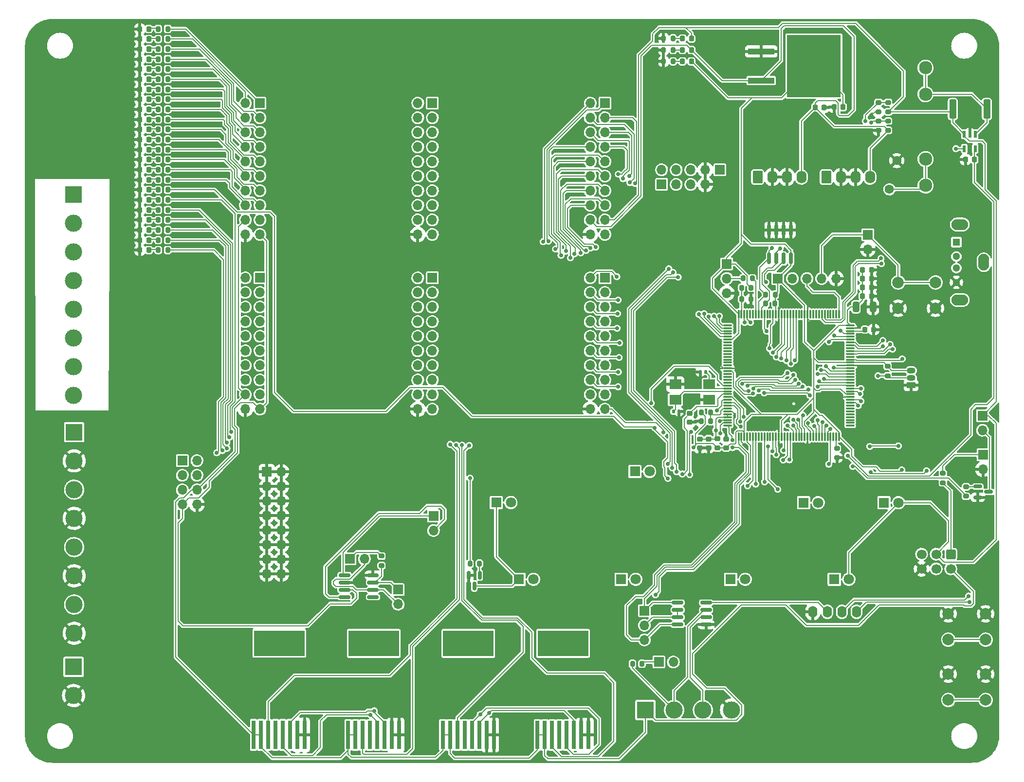
<source format=gbr>
%TF.GenerationSoftware,KiCad,Pcbnew,(6.0.5)*%
%TF.CreationDate,2023-05-15T14:24:38+02:00*%
%TF.ProjectId,stm32_prototyp,73746d33-325f-4707-926f-746f7479702e,rev?*%
%TF.SameCoordinates,Original*%
%TF.FileFunction,Copper,L1,Top*%
%TF.FilePolarity,Positive*%
%FSLAX46Y46*%
G04 Gerber Fmt 4.6, Leading zero omitted, Abs format (unit mm)*
G04 Created by KiCad (PCBNEW (6.0.5)) date 2023-05-15 14:24:38*
%MOMM*%
%LPD*%
G01*
G04 APERTURE LIST*
G04 Aperture macros list*
%AMRoundRect*
0 Rectangle with rounded corners*
0 $1 Rounding radius*
0 $2 $3 $4 $5 $6 $7 $8 $9 X,Y pos of 4 corners*
0 Add a 4 corners polygon primitive as box body*
4,1,4,$2,$3,$4,$5,$6,$7,$8,$9,$2,$3,0*
0 Add four circle primitives for the rounded corners*
1,1,$1+$1,$2,$3*
1,1,$1+$1,$4,$5*
1,1,$1+$1,$6,$7*
1,1,$1+$1,$8,$9*
0 Add four rect primitives between the rounded corners*
20,1,$1+$1,$2,$3,$4,$5,0*
20,1,$1+$1,$4,$5,$6,$7,0*
20,1,$1+$1,$6,$7,$8,$9,0*
20,1,$1+$1,$8,$9,$2,$3,0*%
G04 Aperture macros list end*
%TA.AperFunction,SMDPad,CuDef*%
%ADD10RoundRect,0.200000X-0.200000X-0.275000X0.200000X-0.275000X0.200000X0.275000X-0.200000X0.275000X0*%
%TD*%
%TA.AperFunction,SMDPad,CuDef*%
%ADD11RoundRect,0.218750X-0.218750X-0.256250X0.218750X-0.256250X0.218750X0.256250X-0.218750X0.256250X0*%
%TD*%
%TA.AperFunction,SMDPad,CuDef*%
%ADD12RoundRect,0.200000X0.275000X-0.200000X0.275000X0.200000X-0.275000X0.200000X-0.275000X-0.200000X0*%
%TD*%
%TA.AperFunction,SMDPad,CuDef*%
%ADD13R,0.760000X5.000000*%
%TD*%
%TA.AperFunction,SMDPad,CuDef*%
%ADD14R,8.800000X4.500000*%
%TD*%
%TA.AperFunction,SMDPad,CuDef*%
%ADD15RoundRect,0.250000X0.362500X1.425000X-0.362500X1.425000X-0.362500X-1.425000X0.362500X-1.425000X0*%
%TD*%
%TA.AperFunction,ComponentPad*%
%ADD16R,1.700000X1.700000*%
%TD*%
%TA.AperFunction,ComponentPad*%
%ADD17C,2.300000*%
%TD*%
%TA.AperFunction,ComponentPad*%
%ADD18RoundRect,0.250000X-0.620000X-0.845000X0.620000X-0.845000X0.620000X0.845000X-0.620000X0.845000X0*%
%TD*%
%TA.AperFunction,ComponentPad*%
%ADD19O,1.740000X2.190000*%
%TD*%
%TA.AperFunction,SMDPad,CuDef*%
%ADD20RoundRect,0.225000X-0.225000X-0.250000X0.225000X-0.250000X0.225000X0.250000X-0.225000X0.250000X0*%
%TD*%
%TA.AperFunction,SMDPad,CuDef*%
%ADD21RoundRect,0.150000X-0.825000X-0.150000X0.825000X-0.150000X0.825000X0.150000X-0.825000X0.150000X0*%
%TD*%
%TA.AperFunction,SMDPad,CuDef*%
%ADD22RoundRect,0.200000X-0.275000X0.200000X-0.275000X-0.200000X0.275000X-0.200000X0.275000X0.200000X0*%
%TD*%
%TA.AperFunction,SMDPad,CuDef*%
%ADD23RoundRect,0.225000X-0.250000X0.225000X-0.250000X-0.225000X0.250000X-0.225000X0.250000X0.225000X0*%
%TD*%
%TA.AperFunction,SMDPad,CuDef*%
%ADD24RoundRect,0.200000X0.200000X0.275000X-0.200000X0.275000X-0.200000X-0.275000X0.200000X-0.275000X0*%
%TD*%
%TA.AperFunction,ComponentPad*%
%ADD25R,3.000000X3.000000*%
%TD*%
%TA.AperFunction,ComponentPad*%
%ADD26C,3.000000*%
%TD*%
%TA.AperFunction,ComponentPad*%
%ADD27O,1.700000X1.700000*%
%TD*%
%TA.AperFunction,SMDPad,CuDef*%
%ADD28RoundRect,0.140000X-0.140000X-0.170000X0.140000X-0.170000X0.140000X0.170000X-0.140000X0.170000X0*%
%TD*%
%TA.AperFunction,SMDPad,CuDef*%
%ADD29RoundRect,0.250000X-0.325000X-0.650000X0.325000X-0.650000X0.325000X0.650000X-0.325000X0.650000X0*%
%TD*%
%TA.AperFunction,SMDPad,CuDef*%
%ADD30RoundRect,0.225000X0.225000X0.250000X-0.225000X0.250000X-0.225000X-0.250000X0.225000X-0.250000X0*%
%TD*%
%TA.AperFunction,ComponentPad*%
%ADD31R,1.800000X1.800000*%
%TD*%
%TA.AperFunction,ComponentPad*%
%ADD32C,1.800000*%
%TD*%
%TA.AperFunction,SMDPad,CuDef*%
%ADD33RoundRect,0.218750X-0.256250X0.218750X-0.256250X-0.218750X0.256250X-0.218750X0.256250X0.218750X0*%
%TD*%
%TA.AperFunction,SMDPad,CuDef*%
%ADD34RoundRect,0.088500X-0.206500X0.516500X-0.206500X-0.516500X0.206500X-0.516500X0.206500X0.516500X0*%
%TD*%
%TA.AperFunction,ComponentPad*%
%ADD35C,2.000000*%
%TD*%
%TA.AperFunction,ComponentPad*%
%ADD36O,1.600000X2.000000*%
%TD*%
%TA.AperFunction,SMDPad,CuDef*%
%ADD37R,2.100000X1.700000*%
%TD*%
%TA.AperFunction,ComponentPad*%
%ADD38RoundRect,0.250000X-0.600000X0.600000X-0.600000X-0.600000X0.600000X-0.600000X0.600000X0.600000X0*%
%TD*%
%TA.AperFunction,ComponentPad*%
%ADD39C,1.700000*%
%TD*%
%TA.AperFunction,ComponentPad*%
%ADD40R,1.500000X1.050000*%
%TD*%
%TA.AperFunction,ComponentPad*%
%ADD41O,1.500000X1.050000*%
%TD*%
%TA.AperFunction,SMDPad,CuDef*%
%ADD42RoundRect,0.150000X-0.587500X-0.150000X0.587500X-0.150000X0.587500X0.150000X-0.587500X0.150000X0*%
%TD*%
%TA.AperFunction,ComponentPad*%
%ADD43R,1.300000X1.300000*%
%TD*%
%TA.AperFunction,ComponentPad*%
%ADD44C,1.300000*%
%TD*%
%TA.AperFunction,ComponentPad*%
%ADD45O,1.900000X2.900000*%
%TD*%
%TA.AperFunction,ComponentPad*%
%ADD46O,2.900000X1.900000*%
%TD*%
%TA.AperFunction,SMDPad,CuDef*%
%ADD47R,4.600000X1.100000*%
%TD*%
%TA.AperFunction,SMDPad,CuDef*%
%ADD48R,9.400000X10.800000*%
%TD*%
%TA.AperFunction,SMDPad,CuDef*%
%ADD49RoundRect,0.075000X-0.662500X-0.075000X0.662500X-0.075000X0.662500X0.075000X-0.662500X0.075000X0*%
%TD*%
%TA.AperFunction,SMDPad,CuDef*%
%ADD50RoundRect,0.075000X-0.075000X-0.662500X0.075000X-0.662500X0.075000X0.662500X-0.075000X0.662500X0*%
%TD*%
%TA.AperFunction,SMDPad,CuDef*%
%ADD51RoundRect,0.150000X-0.150000X0.825000X-0.150000X-0.825000X0.150000X-0.825000X0.150000X0.825000X0*%
%TD*%
%TA.AperFunction,SMDPad,CuDef*%
%ADD52RoundRect,0.140000X0.140000X0.170000X-0.140000X0.170000X-0.140000X-0.170000X0.140000X-0.170000X0*%
%TD*%
%TA.AperFunction,SMDPad,CuDef*%
%ADD53RoundRect,0.150000X-0.150000X0.587500X-0.150000X-0.587500X0.150000X-0.587500X0.150000X0.587500X0*%
%TD*%
%TA.AperFunction,ComponentPad*%
%ADD54C,1.600000*%
%TD*%
%TA.AperFunction,SMDPad,CuDef*%
%ADD55RoundRect,0.225000X0.250000X-0.225000X0.250000X0.225000X-0.250000X0.225000X-0.250000X-0.225000X0*%
%TD*%
%TA.AperFunction,ViaPad*%
%ADD56C,0.700000*%
%TD*%
%TA.AperFunction,Conductor*%
%ADD57C,0.200000*%
%TD*%
G04 APERTURE END LIST*
D10*
%TO.P,R14,1*%
%TO.N,Net-(D14-Pad2)*%
X89650000Y-51400000D03*
%TO.P,R14,2*%
%TO.N,/PE13*%
X91300000Y-51400000D03*
%TD*%
D11*
%TO.P,D18,1,K*%
%TO.N,GND*%
X86448400Y-58400000D03*
%TO.P,D18,2,A*%
%TO.N,Net-(D18-Pad2)*%
X88023400Y-58400000D03*
%TD*%
D10*
%TO.P,R43,1*%
%TO.N,GND*%
X177572500Y-34302200D03*
%TO.P,R43,2*%
%TO.N,Net-(D26-Pad1)*%
X179222500Y-34302200D03*
%TD*%
D12*
%TO.P,R126,1*%
%TO.N,GND*%
X214960200Y-46316400D03*
%TO.P,R126,2*%
%TO.N,5V_sensor*%
X214960200Y-44666400D03*
%TD*%
D11*
%TO.P,D5,1,K*%
%TO.N,GND*%
X86448400Y-35650000D03*
%TO.P,D5,2,A*%
%TO.N,Net-(D5-Pad2)*%
X88023400Y-35650000D03*
%TD*%
%TO.P,D13,1,K*%
%TO.N,GND*%
X86448400Y-49650000D03*
%TO.P,D13,2,A*%
%TO.N,Net-(D13-Pad2)*%
X88023400Y-49650000D03*
%TD*%
D10*
%TO.P,R17,1*%
%TO.N,Net-(D17-Pad2)*%
X89650000Y-56650000D03*
%TO.P,R17,2*%
%TO.N,/LIGHT*%
X91300000Y-56650000D03*
%TD*%
D13*
%TO.P,J2,1*%
%TO.N,GND*%
X115138200Y-151540600D03*
%TO.P,J2,2*%
X113868200Y-151540600D03*
%TO.P,J2,3*%
%TO.N,/CAN1_L*%
X112598200Y-151540600D03*
%TO.P,J2,4*%
%TO.N,/CAN1_H*%
X111328200Y-151540600D03*
%TO.P,J2,5*%
%TO.N,unconnected-(J2-Pad5)*%
X110058200Y-151540600D03*
%TO.P,J2,6*%
%TO.N,/check_wire1*%
X108788200Y-151540600D03*
%TO.P,J2,7*%
%TO.N,+5V*%
X107518200Y-151540600D03*
%TO.P,J2,8*%
X106248200Y-151540600D03*
D14*
%TO.P,J2,L*%
%TO.N,N/C*%
X110693200Y-135610600D03*
%TD*%
D15*
%TO.P,R123,1*%
%TO.N,/Power_supply/Current_sensor+*%
X233807900Y-42594300D03*
%TO.P,R123,2*%
%TO.N,+12V*%
X227882900Y-42594300D03*
%TD*%
D10*
%TO.P,R28,1*%
%TO.N,Net-(R28-Pad1)*%
X191390000Y-72059800D03*
%TO.P,R28,2*%
%TO.N,Net-(R28-Pad2)*%
X193040000Y-72059800D03*
%TD*%
D16*
%TO.P,J31,1,Pin_1*%
%TO.N,unconnected-(J31-Pad1)*%
X187365000Y-53160000D03*
%TD*%
D17*
%TO.P,F1,1*%
%TO.N,+12C*%
X223139000Y-55905400D03*
X223139000Y-51305400D03*
%TO.P,F1,2*%
%TO.N,/Power_supply/Current_sensor+*%
X223139000Y-40005400D03*
X223139000Y-35405400D03*
%TD*%
D18*
%TO.P,J14,1,Pin_1*%
%TO.N,+12C*%
X205867000Y-54432200D03*
D19*
%TO.P,J14,2,Pin_2*%
%TO.N,GND*%
X208407000Y-54432200D03*
%TO.P,J14,3,Pin_3*%
X210947000Y-54432200D03*
%TO.P,J14,4,Pin_4*%
%TO.N,+5V*%
X213487000Y-54432200D03*
%TD*%
D10*
%TO.P,R19,1*%
%TO.N,Net-(D19-Pad2)*%
X89650000Y-60150000D03*
%TO.P,R19,2*%
%TO.N,/COMM_CAN1*%
X91300000Y-60150000D03*
%TD*%
D11*
%TO.P,D8,1,K*%
%TO.N,GND*%
X86448400Y-40900000D03*
%TO.P,D8,2,A*%
%TO.N,Net-(D8-Pad2)*%
X88023400Y-40900000D03*
%TD*%
D10*
%TO.P,R15,1*%
%TO.N,Net-(D15-Pad2)*%
X89650000Y-53150000D03*
%TO.P,R15,2*%
%TO.N,/PE14*%
X91300000Y-53150000D03*
%TD*%
%TO.P,R23,1*%
%TO.N,Net-(D23-Pad2)*%
X89650000Y-67150000D03*
%TO.P,R23,2*%
%TO.N,/ERROR*%
X91300000Y-67150000D03*
%TD*%
D20*
%TO.P,C2,1*%
%TO.N,VDD*%
X212178600Y-75133200D03*
%TO.P,C2,2*%
%TO.N,GND*%
X213728600Y-75133200D03*
%TD*%
D21*
%TO.P,U3,1,D*%
%TO.N,/CAN1_TX*%
X122075400Y-123748800D03*
%TO.P,U3,2,GND*%
%TO.N,GND*%
X122075400Y-125018800D03*
%TO.P,U3,3,VCC*%
%TO.N,VDD*%
X122075400Y-126288800D03*
%TO.P,U3,4,R*%
%TO.N,/CAN1_RX*%
X122075400Y-127558800D03*
%TO.P,U3,5,Vref*%
%TO.N,unconnected-(U3-Pad5)*%
X127025400Y-127558800D03*
%TO.P,U3,6,CANL*%
%TO.N,/CAN1_L*%
X127025400Y-126288800D03*
%TO.P,U3,7,CANH*%
%TO.N,/CAN1_H*%
X127025400Y-125018800D03*
%TO.P,U3,8,Rs*%
%TO.N,GND*%
X127025400Y-123748800D03*
%TD*%
D22*
%TO.P,R125,1*%
%TO.N,12V_sensor*%
X216636600Y-41440600D03*
%TO.P,R125,2*%
%TO.N,+12V*%
X216636600Y-43090600D03*
%TD*%
D23*
%TO.P,C7,1*%
%TO.N,VDDA*%
X185394600Y-100024700D03*
%TO.P,C7,2*%
%TO.N,GND*%
X185394600Y-101574700D03*
%TD*%
D11*
%TO.P,D10,1,K*%
%TO.N,GND*%
X86448400Y-44400000D03*
%TO.P,D10,2,A*%
%TO.N,Net-(D10-Pad2)*%
X88023400Y-44400000D03*
%TD*%
D24*
%TO.P,R26,1*%
%TO.N,GND*%
X192785000Y-75692000D03*
%TO.P,R26,2*%
%TO.N,Net-(R26-Pad2)*%
X191135000Y-75692000D03*
%TD*%
D25*
%TO.P,J16,1,Pin_1*%
%TO.N,IN0*%
X74950000Y-57475000D03*
D26*
%TO.P,J16,2,Pin_2*%
%TO.N,GND0*%
X74950000Y-62475000D03*
%TO.P,J16,3,Pin_3*%
%TO.N,IN1*%
X74950000Y-67475000D03*
%TO.P,J16,4,Pin_4*%
%TO.N,GND1*%
X74950000Y-72475000D03*
%TO.P,J16,5,Pin_5*%
%TO.N,IN2*%
X74950000Y-77475000D03*
%TO.P,J16,6,Pin_6*%
%TO.N,GND2*%
X74950000Y-82475000D03*
%TO.P,J16,7,Pin_7*%
%TO.N,IN3*%
X74950000Y-87475000D03*
%TO.P,J16,8,Pin_8*%
%TO.N,GND3*%
X74950000Y-92475000D03*
%TD*%
D16*
%TO.P,J15,1,Pin_1*%
%TO.N,GND*%
X108559600Y-105752400D03*
D27*
%TO.P,J15,2,Pin_2*%
X111099600Y-105752400D03*
%TO.P,J15,3,Pin_3*%
X108559600Y-108292400D03*
%TO.P,J15,4,Pin_4*%
X111099600Y-108292400D03*
%TO.P,J15,5,Pin_5*%
X108559600Y-110832400D03*
%TO.P,J15,6,Pin_6*%
X111099600Y-110832400D03*
%TO.P,J15,7,Pin_7*%
X108559600Y-113372400D03*
%TO.P,J15,8,Pin_8*%
X111099600Y-113372400D03*
%TO.P,J15,9,Pin_9*%
X108559600Y-115912400D03*
%TO.P,J15,10,Pin_10*%
X111099600Y-115912400D03*
%TO.P,J15,11,Pin_11*%
X108559600Y-118452400D03*
%TO.P,J15,12,Pin_12*%
X111099600Y-118452400D03*
%TO.P,J15,13,Pin_13*%
X108559600Y-120992400D03*
%TO.P,J15,14,Pin_14*%
X111099600Y-120992400D03*
%TO.P,J15,15,Pin_15*%
X108559600Y-123532400D03*
%TO.P,J15,16,Pin_16*%
X111099600Y-123532400D03*
%TD*%
D11*
%TO.P,D22,1,K*%
%TO.N,GND*%
X86448400Y-65400000D03*
%TO.P,D22,2,A*%
%TO.N,Net-(D22-Pad2)*%
X88023400Y-65400000D03*
%TD*%
D10*
%TO.P,R16,1*%
%TO.N,Net-(D16-Pad2)*%
X89650000Y-54900000D03*
%TO.P,R16,2*%
%TO.N,/PE15*%
X91300000Y-54900000D03*
%TD*%
D28*
%TO.P,C12,1*%
%TO.N,GND*%
X183926600Y-88341200D03*
%TO.P,C12,2*%
%TO.N,Net-(C12-Pad2)*%
X184886600Y-88341200D03*
%TD*%
D29*
%TO.P,C1,1*%
%TO.N,VDD*%
X211032600Y-77038200D03*
%TO.P,C1,2*%
%TO.N,GND*%
X213982600Y-77038200D03*
%TD*%
D11*
%TO.P,D24,1,K*%
%TO.N,Net-(D24-Pad1)*%
X180848000Y-30308800D03*
%TO.P,D24,2,A*%
%TO.N,+12V*%
X182423000Y-30308800D03*
%TD*%
D16*
%TO.P,J8,1,Pin_1*%
%TO.N,unconnected-(J8-Pad1)*%
X177225800Y-55707200D03*
D27*
%TO.P,J8,2,Pin_2*%
%TO.N,Net-(J30-Pad1)*%
X177225800Y-53167200D03*
%TO.P,J8,3,Pin_3*%
%TO.N,/USB_D-*%
X179765800Y-55707200D03*
%TO.P,J8,4,Pin_4*%
%TO.N,Net-(J30-Pad2)*%
X179765800Y-53167200D03*
%TO.P,J8,5,Pin_5*%
%TO.N,/USB_D+*%
X182305800Y-55707200D03*
%TO.P,J8,6,Pin_6*%
%TO.N,Net-(J30-Pad3)*%
X182305800Y-53167200D03*
%TO.P,J8,7,Pin_7*%
%TO.N,GND*%
X184845800Y-55707200D03*
%TO.P,J8,8,Pin_8*%
X184845800Y-53167200D03*
%TD*%
D24*
%TO.P,R29,1*%
%TO.N,VDD*%
X196951600Y-76479400D03*
%TO.P,R29,2*%
%TO.N,/I2C1_SCL*%
X195301600Y-76479400D03*
%TD*%
D10*
%TO.P,R10,1*%
%TO.N,Net-(D10-Pad2)*%
X89650000Y-44400000D03*
%TO.P,R10,2*%
%TO.N,/PE9*%
X91300000Y-44400000D03*
%TD*%
D16*
%TO.P,J1,1,Pin_1*%
%TO.N,Net-(J1-Pad1)*%
X122975600Y-120904000D03*
D27*
%TO.P,J1,2,Pin_2*%
%TO.N,/CAN1_L*%
X125515600Y-120904000D03*
%TD*%
D30*
%TO.P,C24,1*%
%TO.N,VDDA*%
X231632800Y-51382700D03*
%TO.P,C24,2*%
%TO.N,GND*%
X230082800Y-51382700D03*
%TD*%
D11*
%TO.P,D19,1,K*%
%TO.N,GND*%
X86448400Y-60150000D03*
%TO.P,D19,2,A*%
%TO.N,Net-(D19-Pad2)*%
X88023400Y-60150000D03*
%TD*%
D16*
%TO.P,J4,1,Pin_1*%
%TO.N,/CAN1_H*%
X131394200Y-126263400D03*
D27*
%TO.P,J4,2,Pin_2*%
%TO.N,/CAN1_L*%
X131394200Y-128803400D03*
%TD*%
D16*
%TO.P,J18,1,Pin_1*%
%TO.N,/PE0*%
X107353720Y-41567600D03*
D27*
%TO.P,J18,2,Pin_2*%
%TO.N,/PE1*%
X104813720Y-41567600D03*
%TO.P,J18,3,Pin_3*%
%TO.N,/PE2*%
X107353720Y-44107600D03*
%TO.P,J18,4,Pin_4*%
%TO.N,/PE3*%
X104813720Y-44107600D03*
%TO.P,J18,5,Pin_5*%
%TO.N,/PE4*%
X107353720Y-46647600D03*
%TO.P,J18,6,Pin_6*%
%TO.N,/PE5*%
X104813720Y-46647600D03*
%TO.P,J18,7,Pin_7*%
%TO.N,/PE6*%
X107353720Y-49187600D03*
%TO.P,J18,8,Pin_8*%
%TO.N,/PE7*%
X104813720Y-49187600D03*
%TO.P,J18,9,Pin_9*%
%TO.N,/PE8*%
X107353720Y-51727600D03*
%TO.P,J18,10,Pin_10*%
%TO.N,/PE9*%
X104813720Y-51727600D03*
%TO.P,J18,11,Pin_11*%
%TO.N,/PE10*%
X107353720Y-54267600D03*
%TO.P,J18,12,Pin_12*%
%TO.N,/PE11*%
X104813720Y-54267600D03*
%TO.P,J18,13,Pin_13*%
%TO.N,/PE12*%
X107353720Y-56807600D03*
%TO.P,J18,14,Pin_14*%
%TO.N,/PE13*%
X104813720Y-56807600D03*
%TO.P,J18,15,Pin_15*%
%TO.N,/PE14*%
X107353720Y-59347600D03*
%TO.P,J18,16,Pin_16*%
%TO.N,/PE15*%
X104813720Y-59347600D03*
%TO.P,J18,17,Pin_17*%
%TO.N,+12V*%
X107353720Y-61887600D03*
%TO.P,J18,18,Pin_18*%
%TO.N,+5V*%
X104813720Y-61887600D03*
%TO.P,J18,19,Pin_19*%
%TO.N,VDD*%
X107353720Y-64427600D03*
%TO.P,J18,20,Pin_20*%
%TO.N,GND*%
X104813720Y-64427600D03*
%TD*%
D25*
%TO.P,J7,1,Pin_1*%
%TO.N,PWM1*%
X75037500Y-98847500D03*
D26*
%TO.P,J7,2,Pin_2*%
%TO.N,GND*%
X75037500Y-103847500D03*
%TO.P,J7,3,Pin_3*%
%TO.N,PWM2*%
X75037500Y-108847500D03*
%TO.P,J7,4,Pin_4*%
%TO.N,GND*%
X75037500Y-113847500D03*
%TO.P,J7,5,Pin_5*%
%TO.N,PWM3*%
X75037500Y-118847500D03*
%TO.P,J7,6,Pin_6*%
%TO.N,GND*%
X75037500Y-123847500D03*
%TO.P,J7,7,Pin_7*%
%TO.N,PWM4*%
X75037500Y-128847500D03*
%TO.P,J7,8,Pin_8*%
%TO.N,GND*%
X75037500Y-133847500D03*
%TD*%
D16*
%TO.P,J22,1,Pin_1*%
%TO.N,/PE0*%
X137353720Y-41567600D03*
D27*
%TO.P,J22,2,Pin_2*%
%TO.N,/PE1*%
X134813720Y-41567600D03*
%TO.P,J22,3,Pin_3*%
%TO.N,/PE2*%
X137353720Y-44107600D03*
%TO.P,J22,4,Pin_4*%
%TO.N,/PE3*%
X134813720Y-44107600D03*
%TO.P,J22,5,Pin_5*%
%TO.N,/PE4*%
X137353720Y-46647600D03*
%TO.P,J22,6,Pin_6*%
%TO.N,/PE5*%
X134813720Y-46647600D03*
%TO.P,J22,7,Pin_7*%
%TO.N,/PE6*%
X137353720Y-49187600D03*
%TO.P,J22,8,Pin_8*%
%TO.N,/PE7*%
X134813720Y-49187600D03*
%TO.P,J22,9,Pin_9*%
%TO.N,/PE8*%
X137353720Y-51727600D03*
%TO.P,J22,10,Pin_10*%
%TO.N,/PE9*%
X134813720Y-51727600D03*
%TO.P,J22,11,Pin_11*%
%TO.N,/PE10*%
X137353720Y-54267600D03*
%TO.P,J22,12,Pin_12*%
%TO.N,/PE11*%
X134813720Y-54267600D03*
%TO.P,J22,13,Pin_13*%
%TO.N,/PE12*%
X137353720Y-56807600D03*
%TO.P,J22,14,Pin_14*%
%TO.N,/PE13*%
X134813720Y-56807600D03*
%TO.P,J22,15,Pin_15*%
%TO.N,/PE14*%
X137353720Y-59347600D03*
%TO.P,J22,16,Pin_16*%
%TO.N,/PE15*%
X134813720Y-59347600D03*
%TO.P,J22,17,Pin_17*%
%TO.N,+12V*%
X137353720Y-61887600D03*
%TO.P,J22,18,Pin_18*%
%TO.N,+5V*%
X134813720Y-61887600D03*
%TO.P,J22,19,Pin_19*%
%TO.N,VDD*%
X137353720Y-64427600D03*
%TO.P,J22,20,Pin_20*%
%TO.N,GND*%
X134813720Y-64427600D03*
%TD*%
D16*
%TO.P,J9,1,Pin_1*%
%TO.N,/PD12*%
X93853000Y-103809800D03*
D27*
%TO.P,J9,2,Pin_2*%
%TO.N,/PD13*%
X96393000Y-103809800D03*
%TO.P,J9,3,Pin_3*%
%TO.N,/PD14*%
X93853000Y-106349800D03*
%TO.P,J9,4,Pin_4*%
%TO.N,/PD15*%
X96393000Y-106349800D03*
%TO.P,J9,5,Pin_5*%
%TO.N,+12V*%
X93853000Y-108889800D03*
%TO.P,J9,6,Pin_6*%
%TO.N,+5V*%
X96393000Y-108889800D03*
%TO.P,J9,7,Pin_7*%
%TO.N,VDD*%
X93853000Y-111429800D03*
%TO.P,J9,8,Pin_8*%
%TO.N,GND*%
X96393000Y-111429800D03*
%TD*%
D31*
%TO.P,D33,1,K*%
%TO.N,Net-(D32-Pad2)*%
X170180000Y-124460000D03*
D32*
%TO.P,D33,2,A*%
%TO.N,Net-(D33-Pad2)*%
X172720000Y-124460000D03*
%TD*%
D24*
%TO.P,R30,1*%
%TO.N,VDD*%
X196977000Y-74904600D03*
%TO.P,R30,2*%
%TO.N,/I2C1_SDA*%
X195327000Y-74904600D03*
%TD*%
D10*
%TO.P,R12,1*%
%TO.N,Net-(D12-Pad2)*%
X89650000Y-47900000D03*
%TO.P,R12,2*%
%TO.N,/PE11*%
X91300000Y-47900000D03*
%TD*%
D11*
%TO.P,D12,1,K*%
%TO.N,GND*%
X86448400Y-47900000D03*
%TO.P,D12,2,A*%
%TO.N,Net-(D12-Pad2)*%
X88023400Y-47900000D03*
%TD*%
%TO.P,D3,1,K*%
%TO.N,GND*%
X86448400Y-32150000D03*
%TO.P,D3,2,A*%
%TO.N,Net-(D3-Pad2)*%
X88023400Y-32150000D03*
%TD*%
D25*
%TO.P,J21,1,Pin_1*%
%TO.N,+5V*%
X174404000Y-147218400D03*
D26*
%TO.P,J21,2,Pin_2*%
%TO.N,/RS485_B*%
X179404000Y-147218400D03*
%TO.P,J21,3,Pin_3*%
%TO.N,/RS485_A*%
X184404000Y-147218400D03*
%TO.P,J21,4,Pin_4*%
%TO.N,GND*%
X189404000Y-147218400D03*
%TD*%
D10*
%TO.P,R5,1*%
%TO.N,Net-(D5-Pad2)*%
X89650000Y-35650000D03*
%TO.P,R5,2*%
%TO.N,/PE4*%
X91300000Y-35650000D03*
%TD*%
D11*
%TO.P,D7,1,K*%
%TO.N,GND*%
X86448400Y-39150000D03*
%TO.P,D7,2,A*%
%TO.N,Net-(D7-Pad2)*%
X88023400Y-39150000D03*
%TD*%
D16*
%TO.P,J20,1,Pin_1*%
%TO.N,/PG0*%
X137350000Y-71982880D03*
D27*
%TO.P,J20,2,Pin_2*%
%TO.N,/PG1*%
X134810000Y-71982880D03*
%TO.P,J20,3,Pin_3*%
%TO.N,/PG2*%
X137350000Y-74522880D03*
%TO.P,J20,4,Pin_4*%
%TO.N,/PG3*%
X134810000Y-74522880D03*
%TO.P,J20,5,Pin_5*%
%TO.N,/PG4*%
X137350000Y-77062880D03*
%TO.P,J20,6,Pin_6*%
%TO.N,/PG5*%
X134810000Y-77062880D03*
%TO.P,J20,7,Pin_7*%
%TO.N,/PG6*%
X137350000Y-79602880D03*
%TO.P,J20,8,Pin_8*%
%TO.N,/PG7*%
X134810000Y-79602880D03*
%TO.P,J20,9,Pin_9*%
%TO.N,/PG8*%
X137350000Y-82142880D03*
%TO.P,J20,10,Pin_10*%
%TO.N,/PG9*%
X134810000Y-82142880D03*
%TO.P,J20,11,Pin_11*%
%TO.N,/PG10*%
X137350000Y-84682880D03*
%TO.P,J20,12,Pin_12*%
%TO.N,/PG11*%
X134810000Y-84682880D03*
%TO.P,J20,13,Pin_13*%
%TO.N,/PG12*%
X137350000Y-87222880D03*
%TO.P,J20,14,Pin_14*%
%TO.N,/PG13*%
X134810000Y-87222880D03*
%TO.P,J20,15,Pin_15*%
%TO.N,/PG14*%
X137350000Y-89762880D03*
%TO.P,J20,16,Pin_16*%
%TO.N,/PG15*%
X134810000Y-89762880D03*
%TO.P,J20,17,Pin_17*%
%TO.N,+12V*%
X137350000Y-92302880D03*
%TO.P,J20,18,Pin_18*%
%TO.N,+5V*%
X134810000Y-92302880D03*
%TO.P,J20,19,Pin_19*%
%TO.N,VDD*%
X137350000Y-94842880D03*
%TO.P,J20,20,Pin_20*%
%TO.N,GND*%
X134810000Y-94842880D03*
%TD*%
D22*
%TO.P,R124,1*%
%TO.N,5V_sensor*%
X216636600Y-44666400D03*
%TO.P,R124,2*%
%TO.N,+5V*%
X216636600Y-46316400D03*
%TD*%
D16*
%TO.P,J12,1,Pin_1*%
%TO.N,Net-(J12-Pad1)*%
X176733200Y-138861800D03*
D27*
%TO.P,J12,2,Pin_2*%
%TO.N,/RS485_A*%
X179273200Y-138861800D03*
%TD*%
D10*
%TO.P,R24,1*%
%TO.N,VDD*%
X184125600Y-95427800D03*
%TO.P,R24,2*%
%TO.N,Net-(R24-Pad2)*%
X185775600Y-95427800D03*
%TD*%
D33*
%TO.P,FB1,1*%
%TO.N,VDDA*%
X186918600Y-99999700D03*
%TO.P,FB1,2*%
%TO.N,VDD*%
X186918600Y-101574700D03*
%TD*%
D31*
%TO.P,D28,1,K*%
%TO.N,Net-(D28-Pad1)*%
X148460000Y-111100000D03*
D32*
%TO.P,D28,2,A*%
%TO.N,Net-(D28-Pad2)*%
X151000000Y-111100000D03*
%TD*%
D11*
%TO.P,D16,1,K*%
%TO.N,GND*%
X86448400Y-54900000D03*
%TO.P,D16,2,A*%
%TO.N,Net-(D16-Pad2)*%
X88023400Y-54900000D03*
%TD*%
D10*
%TO.P,R105,1*%
%TO.N,/LOGO*%
X143892000Y-121716800D03*
%TO.P,R105,2*%
%TO.N,Net-(Q44-Pad1)*%
X145542000Y-121716800D03*
%TD*%
D34*
%TO.P,U13,1,IN+*%
%TO.N,/Power_supply/Current_sensor+*%
X231785200Y-46988500D03*
%TO.P,U13,2,GND*%
%TO.N,GND*%
X230835200Y-46988500D03*
%TO.P,U13,3,IN-*%
%TO.N,+12V*%
X229885200Y-46988500D03*
%TO.P,U13,4,OUT*%
%TO.N,CurrentSensor*%
X229885200Y-49498500D03*
%TO.P,U13,5,VS*%
%TO.N,VDDA*%
X231785200Y-49498500D03*
%TD*%
D35*
%TO.P,SW5,1,1*%
%TO.N,GND*%
X218375000Y-77275000D03*
X224875000Y-77275000D03*
%TO.P,SW5,2,2*%
%TO.N,/NRST*%
X224875000Y-72775000D03*
X218375000Y-72775000D03*
%TD*%
D10*
%TO.P,R6,1*%
%TO.N,Net-(D6-Pad2)*%
X89650000Y-37400000D03*
%TO.P,R6,2*%
%TO.N,/PE5*%
X91300000Y-37400000D03*
%TD*%
D30*
%TO.P,C11,1*%
%TO.N,GND*%
X214150000Y-80975000D03*
%TO.P,C11,2*%
%TO.N,Net-(C11-Pad2)*%
X212600000Y-80975000D03*
%TD*%
D20*
%TO.P,C4,1*%
%TO.N,VDD*%
X212191600Y-72085200D03*
%TO.P,C4,2*%
%TO.N,GND*%
X213741600Y-72085200D03*
%TD*%
D35*
%TO.P,SW4,1,1*%
%TO.N,GND*%
X233603800Y-130472800D03*
X227103800Y-130472800D03*
%TO.P,SW4,2,2*%
%TO.N,Net-(R31-Pad2)*%
X233603800Y-134972800D03*
X227103800Y-134972800D03*
%TD*%
D21*
%TO.P,U6,1,RO*%
%TO.N,/USART2_RX*%
X180024000Y-128524000D03*
%TO.P,U6,2,~{RE}*%
%TO.N,/RS485_TXE*%
X180024000Y-129794000D03*
%TO.P,U6,3,DE*%
X180024000Y-131064000D03*
%TO.P,U6,4,DI*%
%TO.N,/USART2_TX*%
X180024000Y-132334000D03*
%TO.P,U6,5,GND*%
%TO.N,GND*%
X184974000Y-132334000D03*
%TO.P,U6,6,A*%
%TO.N,/RS485_A*%
X184974000Y-131064000D03*
%TO.P,U6,7,B*%
%TO.N,/RS485_B*%
X184974000Y-129794000D03*
%TO.P,U6,8,VCC*%
%TO.N,VDD*%
X184974000Y-128524000D03*
%TD*%
D30*
%TO.P,C20,1*%
%TO.N,VDD*%
X208763200Y-42240200D03*
%TO.P,C20,2*%
%TO.N,GND*%
X207213200Y-42240200D03*
%TD*%
D11*
%TO.P,D2,1,K*%
%TO.N,GND*%
X86448400Y-30400000D03*
%TO.P,D2,2,A*%
%TO.N,Net-(D2-Pad2)*%
X88023400Y-30400000D03*
%TD*%
D31*
%TO.P,D29,1,K*%
%TO.N,Net-(D28-Pad2)*%
X172593000Y-105689400D03*
D32*
%TO.P,D29,2,A*%
%TO.N,Net-(D29-Pad2)*%
X175133000Y-105689400D03*
%TD*%
D10*
%TO.P,R106,1*%
%TO.N,/RS485_B*%
X172162200Y-139166600D03*
%TO.P,R106,2*%
%TO.N,Net-(J12-Pad1)*%
X173812200Y-139166600D03*
%TD*%
D31*
%TO.P,D31,1,K*%
%TO.N,Net-(D30-Pad2)*%
X215900000Y-111125000D03*
D32*
%TO.P,D31,2,A*%
%TO.N,+12V*%
X218440000Y-111125000D03*
%TD*%
D36*
%TO.P,U2,1,GND*%
%TO.N,GND*%
X203521800Y-130112200D03*
%TO.P,U2,2,VCC*%
%TO.N,VDD*%
X206061800Y-130112200D03*
%TO.P,U2,3,SCL*%
%TO.N,/I2C1_SCL*%
X208601800Y-130112200D03*
%TO.P,U2,4,SDA*%
%TO.N,/I2C1_SDA*%
X211141800Y-130112200D03*
%TD*%
D16*
%TO.P,J11,1,Pin_1*%
%TO.N,/SW_OPEN*%
X233121200Y-102768400D03*
D27*
%TO.P,J11,2,Pin_2*%
%TO.N,GND*%
X233121200Y-105308400D03*
%TD*%
D16*
%TO.P,J25,1,Pin_1*%
%TO.N,/PE0*%
X167353720Y-41567600D03*
D27*
%TO.P,J25,2,Pin_2*%
%TO.N,/PE1*%
X164813720Y-41567600D03*
%TO.P,J25,3,Pin_3*%
%TO.N,/PE2*%
X167353720Y-44107600D03*
%TO.P,J25,4,Pin_4*%
%TO.N,/PE3*%
X164813720Y-44107600D03*
%TO.P,J25,5,Pin_5*%
%TO.N,/PE4*%
X167353720Y-46647600D03*
%TO.P,J25,6,Pin_6*%
%TO.N,/PE5*%
X164813720Y-46647600D03*
%TO.P,J25,7,Pin_7*%
%TO.N,/PE6*%
X167353720Y-49187600D03*
%TO.P,J25,8,Pin_8*%
%TO.N,/PE7*%
X164813720Y-49187600D03*
%TO.P,J25,9,Pin_9*%
%TO.N,/PE8*%
X167353720Y-51727600D03*
%TO.P,J25,10,Pin_10*%
%TO.N,/PE9*%
X164813720Y-51727600D03*
%TO.P,J25,11,Pin_11*%
%TO.N,/PE10*%
X167353720Y-54267600D03*
%TO.P,J25,12,Pin_12*%
%TO.N,/PE11*%
X164813720Y-54267600D03*
%TO.P,J25,13,Pin_13*%
%TO.N,/PE12*%
X167353720Y-56807600D03*
%TO.P,J25,14,Pin_14*%
%TO.N,/PE13*%
X164813720Y-56807600D03*
%TO.P,J25,15,Pin_15*%
%TO.N,/PE14*%
X167353720Y-59347600D03*
%TO.P,J25,16,Pin_16*%
%TO.N,/PE15*%
X164813720Y-59347600D03*
%TO.P,J25,17,Pin_17*%
%TO.N,+12V*%
X167353720Y-61887600D03*
%TO.P,J25,18,Pin_18*%
%TO.N,+5V*%
X164813720Y-61887600D03*
%TO.P,J25,19,Pin_19*%
%TO.N,VDD*%
X167353720Y-64427600D03*
%TO.P,J25,20,Pin_20*%
%TO.N,GND*%
X164813720Y-64427600D03*
%TD*%
D37*
%TO.P,Y1,1,1*%
%TO.N,Net-(C13-Pad2)*%
X179621600Y-93200200D03*
%TO.P,Y1,2,2*%
%TO.N,GND*%
X185521600Y-93200200D03*
%TO.P,Y1,3,3*%
%TO.N,Net-(C12-Pad2)*%
X185521600Y-90500200D03*
%TO.P,Y1,4,4*%
%TO.N,GND*%
X179621600Y-90500200D03*
%TD*%
D38*
%TO.P,J28,1,Pin_1*%
%TO.N,VDD*%
X227533200Y-120091200D03*
D39*
%TO.P,J28,2,Pin_2*%
%TO.N,+5V*%
X227533200Y-122631200D03*
%TO.P,J28,3,Pin_3*%
%TO.N,+12V*%
X224993200Y-120091200D03*
%TO.P,J28,4,Pin_4*%
%TO.N,/USART1_RX*%
X224993200Y-122631200D03*
%TO.P,J28,5,Pin_5*%
%TO.N,/USART1_TX*%
X222453200Y-120091200D03*
%TO.P,J28,6,Pin_6*%
%TO.N,GND*%
X222453200Y-122631200D03*
%TD*%
D18*
%TO.P,J19,1,Pin_1*%
%TO.N,+12C*%
X193929000Y-54412200D03*
D19*
%TO.P,J19,2,Pin_2*%
%TO.N,GND*%
X196469000Y-54412200D03*
%TO.P,J19,3,Pin_3*%
X199009000Y-54412200D03*
%TO.P,J19,4,Pin_4*%
%TO.N,+5V*%
X201549000Y-54412200D03*
%TD*%
D10*
%TO.P,R22,1*%
%TO.N,Net-(D22-Pad2)*%
X89650000Y-65400000D03*
%TO.P,R22,2*%
%TO.N,/COMM_RS485*%
X91300000Y-65400000D03*
%TD*%
D11*
%TO.P,D15,1,K*%
%TO.N,GND*%
X86448400Y-53150000D03*
%TO.P,D15,2,A*%
%TO.N,Net-(D15-Pad2)*%
X88023400Y-53150000D03*
%TD*%
D10*
%TO.P,R11,1*%
%TO.N,Net-(D11-Pad2)*%
X89650000Y-46150000D03*
%TO.P,R11,2*%
%TO.N,/PE10*%
X91300000Y-46150000D03*
%TD*%
%TO.P,R13,1*%
%TO.N,Net-(D13-Pad2)*%
X89650000Y-49650000D03*
%TO.P,R13,2*%
%TO.N,/PE12*%
X91300000Y-49650000D03*
%TD*%
D11*
%TO.P,D14,1,K*%
%TO.N,GND*%
X86448400Y-51400000D03*
%TO.P,D14,2,A*%
%TO.N,Net-(D14-Pad2)*%
X88023400Y-51400000D03*
%TD*%
D10*
%TO.P,R8,1*%
%TO.N,Net-(D8-Pad2)*%
X89650000Y-40900000D03*
%TO.P,R8,2*%
%TO.N,/PE7*%
X91300000Y-40900000D03*
%TD*%
D11*
%TO.P,D17,1,K*%
%TO.N,GND*%
X86448400Y-56650000D03*
%TO.P,D17,2,A*%
%TO.N,Net-(D17-Pad2)*%
X88023400Y-56650000D03*
%TD*%
D40*
%TO.P,U8,1,GND*%
%TO.N,GND*%
X220625000Y-90675000D03*
D41*
%TO.P,U8,2,DQ*%
%TO.N,/DS18B20_data*%
X220625000Y-89405000D03*
%TO.P,U8,3,VDD*%
%TO.N,VDD*%
X220625000Y-88135000D03*
%TD*%
D11*
%TO.P,D4,1,K*%
%TO.N,GND*%
X86448400Y-33900000D03*
%TO.P,D4,2,A*%
%TO.N,Net-(D4-Pad2)*%
X88023400Y-33900000D03*
%TD*%
D16*
%TO.P,J23,1,Pin_1*%
%TO.N,/PG0*%
X167350000Y-71982880D03*
D27*
%TO.P,J23,2,Pin_2*%
%TO.N,/PG1*%
X164810000Y-71982880D03*
%TO.P,J23,3,Pin_3*%
%TO.N,/PG2*%
X167350000Y-74522880D03*
%TO.P,J23,4,Pin_4*%
%TO.N,/PG3*%
X164810000Y-74522880D03*
%TO.P,J23,5,Pin_5*%
%TO.N,/PG4*%
X167350000Y-77062880D03*
%TO.P,J23,6,Pin_6*%
%TO.N,/PG5*%
X164810000Y-77062880D03*
%TO.P,J23,7,Pin_7*%
%TO.N,/PG6*%
X167350000Y-79602880D03*
%TO.P,J23,8,Pin_8*%
%TO.N,/PG7*%
X164810000Y-79602880D03*
%TO.P,J23,9,Pin_9*%
%TO.N,/PG8*%
X167350000Y-82142880D03*
%TO.P,J23,10,Pin_10*%
%TO.N,/PG9*%
X164810000Y-82142880D03*
%TO.P,J23,11,Pin_11*%
%TO.N,/PG10*%
X167350000Y-84682880D03*
%TO.P,J23,12,Pin_12*%
%TO.N,/PG11*%
X164810000Y-84682880D03*
%TO.P,J23,13,Pin_13*%
%TO.N,/PG12*%
X167350000Y-87222880D03*
%TO.P,J23,14,Pin_14*%
%TO.N,/PG13*%
X164810000Y-87222880D03*
%TO.P,J23,15,Pin_15*%
%TO.N,/PG14*%
X167350000Y-89762880D03*
%TO.P,J23,16,Pin_16*%
%TO.N,/PG15*%
X164810000Y-89762880D03*
%TO.P,J23,17,Pin_17*%
%TO.N,+12V*%
X167350000Y-92302880D03*
%TO.P,J23,18,Pin_18*%
%TO.N,+5V*%
X164810000Y-92302880D03*
%TO.P,J23,19,Pin_19*%
%TO.N,VDD*%
X167350000Y-94842880D03*
%TO.P,J23,20,Pin_20*%
%TO.N,GND*%
X164810000Y-94842880D03*
%TD*%
D10*
%TO.P,R1,1*%
%TO.N,Net-(D1-Pad2)*%
X89650000Y-28650000D03*
%TO.P,R1,2*%
%TO.N,/PE0*%
X91300000Y-28650000D03*
%TD*%
D12*
%TO.P,R52,1*%
%TO.N,/DS18B20_data*%
X216550000Y-89052400D03*
%TO.P,R52,2*%
%TO.N,VDD*%
X216550000Y-87402400D03*
%TD*%
D42*
%TO.P,Q5,1,B*%
%TO.N,Net-(Q5-Pad1)*%
X232234500Y-108295400D03*
%TO.P,Q5,2,E*%
%TO.N,GND*%
X232234500Y-110195400D03*
%TO.P,Q5,3,C*%
%TO.N,lght_out*%
X234109500Y-109245400D03*
%TD*%
D16*
%TO.P,J24,1,Pin_1*%
%TO.N,/CAN1_TX*%
X137541000Y-113411000D03*
D27*
%TO.P,J24,2,Pin_2*%
%TO.N,/CAN1_RX*%
X137541000Y-115951000D03*
%TD*%
D12*
%TO.P,R104,1*%
%TO.N,/LIGHT*%
X230172500Y-110006400D03*
%TO.P,R104,2*%
%TO.N,Net-(Q5-Pad1)*%
X230172500Y-108356400D03*
%TD*%
D43*
%TO.P,J30,1,VBUS*%
%TO.N,Net-(J30-Pad1)*%
X228501000Y-65765800D03*
D44*
%TO.P,J30,2,D-*%
%TO.N,Net-(J30-Pad2)*%
X228501000Y-68265800D03*
%TO.P,J30,3,D+*%
%TO.N,Net-(J30-Pad3)*%
X228501000Y-70265800D03*
%TO.P,J30,4,GND*%
%TO.N,GND*%
X228501000Y-72765800D03*
D45*
%TO.P,J30,5,Shield*%
%TO.N,unconnected-(J30-Pad5)*%
X233281000Y-69265800D03*
D46*
X229101000Y-62695800D03*
X229101000Y-75835800D03*
%TD*%
D10*
%TO.P,R7,1*%
%TO.N,Net-(D7-Pad2)*%
X89650000Y-39150000D03*
%TO.P,R7,2*%
%TO.N,/PE6*%
X91300000Y-39150000D03*
%TD*%
D22*
%TO.P,R60,1*%
%TO.N,/SW_OPEN*%
X226161600Y-105995200D03*
%TO.P,R60,2*%
%TO.N,VDD*%
X226161600Y-107645200D03*
%TD*%
D11*
%TO.P,D1,1,K*%
%TO.N,GND*%
X86448400Y-28650000D03*
%TO.P,D1,2,A*%
%TO.N,Net-(D1-Pad2)*%
X88023400Y-28650000D03*
%TD*%
D16*
%TO.P,J10,1,Pin_1*%
%TO.N,VDD*%
X197434200Y-72110600D03*
D27*
%TO.P,J10,2,Pin_2*%
%TO.N,/SWDIO*%
X199974200Y-72110600D03*
%TO.P,J10,3,Pin_3*%
%TO.N,/SWCLK*%
X202514200Y-72110600D03*
%TO.P,J10,4,Pin_4*%
%TO.N,/NRST*%
X205054200Y-72110600D03*
%TO.P,J10,5,Pin_5*%
%TO.N,GND*%
X207594200Y-72110600D03*
%TD*%
D47*
%TO.P,U7,1,ADJ/GND*%
%TO.N,GND*%
X194558000Y-32562800D03*
D48*
%TO.P,U7,2,OUT*%
%TO.N,VDD*%
X203708000Y-35102800D03*
D47*
%TO.P,U7,3,IN*%
%TO.N,+5V*%
X194558000Y-37642800D03*
%TD*%
D10*
%TO.P,R2,1*%
%TO.N,Net-(D2-Pad2)*%
X89650000Y-30400000D03*
%TO.P,R2,2*%
%TO.N,/PE1*%
X91300000Y-30400000D03*
%TD*%
D16*
%TO.P,J3,1,Pin_1*%
%TO.N,+12V*%
X233045000Y-95961200D03*
D27*
%TO.P,J3,2,Pin_2*%
%TO.N,lght_out*%
X233045000Y-98501200D03*
%TD*%
D49*
%TO.P,U1,1,PE2*%
%TO.N,/PE2*%
X188702100Y-80226200D03*
%TO.P,U1,2,PE3*%
%TO.N,/PE3*%
X188702100Y-80726200D03*
%TO.P,U1,3,PE4*%
%TO.N,/PE4*%
X188702100Y-81226200D03*
%TO.P,U1,4,PE5*%
%TO.N,/PE5*%
X188702100Y-81726200D03*
%TO.P,U1,5,PE6*%
%TO.N,/PE6*%
X188702100Y-82226200D03*
%TO.P,U1,6,VBAT*%
%TO.N,VDD*%
X188702100Y-82726200D03*
%TO.P,U1,7,PC13*%
%TO.N,unconnected-(U1-Pad7)*%
X188702100Y-83226200D03*
%TO.P,U1,8,PC14*%
%TO.N,unconnected-(U1-Pad8)*%
X188702100Y-83726200D03*
%TO.P,U1,9,PC15*%
%TO.N,unconnected-(U1-Pad9)*%
X188702100Y-84226200D03*
%TO.P,U1,10,PF0*%
%TO.N,unconnected-(U1-Pad10)*%
X188702100Y-84726200D03*
%TO.P,U1,11,PF1*%
%TO.N,unconnected-(U1-Pad11)*%
X188702100Y-85226200D03*
%TO.P,U1,12,PF2*%
%TO.N,unconnected-(U1-Pad12)*%
X188702100Y-85726200D03*
%TO.P,U1,13,PF3*%
%TO.N,unconnected-(U1-Pad13)*%
X188702100Y-86226200D03*
%TO.P,U1,14,PF4*%
%TO.N,unconnected-(U1-Pad14)*%
X188702100Y-86726200D03*
%TO.P,U1,15,PF5*%
%TO.N,unconnected-(U1-Pad15)*%
X188702100Y-87226200D03*
%TO.P,U1,16,VSS*%
%TO.N,GND*%
X188702100Y-87726200D03*
%TO.P,U1,17,VDD*%
%TO.N,VDD*%
X188702100Y-88226200D03*
%TO.P,U1,18,PF6*%
%TO.N,unconnected-(U1-Pad18)*%
X188702100Y-88726200D03*
%TO.P,U1,19,PF7*%
%TO.N,unconnected-(U1-Pad19)*%
X188702100Y-89226200D03*
%TO.P,U1,20,PF8*%
%TO.N,unconnected-(U1-Pad20)*%
X188702100Y-89726200D03*
%TO.P,U1,21,PF9*%
%TO.N,unconnected-(U1-Pad21)*%
X188702100Y-90226200D03*
%TO.P,U1,22,PF10*%
%TO.N,/COMM_PC*%
X188702100Y-90726200D03*
%TO.P,U1,23,PH0*%
%TO.N,Net-(C12-Pad2)*%
X188702100Y-91226200D03*
%TO.P,U1,24,PH1*%
%TO.N,Net-(C13-Pad2)*%
X188702100Y-91726200D03*
%TO.P,U1,25,NRST*%
%TO.N,/NRST*%
X188702100Y-92226200D03*
%TO.P,U1,26,PC0*%
%TO.N,/check_wire1*%
X188702100Y-92726200D03*
%TO.P,U1,27,PC1*%
%TO.N,/check_wire2*%
X188702100Y-93226200D03*
%TO.P,U1,28,PC2*%
%TO.N,/check_wire3*%
X188702100Y-93726200D03*
%TO.P,U1,29,PC3*%
%TO.N,/check_wire4*%
X188702100Y-94226200D03*
%TO.P,U1,30,VDD*%
%TO.N,Net-(R24-Pad2)*%
X188702100Y-94726200D03*
%TO.P,U1,31,VSSA*%
%TO.N,GND*%
X188702100Y-95226200D03*
%TO.P,U1,32,VREF+*%
%TO.N,VDDA*%
X188702100Y-95726200D03*
%TO.P,U1,33,VDDA*%
X188702100Y-96226200D03*
%TO.P,U1,34,PA0*%
%TO.N,/SW_OPEN*%
X188702100Y-96726200D03*
%TO.P,U1,35,PA1*%
%TO.N,/LIGHT*%
X188702100Y-97226200D03*
%TO.P,U1,36,PA2*%
%TO.N,/USART2_TX*%
X188702100Y-97726200D03*
D50*
%TO.P,U1,37,PA3*%
%TO.N,/USART2_RX*%
X190614600Y-99638700D03*
%TO.P,U1,38,VSS*%
%TO.N,GND*%
X191114600Y-99638700D03*
%TO.P,U1,39,VDD*%
%TO.N,VDD*%
X191614600Y-99638700D03*
%TO.P,U1,40,PA4*%
%TO.N,/RS485_TXE*%
X192114600Y-99638700D03*
%TO.P,U1,41,PA5*%
%TO.N,unconnected-(U1-Pad41)*%
X192614600Y-99638700D03*
%TO.P,U1,42,PA6*%
%TO.N,12V_sensor*%
X193114600Y-99638700D03*
%TO.P,U1,43,PA7*%
%TO.N,5V_sensor*%
X193614600Y-99638700D03*
%TO.P,U1,44,PC4*%
%TO.N,unconnected-(U1-Pad44)*%
X194114600Y-99638700D03*
%TO.P,U1,45,PC5*%
%TO.N,unconnected-(U1-Pad45)*%
X194614600Y-99638700D03*
%TO.P,U1,46,PB0*%
%TO.N,CurrentSensor*%
X195114600Y-99638700D03*
%TO.P,U1,47,PB1*%
%TO.N,unconnected-(U1-Pad47)*%
X195614600Y-99638700D03*
%TO.P,U1,48,PB2*%
%TO.N,unconnected-(U1-Pad48)*%
X196114600Y-99638700D03*
%TO.P,U1,49,PF11*%
%TO.N,/COMM_CAN1*%
X196614600Y-99638700D03*
%TO.P,U1,50,PF12*%
%TO.N,/COMM_CAN_CHECK*%
X197114600Y-99638700D03*
%TO.P,U1,51,VSS*%
%TO.N,GND*%
X197614600Y-99638700D03*
%TO.P,U1,52,VDD*%
%TO.N,VDD*%
X198114600Y-99638700D03*
%TO.P,U1,53,PF13*%
%TO.N,/COMM_UART*%
X198614600Y-99638700D03*
%TO.P,U1,54,PF14*%
%TO.N,/COMM_RS485*%
X199114600Y-99638700D03*
%TO.P,U1,55,PF15*%
%TO.N,/ERROR*%
X199614600Y-99638700D03*
%TO.P,U1,56,PG0*%
%TO.N,/PG0*%
X200114600Y-99638700D03*
%TO.P,U1,57,PG1*%
%TO.N,/PG1*%
X200614600Y-99638700D03*
%TO.P,U1,58,PE7*%
%TO.N,/PE7*%
X201114600Y-99638700D03*
%TO.P,U1,59,PE8*%
%TO.N,/PE8*%
X201614600Y-99638700D03*
%TO.P,U1,60,PE9*%
%TO.N,/PE9*%
X202114600Y-99638700D03*
%TO.P,U1,61,VSS*%
%TO.N,GND*%
X202614600Y-99638700D03*
%TO.P,U1,62,VDD*%
%TO.N,VDD*%
X203114600Y-99638700D03*
%TO.P,U1,63,PE10*%
%TO.N,/PE10*%
X203614600Y-99638700D03*
%TO.P,U1,64,PE11*%
%TO.N,/PE11*%
X204114600Y-99638700D03*
%TO.P,U1,65,PE12*%
%TO.N,/PE12*%
X204614600Y-99638700D03*
%TO.P,U1,66,PE13*%
%TO.N,/PE13*%
X205114600Y-99638700D03*
%TO.P,U1,67,PE14*%
%TO.N,/PE14*%
X205614600Y-99638700D03*
%TO.P,U1,68,PE15*%
%TO.N,/PE15*%
X206114600Y-99638700D03*
%TO.P,U1,69,PB10*%
%TO.N,/DS18B20_data*%
X206614600Y-99638700D03*
%TO.P,U1,70,PB11*%
%TO.N,unconnected-(U1-Pad70)*%
X207114600Y-99638700D03*
%TO.P,U1,71,VCAP_1*%
%TO.N,Net-(C10-Pad2)*%
X207614600Y-99638700D03*
%TO.P,U1,72,VDD*%
%TO.N,VDD*%
X208114600Y-99638700D03*
D49*
%TO.P,U1,73,PB12*%
%TO.N,unconnected-(U1-Pad73)*%
X210027100Y-97726200D03*
%TO.P,U1,74,PB13*%
%TO.N,unconnected-(U1-Pad74)*%
X210027100Y-97226200D03*
%TO.P,U1,75,PB14*%
%TO.N,unconnected-(U1-Pad75)*%
X210027100Y-96726200D03*
%TO.P,U1,76,PB15*%
%TO.N,unconnected-(U1-Pad76)*%
X210027100Y-96226200D03*
%TO.P,U1,77,PD8*%
%TO.N,unconnected-(U1-Pad77)*%
X210027100Y-95726200D03*
%TO.P,U1,78,PD9*%
%TO.N,unconnected-(U1-Pad78)*%
X210027100Y-95226200D03*
%TO.P,U1,79,PD10*%
%TO.N,unconnected-(U1-Pad79)*%
X210027100Y-94726200D03*
%TO.P,U1,80,PD11*%
%TO.N,unconnected-(U1-Pad80)*%
X210027100Y-94226200D03*
%TO.P,U1,81,PD12*%
%TO.N,/PD12*%
X210027100Y-93726200D03*
%TO.P,U1,82,PD13*%
%TO.N,/PD13*%
X210027100Y-93226200D03*
%TO.P,U1,83,VSS*%
%TO.N,GND*%
X210027100Y-92726200D03*
%TO.P,U1,84,VDD*%
%TO.N,VDD*%
X210027100Y-92226200D03*
%TO.P,U1,85,PD14*%
%TO.N,/PD14*%
X210027100Y-91726200D03*
%TO.P,U1,86,PD15*%
%TO.N,/PD15*%
X210027100Y-91226200D03*
%TO.P,U1,87,PG2*%
%TO.N,/PG2*%
X210027100Y-90726200D03*
%TO.P,U1,88,PG3*%
%TO.N,/PG3*%
X210027100Y-90226200D03*
%TO.P,U1,89,PG4*%
%TO.N,/PG4*%
X210027100Y-89726200D03*
%TO.P,U1,90,PG5*%
%TO.N,/PG5*%
X210027100Y-89226200D03*
%TO.P,U1,91,PG6*%
%TO.N,/PG6*%
X210027100Y-88726200D03*
%TO.P,U1,92,PG7*%
%TO.N,/PG7*%
X210027100Y-88226200D03*
%TO.P,U1,93,PG8*%
%TO.N,/PG8*%
X210027100Y-87726200D03*
%TO.P,U1,94,VSS*%
%TO.N,GND*%
X210027100Y-87226200D03*
%TO.P,U1,95,VDD*%
%TO.N,VDD*%
X210027100Y-86726200D03*
%TO.P,U1,96,PC6*%
%TO.N,/LOGO*%
X210027100Y-86226200D03*
%TO.P,U1,97,PC7*%
%TO.N,unconnected-(U1-Pad97)*%
X210027100Y-85726200D03*
%TO.P,U1,98,PC8*%
%TO.N,Net-(R32-Pad2)*%
X210027100Y-85226200D03*
%TO.P,U1,99,PC9*%
%TO.N,Net-(R31-Pad2)*%
X210027100Y-84726200D03*
%TO.P,U1,100,PA8*%
%TO.N,unconnected-(U1-Pad100)*%
X210027100Y-84226200D03*
%TO.P,U1,101,PA9*%
%TO.N,/USART1_TX*%
X210027100Y-83726200D03*
%TO.P,U1,102,PA10*%
%TO.N,/USART1_RX*%
X210027100Y-83226200D03*
%TO.P,U1,103,PA11*%
%TO.N,/USB_D-*%
X210027100Y-82726200D03*
%TO.P,U1,104,PA12*%
%TO.N,/USB_D+*%
X210027100Y-82226200D03*
%TO.P,U1,105,PA13*%
%TO.N,/SWDIO*%
X210027100Y-81726200D03*
%TO.P,U1,106,VCAP_2*%
%TO.N,Net-(C11-Pad2)*%
X210027100Y-81226200D03*
%TO.P,U1,107,VSS*%
%TO.N,GND*%
X210027100Y-80726200D03*
%TO.P,U1,108,VDD*%
%TO.N,VDD*%
X210027100Y-80226200D03*
D50*
%TO.P,U1,109,PA14*%
%TO.N,/SWCLK*%
X208114600Y-78313700D03*
%TO.P,U1,110,PA15*%
%TO.N,unconnected-(U1-Pad110)*%
X207614600Y-78313700D03*
%TO.P,U1,111,PC10*%
%TO.N,unconnected-(U1-Pad111)*%
X207114600Y-78313700D03*
%TO.P,U1,112,PC11*%
%TO.N,unconnected-(U1-Pad112)*%
X206614600Y-78313700D03*
%TO.P,U1,113,PC12*%
%TO.N,unconnected-(U1-Pad113)*%
X206114600Y-78313700D03*
%TO.P,U1,114,PD0*%
%TO.N,/CAN1_RX*%
X205614600Y-78313700D03*
%TO.P,U1,115,PD1*%
%TO.N,/CAN1_TX*%
X205114600Y-78313700D03*
%TO.P,U1,116,PD2*%
%TO.N,unconnected-(U1-Pad116)*%
X204614600Y-78313700D03*
%TO.P,U1,117,PD3*%
%TO.N,unconnected-(U1-Pad117)*%
X204114600Y-78313700D03*
%TO.P,U1,118,PD4*%
%TO.N,unconnected-(U1-Pad118)*%
X203614600Y-78313700D03*
%TO.P,U1,119,PD5*%
%TO.N,unconnected-(U1-Pad119)*%
X203114600Y-78313700D03*
%TO.P,U1,120,VSS*%
%TO.N,GND*%
X202614600Y-78313700D03*
%TO.P,U1,121,VDD*%
%TO.N,VDD*%
X202114600Y-78313700D03*
%TO.P,U1,122,PD6*%
%TO.N,unconnected-(U1-Pad122)*%
X201614600Y-78313700D03*
%TO.P,U1,123,PD7*%
%TO.N,unconnected-(U1-Pad123)*%
X201114600Y-78313700D03*
%TO.P,U1,124,PG9*%
%TO.N,/PG9*%
X200614600Y-78313700D03*
%TO.P,U1,125,PG10*%
%TO.N,/PG10*%
X200114600Y-78313700D03*
%TO.P,U1,126,PG11*%
%TO.N,/PG11*%
X199614600Y-78313700D03*
%TO.P,U1,127,PG12*%
%TO.N,/PG12*%
X199114600Y-78313700D03*
%TO.P,U1,128,PG13*%
%TO.N,/PG13*%
X198614600Y-78313700D03*
%TO.P,U1,129,PG14*%
%TO.N,/PG14*%
X198114600Y-78313700D03*
%TO.P,U1,130,VSS*%
%TO.N,GND*%
X197614600Y-78313700D03*
%TO.P,U1,131,VDD*%
%TO.N,VDD*%
X197114600Y-78313700D03*
%TO.P,U1,132,PG15*%
%TO.N,/PG15*%
X196614600Y-78313700D03*
%TO.P,U1,133,PB3*%
%TO.N,unconnected-(U1-Pad133)*%
X196114600Y-78313700D03*
%TO.P,U1,134,PB4*%
%TO.N,unconnected-(U1-Pad134)*%
X195614600Y-78313700D03*
%TO.P,U1,135,PB5*%
%TO.N,/WC1_EEPROM*%
X195114600Y-78313700D03*
%TO.P,U1,136,PB6*%
%TO.N,/I2C1_SCL*%
X194614600Y-78313700D03*
%TO.P,U1,137,PB7*%
%TO.N,/I2C1_SDA*%
X194114600Y-78313700D03*
%TO.P,U1,138,BOOT0*%
%TO.N,Net-(R28-Pad2)*%
X193614600Y-78313700D03*
%TO.P,U1,139,PB8*%
%TO.N,unconnected-(U1-Pad139)*%
X193114600Y-78313700D03*
%TO.P,U1,140,PB9*%
%TO.N,unconnected-(U1-Pad140)*%
X192614600Y-78313700D03*
%TO.P,U1,141,PE0*%
%TO.N,/PE0*%
X192114600Y-78313700D03*
%TO.P,U1,142,PE1*%
%TO.N,/PE1*%
X191614600Y-78313700D03*
%TO.P,U1,143,PDR_ON*%
%TO.N,Net-(R26-Pad2)*%
X191114600Y-78313700D03*
%TO.P,U1,144,VDD*%
%TO.N,VDD*%
X190614600Y-78313700D03*
%TD*%
D20*
%TO.P,C19,1*%
%TO.N,+5V*%
X203936600Y-42291000D03*
%TO.P,C19,2*%
%TO.N,GND*%
X205486600Y-42291000D03*
%TD*%
D13*
%TO.P,J6,1*%
%TO.N,GND*%
X148056600Y-151553200D03*
%TO.P,J6,2*%
X146786600Y-151553200D03*
%TO.P,J6,3*%
%TO.N,/CAN1_L*%
X145516600Y-151553200D03*
%TO.P,J6,4*%
%TO.N,/CAN1_H*%
X144246600Y-151553200D03*
%TO.P,J6,5*%
%TO.N,unconnected-(J6-Pad5)*%
X142976600Y-151553200D03*
%TO.P,J6,6*%
%TO.N,/check_wire3*%
X141706600Y-151553200D03*
%TO.P,J6,7*%
%TO.N,+5V*%
X140436600Y-151553200D03*
%TO.P,J6,8*%
X139166600Y-151553200D03*
D14*
%TO.P,J6,L*%
%TO.N,N/C*%
X143611600Y-135623200D03*
%TD*%
D13*
%TO.P,J5,1*%
%TO.N,GND*%
X131597400Y-151553200D03*
%TO.P,J5,2*%
X130327400Y-151553200D03*
%TO.P,J5,3*%
%TO.N,/CAN1_L*%
X129057400Y-151553200D03*
%TO.P,J5,4*%
%TO.N,/CAN1_H*%
X127787400Y-151553200D03*
%TO.P,J5,5*%
%TO.N,unconnected-(J5-Pad5)*%
X126517400Y-151553200D03*
%TO.P,J5,6*%
%TO.N,/check_wire2*%
X125247400Y-151553200D03*
%TO.P,J5,7*%
%TO.N,+5V*%
X123977400Y-151553200D03*
%TO.P,J5,8*%
X122707400Y-151553200D03*
D14*
%TO.P,J5,L*%
%TO.N,N/C*%
X127152400Y-135623200D03*
%TD*%
D10*
%TO.P,R42,1*%
%TO.N,GND*%
X177572500Y-32302200D03*
%TO.P,R42,2*%
%TO.N,Net-(D25-Pad1)*%
X179222500Y-32302200D03*
%TD*%
D11*
%TO.P,D21,1,K*%
%TO.N,GND*%
X86448400Y-63650000D03*
%TO.P,D21,2,A*%
%TO.N,Net-(D21-Pad2)*%
X88023400Y-63650000D03*
%TD*%
D10*
%TO.P,R3,1*%
%TO.N,Net-(D3-Pad2)*%
X89650000Y-32150000D03*
%TO.P,R3,2*%
%TO.N,/PE2*%
X91300000Y-32150000D03*
%TD*%
D16*
%TO.P,J27,1,Pin_1*%
%TO.N,/USART2_RX*%
X174244000Y-129921000D03*
D27*
%TO.P,J27,2,Pin_2*%
%TO.N,/RS485_TXE*%
X174244000Y-132461000D03*
%TO.P,J27,3,Pin_3*%
%TO.N,/USART2_TX*%
X174244000Y-135001000D03*
%TD*%
D31*
%TO.P,D32,1,K*%
%TO.N,Net-(D28-Pad1)*%
X152400000Y-124460000D03*
D32*
%TO.P,D32,2,A*%
%TO.N,Net-(D32-Pad2)*%
X154940000Y-124460000D03*
%TD*%
D10*
%TO.P,R20,1*%
%TO.N,Net-(D20-Pad2)*%
X89650000Y-61900000D03*
%TO.P,R20,2*%
%TO.N,/COMM_CAN_CHECK*%
X91300000Y-61900000D03*
%TD*%
D16*
%TO.P,SW3,1,A*%
%TO.N,/NRST*%
X213080600Y-64465200D03*
D27*
%TO.P,SW3,2,B*%
%TO.N,GND*%
X213080600Y-67005200D03*
%TD*%
D20*
%TO.P,C3,1*%
%TO.N,VDD*%
X212178600Y-73609200D03*
%TO.P,C3,2*%
%TO.N,GND*%
X213728600Y-73609200D03*
%TD*%
D12*
%TO.P,R61,1*%
%TO.N,/CAN1_H*%
X128487400Y-122071400D03*
%TO.P,R61,2*%
%TO.N,Net-(J1-Pad1)*%
X128487400Y-120421400D03*
%TD*%
D10*
%TO.P,R18,1*%
%TO.N,Net-(D18-Pad2)*%
X89650000Y-58400000D03*
%TO.P,R18,2*%
%TO.N,/COMM_PC*%
X91300000Y-58400000D03*
%TD*%
%TO.P,R41,1*%
%TO.N,GND*%
X177572500Y-30302200D03*
%TO.P,R41,2*%
%TO.N,Net-(D24-Pad1)*%
X179222500Y-30302200D03*
%TD*%
D51*
%TO.P,U5,1,E0*%
%TO.N,GND*%
X199745600Y-63641200D03*
%TO.P,U5,2,E1*%
X198475600Y-63641200D03*
%TO.P,U5,3,E2*%
X197205600Y-63641200D03*
%TO.P,U5,4,VSS*%
X195935600Y-63641200D03*
%TO.P,U5,5,SDA*%
%TO.N,/I2C1_SDA*%
X195935600Y-68591200D03*
%TO.P,U5,6,SCL*%
%TO.N,/I2C1_SCL*%
X197205600Y-68591200D03*
%TO.P,U5,7,~{WC}*%
%TO.N,/WC1_EEPROM*%
X198475600Y-68591200D03*
%TO.P,U5,8,VCC*%
%TO.N,VDD*%
X199745600Y-68591200D03*
%TD*%
D12*
%TO.P,R37,1*%
%TO.N,GND*%
X207725000Y-103300000D03*
%TO.P,R37,2*%
%TO.N,Net-(C10-Pad2)*%
X207725000Y-101650000D03*
%TD*%
D10*
%TO.P,R21,1*%
%TO.N,Net-(D21-Pad2)*%
X89650000Y-63650000D03*
%TO.P,R21,2*%
%TO.N,/COMM_UART*%
X91300000Y-63650000D03*
%TD*%
D25*
%TO.P,J29,1,Pin_1*%
%TO.N,+12V*%
X74930000Y-139700000D03*
D26*
%TO.P,J29,2,Pin_2*%
%TO.N,GND*%
X74930000Y-144700000D03*
%TD*%
D52*
%TO.P,C13,1*%
%TO.N,GND*%
X180238400Y-95275400D03*
%TO.P,C13,2*%
%TO.N,Net-(C13-Pad2)*%
X179278400Y-95275400D03*
%TD*%
D11*
%TO.P,D9,1,K*%
%TO.N,GND*%
X86448400Y-42650000D03*
%TO.P,D9,2,A*%
%TO.N,Net-(D9-Pad2)*%
X88023400Y-42650000D03*
%TD*%
D31*
%TO.P,D30,1,K*%
%TO.N,Net-(D29-Pad2)*%
X201930000Y-111125000D03*
D32*
%TO.P,D30,2,A*%
%TO.N,Net-(D30-Pad2)*%
X204470000Y-111125000D03*
%TD*%
D31*
%TO.P,D35,1,K*%
%TO.N,Net-(D34-Pad2)*%
X207259000Y-124460000D03*
D32*
%TO.P,D35,2,A*%
%TO.N,+12V*%
X209799000Y-124460000D03*
%TD*%
D11*
%TO.P,D11,1,K*%
%TO.N,GND*%
X86448400Y-46150000D03*
%TO.P,D11,2,A*%
%TO.N,Net-(D11-Pad2)*%
X88023400Y-46150000D03*
%TD*%
%TO.P,D26,1,K*%
%TO.N,Net-(D26-Pad1)*%
X180848000Y-34308800D03*
%TO.P,D26,2,A*%
%TO.N,VDD*%
X182423000Y-34308800D03*
%TD*%
D10*
%TO.P,R4,1*%
%TO.N,Net-(D4-Pad2)*%
X89650000Y-33900000D03*
%TO.P,R4,2*%
%TO.N,/PE3*%
X91300000Y-33900000D03*
%TD*%
D24*
%TO.P,R25,1*%
%TO.N,Net-(R24-Pad2)*%
X185750200Y-96951800D03*
%TO.P,R25,2*%
%TO.N,GND*%
X184100200Y-96951800D03*
%TD*%
D53*
%TO.P,Q44,1,B*%
%TO.N,Net-(Q44-Pad1)*%
X145592800Y-123748800D03*
%TO.P,Q44,2,E*%
%TO.N,GND*%
X143692800Y-123748800D03*
%TO.P,Q44,3,C*%
%TO.N,Net-(D28-Pad1)*%
X144642800Y-125623800D03*
%TD*%
D11*
%TO.P,D20,1,K*%
%TO.N,GND*%
X86448400Y-61900000D03*
%TO.P,D20,2,A*%
%TO.N,Net-(D20-Pad2)*%
X88023400Y-61900000D03*
%TD*%
D20*
%TO.P,C5,1*%
%TO.N,VDD*%
X212191600Y-70561200D03*
%TO.P,C5,2*%
%TO.N,GND*%
X213741600Y-70561200D03*
%TD*%
D54*
%TO.P,RV1,1*%
%TO.N,+12C*%
X216839800Y-56565800D03*
%TO.P,RV1,2*%
%TO.N,GND*%
X218139800Y-51565800D03*
%TD*%
D31*
%TO.P,D34,1,K*%
%TO.N,Net-(D33-Pad2)*%
X189230000Y-124460000D03*
D32*
%TO.P,D34,2,A*%
%TO.N,Net-(D34-Pad2)*%
X191770000Y-124460000D03*
%TD*%
D23*
%TO.P,C6,1*%
%TO.N,VDDA*%
X183870600Y-100037700D03*
%TO.P,C6,2*%
%TO.N,GND*%
X183870600Y-101587700D03*
%TD*%
D12*
%TO.P,R128,1*%
%TO.N,GND*%
X214960200Y-43090600D03*
%TO.P,R128,2*%
%TO.N,12V_sensor*%
X214960200Y-41440600D03*
%TD*%
D11*
%TO.P,D25,1,K*%
%TO.N,Net-(D25-Pad1)*%
X180848000Y-32308800D03*
%TO.P,D25,2,A*%
%TO.N,+5V*%
X182423000Y-32308800D03*
%TD*%
D16*
%TO.P,J17,1,Pin_1*%
%TO.N,/PG0*%
X107350000Y-71982880D03*
D27*
%TO.P,J17,2,Pin_2*%
%TO.N,/PG1*%
X104810000Y-71982880D03*
%TO.P,J17,3,Pin_3*%
%TO.N,/PG2*%
X107350000Y-74522880D03*
%TO.P,J17,4,Pin_4*%
%TO.N,/PG3*%
X104810000Y-74522880D03*
%TO.P,J17,5,Pin_5*%
%TO.N,/PG4*%
X107350000Y-77062880D03*
%TO.P,J17,6,Pin_6*%
%TO.N,/PG5*%
X104810000Y-77062880D03*
%TO.P,J17,7,Pin_7*%
%TO.N,/PG6*%
X107350000Y-79602880D03*
%TO.P,J17,8,Pin_8*%
%TO.N,/PG7*%
X104810000Y-79602880D03*
%TO.P,J17,9,Pin_9*%
%TO.N,/PG8*%
X107350000Y-82142880D03*
%TO.P,J17,10,Pin_10*%
%TO.N,/PG9*%
X104810000Y-82142880D03*
%TO.P,J17,11,Pin_11*%
%TO.N,/PG10*%
X107350000Y-84682880D03*
%TO.P,J17,12,Pin_12*%
%TO.N,/PG11*%
X104810000Y-84682880D03*
%TO.P,J17,13,Pin_13*%
%TO.N,/PG12*%
X107350000Y-87222880D03*
%TO.P,J17,14,Pin_14*%
%TO.N,/PG13*%
X104810000Y-87222880D03*
%TO.P,J17,15,Pin_15*%
%TO.N,/PG14*%
X107350000Y-89762880D03*
%TO.P,J17,16,Pin_16*%
%TO.N,/PG15*%
X104810000Y-89762880D03*
%TO.P,J17,17,Pin_17*%
%TO.N,+12V*%
X107350000Y-92302880D03*
%TO.P,J17,18,Pin_18*%
%TO.N,+5V*%
X104810000Y-92302880D03*
%TO.P,J17,19,Pin_19*%
%TO.N,VDD*%
X107350000Y-94842880D03*
%TO.P,J17,20,Pin_20*%
%TO.N,GND*%
X104810000Y-94842880D03*
%TD*%
D35*
%TO.P,SW2,1,1*%
%TO.N,GND*%
X227103800Y-140970000D03*
X233603800Y-140970000D03*
%TO.P,SW2,2,2*%
%TO.N,Net-(R32-Pad2)*%
X233603800Y-145470000D03*
X227103800Y-145470000D03*
%TD*%
D10*
%TO.P,R9,1*%
%TO.N,Net-(D9-Pad2)*%
X89650000Y-42650000D03*
%TO.P,R9,2*%
%TO.N,/PE8*%
X91300000Y-42650000D03*
%TD*%
D11*
%TO.P,D23,1,K*%
%TO.N,GND*%
X86448400Y-67150000D03*
%TO.P,D23,2,A*%
%TO.N,Net-(D23-Pad2)*%
X88023400Y-67150000D03*
%TD*%
D55*
%TO.P,C8,1*%
%TO.N,VDD*%
X188442600Y-101574700D03*
%TO.P,C8,2*%
%TO.N,GND*%
X188442600Y-100024700D03*
%TD*%
D13*
%TO.P,J13,1*%
%TO.N,GND*%
X164515800Y-151553200D03*
%TO.P,J13,2*%
X163245800Y-151553200D03*
%TO.P,J13,3*%
%TO.N,/CAN1_L*%
X161975800Y-151553200D03*
%TO.P,J13,4*%
%TO.N,/CAN1_H*%
X160705800Y-151553200D03*
%TO.P,J13,5*%
%TO.N,unconnected-(J13-Pad5)*%
X159435800Y-151553200D03*
%TO.P,J13,6*%
%TO.N,/check_wire4*%
X158165800Y-151553200D03*
%TO.P,J13,7*%
%TO.N,+5V*%
X156895800Y-151553200D03*
%TO.P,J13,8*%
X155625800Y-151553200D03*
D14*
%TO.P,J13,L*%
%TO.N,N/C*%
X160070800Y-135623200D03*
%TD*%
D11*
%TO.P,D6,1,K*%
%TO.N,GND*%
X86448400Y-37400000D03*
%TO.P,D6,2,A*%
%TO.N,Net-(D6-Pad2)*%
X88023400Y-37400000D03*
%TD*%
D16*
%TO.P,SW1,1,A*%
%TO.N,VDD*%
X188569600Y-69545200D03*
D27*
%TO.P,SW1,2,B*%
%TO.N,Net-(R28-Pad1)*%
X188569600Y-72085200D03*
%TO.P,SW1,3,C*%
%TO.N,GND*%
X188569600Y-74625200D03*
%TD*%
D24*
%TO.P,R27,1*%
%TO.N,VDD*%
X192786000Y-73710800D03*
%TO.P,R27,2*%
%TO.N,Net-(R26-Pad2)*%
X191136000Y-73710800D03*
%TD*%
D55*
%TO.P,C9,1*%
%TO.N,GND*%
X182143400Y-97130200D03*
%TO.P,C9,2*%
%TO.N,/NRST*%
X182143400Y-95580200D03*
%TD*%
D56*
%TO.N,GND*%
X88825000Y-89150000D03*
%TO.N,VDD*%
X182742100Y-101534700D03*
X177520600Y-98882200D03*
X218998800Y-105408891D03*
%TO.N,GND*%
X106019600Y-68173600D03*
X188315600Y-98755200D03*
X191884266Y-101290734D03*
X206629000Y-94488000D03*
X193050000Y-63825000D03*
X192405000Y-76860400D03*
X130225800Y-145897600D03*
X195550000Y-94100000D03*
X140589000Y-142290800D03*
X204317600Y-75869800D03*
X194487800Y-82905600D03*
X170840400Y-94437200D03*
X89450000Y-78800000D03*
X203606400Y-80137000D03*
X182700000Y-64225000D03*
X191775000Y-66650000D03*
X153187400Y-144043400D03*
X120904000Y-150114000D03*
X192750000Y-69600000D03*
X194310000Y-101269800D03*
X230825000Y-45075000D03*
X182397400Y-93395800D03*
X85369400Y-97993200D03*
X197350000Y-96600000D03*
X189614611Y-98475000D03*
X231648000Y-113842800D03*
X212394800Y-87807800D03*
X199237600Y-76225400D03*
X174701200Y-96570800D03*
X163423600Y-148183600D03*
X98602800Y-59791600D03*
X188722000Y-31165800D03*
X124129800Y-125044200D03*
X211759800Y-43891200D03*
X231850000Y-36925000D03*
X151485600Y-152958800D03*
X89250000Y-83900000D03*
X166649400Y-97764600D03*
X213715600Y-43713400D03*
X178841400Y-29159200D03*
X212750400Y-79298800D03*
X183819800Y-134289800D03*
X116611400Y-148310600D03*
X177419000Y-94056200D03*
X229336600Y-105130600D03*
X175107600Y-89077800D03*
X89128600Y-113842800D03*
X88265000Y-106883200D03*
X89306400Y-103327200D03*
X183159400Y-96977200D03*
X196951600Y-80568800D03*
%TO.N,VDDA*%
X209590166Y-102910166D03*
X182372000Y-98755200D03*
X186639200Y-98526600D03*
X182092600Y-106222800D03*
%TO.N,/NRST*%
X180822600Y-106121200D03*
%TO.N,/check_wire1*%
X140436600Y-100965000D03*
X191531350Y-96195718D03*
%TO.N,/CAN1_L*%
X127243100Y-147353014D03*
X147182800Y-147767000D03*
%TO.N,/CAN1_H*%
X145658800Y-148021000D03*
X126593600Y-148031200D03*
%TO.N,/SWDIO*%
X208356200Y-81153000D03*
%TO.N,/PD12*%
X211429600Y-94208600D03*
%TO.N,/PD13*%
X211922551Y-93456201D03*
%TO.N,/PD14*%
X211709000Y-92176600D03*
%TO.N,/PD15*%
X211886800Y-91236800D03*
%TO.N,/PG0*%
X199161400Y-97688400D03*
%TO.N,/PG1*%
X200101200Y-97663000D03*
X169443400Y-71755000D03*
%TO.N,/PG2*%
X202989606Y-92412394D03*
X204371366Y-90956234D03*
X195072000Y-91998800D03*
%TO.N,/PG3*%
X194126331Y-91601250D03*
X202789429Y-91385364D03*
X204634862Y-90028628D03*
X169646600Y-75844400D03*
%TO.N,/PG4*%
X193181938Y-91221862D03*
X201777600Y-90949780D03*
X205435200Y-89576700D03*
%TO.N,/PG5*%
X201076475Y-90386283D03*
X169545000Y-78206600D03*
X204358321Y-88707700D03*
X192162835Y-90767765D03*
%TO.N,/PG6*%
X204935564Y-88017849D03*
X191257010Y-90426946D03*
X200458497Y-89732672D03*
%TO.N,/PG7*%
X192385227Y-91639422D03*
X169468800Y-80746600D03*
X205785494Y-87382330D03*
X200161530Y-88883605D03*
%TO.N,/PG8*%
X199103406Y-88526194D03*
X207157177Y-87576700D03*
X193152890Y-92120895D03*
%TO.N,/PG9*%
X200361797Y-86349269D03*
X169926000Y-83312000D03*
%TO.N,/PG10*%
X199690523Y-86948015D03*
%TO.N,/PG11*%
X198932800Y-86385400D03*
X169824400Y-85826600D03*
%TO.N,/PG12*%
X198043800Y-86004400D03*
%TO.N,/PG13*%
X169697400Y-88366600D03*
X197182954Y-85743538D03*
%TO.N,/PG14*%
X196545200Y-84988400D03*
%TO.N,/PG15*%
X196005498Y-84268798D03*
X169672000Y-90957400D03*
%TO.N,/PE0*%
X192684400Y-79756000D03*
X157519900Y-65582800D03*
%TO.N,/PE1*%
X191668400Y-79756000D03*
X156616400Y-65659000D03*
%TO.N,/PE2*%
X187274200Y-78638400D03*
X172585380Y-55549800D03*
%TO.N,/PE3*%
X186359800Y-78663800D03*
X171699030Y-55396541D03*
%TO.N,/PE4*%
X185420000Y-78689200D03*
X171577000Y-54279800D03*
%TO.N,/PE5*%
X184607200Y-78206600D03*
X170510200Y-54711600D03*
%TO.N,/PE6*%
X169697400Y-53924200D03*
X183692800Y-78333600D03*
%TO.N,/PE7*%
X200101200Y-96647000D03*
X158775000Y-66975000D03*
%TO.N,/PE8*%
X159725000Y-68075000D03*
X201007980Y-96672400D03*
%TO.N,/PE9*%
X160575000Y-67325000D03*
X201801559Y-95886441D03*
%TO.N,/PE10*%
X161375000Y-68500000D03*
X202706628Y-97291152D03*
%TO.N,/PE11*%
X203764100Y-97815400D03*
X162025000Y-67800000D03*
%TO.N,/PE12*%
X204344376Y-96734240D03*
X163150000Y-67625000D03*
%TO.N,/PE13*%
X164076529Y-67177803D03*
X205215406Y-97101085D03*
%TO.N,/PE14*%
X205917800Y-97663000D03*
X164870068Y-66754245D03*
%TO.N,/PE15*%
X206613059Y-98288541D03*
X165760400Y-66626131D03*
%TO.N,Net-(R31-Pad2)*%
X216977662Y-83575000D03*
%TO.N,Net-(R32-Pad2)*%
X217377220Y-84380888D03*
%TO.N,/LIGHT*%
X187441145Y-99036363D03*
X210489800Y-104775000D03*
X176050000Y-98100000D03*
X178331334Y-106885266D03*
%TO.N,/COMM_PC*%
X102390260Y-98831400D03*
X175427167Y-93762033D03*
%TO.N,/COMM_CAN1*%
X101990740Y-99745800D03*
X196469000Y-102184200D03*
%TO.N,/check_wire2*%
X141503400Y-101092000D03*
X186886308Y-95033825D03*
%TO.N,/COMM_UART*%
X198465100Y-102018778D03*
X101623212Y-101645302D03*
%TO.N,/COMM_RS485*%
X100792180Y-102044822D03*
X198385481Y-103694461D03*
%TO.N,/ERROR*%
X199440800Y-103657400D03*
X99847400Y-102444342D03*
%TO.N,/I2C1_SCL*%
X230632000Y-127381000D03*
X197866000Y-66852800D03*
%TO.N,/I2C1_SDA*%
X230784400Y-128447800D03*
X196443600Y-66791100D03*
%TO.N,/SW_OPEN*%
X195764100Y-101320600D03*
X187325000Y-96901000D03*
X197434200Y-108788200D03*
X213441369Y-101325769D03*
X218407069Y-101226531D03*
%TO.N,/LOGO*%
X223312372Y-105566828D03*
X143916400Y-106847420D03*
X219075740Y-86076700D03*
X213563200Y-105808411D03*
%TO.N,/check_wire3*%
X190881000Y-97002600D03*
X142519400Y-101117400D03*
%TO.N,/check_wire4*%
X190965100Y-97898162D03*
X143764000Y-101153700D03*
%TO.N,/USART2_TX*%
X189515580Y-100235689D03*
X189575000Y-101534700D03*
%TO.N,/RS485_TXE*%
X176149000Y-127177800D03*
%TO.N,/COMM_CAN_CHECK*%
X101591220Y-100669179D03*
X197180200Y-102768400D03*
%TO.N,/USART1_TX*%
X215678651Y-83875700D03*
%TO.N,/USART1_RX*%
X215700000Y-82900000D03*
%TO.N,/USB_D-*%
X206349600Y-83119700D03*
%TO.N,/USB_D+*%
X207215266Y-82018666D03*
%TO.N,/CAN1_RX*%
X215390369Y-68603954D03*
%TO.N,/CAN1_TX*%
X215444915Y-69501802D03*
%TO.N,/DS18B20_data*%
X214879611Y-89027000D03*
X206298800Y-104418019D03*
%TO.N,/WC1_EEPROM*%
X195478400Y-81229200D03*
X195359020Y-72756234D03*
%TO.N,5V_sensor*%
X179093909Y-105030491D03*
X193598800Y-107890939D03*
X213715600Y-44967380D03*
X179222400Y-71043800D03*
%TO.N,12V_sensor*%
X192187610Y-108167390D03*
X178308000Y-104343200D03*
X212699600Y-44653200D03*
X178493784Y-70400816D03*
%TO.N,CurrentSensor*%
X179816662Y-105753243D03*
X180111400Y-71856600D03*
X195122800Y-107491420D03*
X228422200Y-49479200D03*
%TD*%
D57*
%TO.N,VDD*%
X203657200Y-84658200D02*
X203657200Y-85928200D01*
X204455200Y-86726200D02*
X210027100Y-86726200D01*
X210027100Y-86726200D02*
X215873800Y-86726200D01*
X98504303Y-108454897D02*
X96678911Y-110280289D01*
X210027100Y-80226200D02*
X208089200Y-80226200D01*
X192811400Y-66141600D02*
X198678800Y-66141600D01*
X203657200Y-85928200D02*
X203695300Y-85966300D01*
X190014811Y-100885189D02*
X190165080Y-100734920D01*
X188569600Y-69545200D02*
X188569600Y-68478400D01*
X209536239Y-79735339D02*
X209536239Y-77663761D01*
X190165080Y-100734920D02*
X190165080Y-98821069D01*
X197114600Y-76642400D02*
X196951600Y-76479400D01*
X93853000Y-111429800D02*
X93853000Y-113905609D01*
X107350000Y-94842880D02*
X106200489Y-93693369D01*
X191614600Y-97031000D02*
X191614600Y-99638700D01*
X212191600Y-70561200D02*
X212191600Y-75879200D01*
X217282600Y-88135000D02*
X220625000Y-88135000D01*
X210337400Y-101861500D02*
X210337400Y-103047800D01*
X216550000Y-87402400D02*
X217282600Y-88135000D01*
X203695300Y-85966300D02*
X204455200Y-86726200D01*
X197114600Y-78313700D02*
X197114600Y-76642400D01*
X197434200Y-74447400D02*
X196977000Y-74904600D01*
X194539504Y-95758000D02*
X194589400Y-95758000D01*
X183416337Y-100825180D02*
X182742100Y-101499417D01*
X183096080Y-99137347D02*
X184799720Y-97433707D01*
X186918600Y-101574700D02*
X188442600Y-101574700D01*
X190165080Y-98821069D02*
X190384469Y-98601680D01*
X184799720Y-97433707D02*
X184799720Y-96101920D01*
X108499511Y-93693369D02*
X107350000Y-94842880D01*
X188442600Y-101574700D02*
X189132111Y-100885189D01*
X202114600Y-83115600D02*
X202114600Y-78313700D01*
X107353720Y-64427600D02*
X108499511Y-65573391D01*
X199745600Y-69799200D02*
X197434200Y-72110600D01*
X210027100Y-92226200D02*
X209259949Y-92226200D01*
X199745600Y-68591200D02*
X199745600Y-69799200D01*
X189750757Y-88507706D02*
X189750757Y-90969253D01*
X182742100Y-101534700D02*
X183096080Y-101180720D01*
X188779600Y-40665400D02*
X197713600Y-40665400D01*
X98504303Y-107343503D02*
X98504303Y-108454897D01*
X197434200Y-72110600D02*
X202114600Y-76791000D01*
X197434200Y-72110600D02*
X197434200Y-74447400D01*
X198114600Y-96881000D02*
X198114600Y-99638700D01*
X93103009Y-114655600D02*
X93103009Y-131736409D01*
X182423000Y-34308800D02*
X188779600Y-40665400D01*
X196977000Y-74904600D02*
X196977000Y-76454000D01*
X192089520Y-71577893D02*
X190056827Y-69545200D01*
X102939320Y-97726114D02*
X103439291Y-98226085D01*
X196977000Y-76454000D02*
X196951600Y-76479400D01*
X170929512Y-97220311D02*
X176271893Y-97220311D01*
X204473600Y-128524000D02*
X206061800Y-130112200D01*
X115697000Y-132562600D02*
X119532400Y-128727200D01*
X200787000Y-95758000D02*
X199237600Y-95758000D01*
X203657200Y-84658200D02*
X202114600Y-83115600D01*
X123164600Y-128727200D02*
X124155200Y-127736600D01*
X218748820Y-105658871D02*
X218998800Y-105408891D01*
X210337400Y-103047800D02*
X212217000Y-104927400D01*
X208358749Y-91325000D02*
X204925000Y-91325000D01*
X192913000Y-40665400D02*
X197713600Y-40665400D01*
X191344731Y-98601680D02*
X191614600Y-98871549D01*
X209259949Y-92226200D02*
X208358749Y-91325000D01*
X192089520Y-73014320D02*
X192089520Y-71577893D01*
X203695300Y-85966300D02*
X203695300Y-87490300D01*
X203708000Y-91211400D02*
X203708000Y-92837000D01*
X194589400Y-95758000D02*
X192887600Y-95758000D01*
X188569600Y-68478400D02*
X191058800Y-65989200D01*
X208089200Y-80226200D02*
X203657200Y-84658200D01*
X192887600Y-95758000D02*
X191614600Y-97031000D01*
X203708000Y-92837000D02*
X203708000Y-94869000D01*
X191614600Y-98871549D02*
X191614600Y-99638700D01*
X208763200Y-42240200D02*
X208763200Y-40158000D01*
X191058800Y-64389000D02*
X192811400Y-66141600D01*
X189750757Y-90969253D02*
X194539504Y-95758000D01*
X204102345Y-91605745D02*
X203708000Y-91211400D01*
X190056827Y-69545200D02*
X188569600Y-69545200D01*
X123520200Y-126288800D02*
X122075400Y-126288800D01*
X208114600Y-99638700D02*
X208114600Y-98871549D01*
X191058800Y-64389000D02*
X191058800Y-42519600D01*
X202057000Y-97637600D02*
X203114600Y-98695200D01*
X215900000Y-105658871D02*
X218748820Y-105658871D01*
X106200489Y-93693369D02*
X103984517Y-93693369D01*
X184974000Y-128524000D02*
X204473600Y-128524000D01*
X204925000Y-91325000D02*
X204644255Y-91605745D01*
X198678800Y-66141600D02*
X199745600Y-67208400D01*
X93103009Y-131736409D02*
X93929200Y-132562600D01*
X192786000Y-73710800D02*
X192089520Y-73014320D01*
X186080400Y-73779500D02*
X186080400Y-72034400D01*
X188702100Y-88226200D02*
X189469251Y-88226200D01*
X210027100Y-80226200D02*
X209536239Y-79735339D01*
X184799720Y-96101920D02*
X184125600Y-95427800D01*
X103439291Y-102408515D02*
X98504303Y-107343503D01*
X205153451Y-95910400D02*
X204749400Y-95910400D01*
X203695300Y-91198700D02*
X203708000Y-91211400D01*
X183096080Y-101180720D02*
X183096080Y-99137347D01*
X208114600Y-98871549D02*
X205153451Y-95910400D01*
X215873800Y-86726200D02*
X216550000Y-87402400D01*
X203114600Y-98695200D02*
X203114600Y-99638700D01*
X199237600Y-95758000D02*
X198114600Y-96881000D01*
X202057000Y-97022232D02*
X202057000Y-97637600D01*
X212217000Y-104927400D02*
X214503000Y-104927400D01*
X215234471Y-105658871D02*
X215900000Y-105658871D01*
X189469251Y-82726200D02*
X190614600Y-81580851D01*
X203708000Y-95371232D02*
X202057000Y-97022232D01*
X189469251Y-88226200D02*
X189750757Y-88507706D01*
X190384469Y-98601680D02*
X191344731Y-98601680D01*
X168552081Y-94842880D02*
X170929512Y-97220311D01*
X108499511Y-65573391D02*
X108499511Y-93693369D01*
X199237600Y-95758000D02*
X194589400Y-95758000D01*
X190614600Y-81580851D02*
X190614600Y-78313700D01*
X209536239Y-77663761D02*
X210161800Y-77038200D01*
X212191600Y-75879200D02*
X211032600Y-77038200D01*
X208763200Y-40158000D02*
X203708000Y-35102800D01*
X167350000Y-94842880D02*
X168552081Y-94842880D01*
X93853000Y-113905609D02*
X93103009Y-114655600D01*
X186169080Y-100825180D02*
X186918600Y-101574700D01*
X191058800Y-65989200D02*
X191058800Y-64389000D01*
X186169080Y-100825180D02*
X183416337Y-100825180D01*
X93929200Y-132562600D02*
X115697000Y-132562600D01*
X198145400Y-40665400D02*
X203708000Y-35102800D01*
X124155200Y-127736600D02*
X124155200Y-126923800D01*
X197713600Y-40665400D02*
X198145400Y-40665400D01*
X208114600Y-99638700D02*
X210337400Y-101861500D01*
X203708000Y-92837000D02*
X200787000Y-95758000D01*
X189132111Y-100885189D02*
X190014811Y-100885189D01*
X103984517Y-93693369D02*
X102939320Y-94738566D01*
X227533200Y-109016800D02*
X227533200Y-120091200D01*
X182742100Y-101499417D02*
X182742100Y-101534700D01*
X102939320Y-94738566D02*
X102939320Y-97726114D01*
X124155200Y-126923800D02*
X123520200Y-126288800D01*
X176271893Y-97220311D02*
X177520600Y-98469018D01*
X202114600Y-76791000D02*
X202114600Y-78313700D01*
X103439291Y-98226085D02*
X103439291Y-102408515D01*
X204644255Y-91605745D02*
X204102345Y-91605745D01*
X95002511Y-110280289D02*
X93853000Y-111429800D01*
X188702100Y-82726200D02*
X189469251Y-82726200D01*
X203708000Y-94869000D02*
X203708000Y-95371232D01*
X203695300Y-87490300D02*
X203695300Y-91198700D01*
X204749400Y-95910400D02*
X203708000Y-94869000D01*
X214503000Y-104927400D02*
X215234471Y-105658871D01*
X199745600Y-67208400D02*
X199745600Y-68591200D01*
X210161800Y-77038200D02*
X211032600Y-77038200D01*
X177520600Y-98469018D02*
X177520600Y-98882200D01*
X226161600Y-107645200D02*
X227533200Y-109016800D01*
X186080400Y-72034400D02*
X188569600Y-69545200D01*
X190614600Y-78313700D02*
X186080400Y-73779500D01*
X119532400Y-128727200D02*
X123164600Y-128727200D01*
X191058800Y-42519600D02*
X192913000Y-40665400D01*
X96678911Y-110280289D02*
X95002511Y-110280289D01*
%TO.N,GND*%
X188315600Y-98755200D02*
X188315600Y-99897700D01*
X189820652Y-95577601D02*
X189820652Y-98200498D01*
X210027100Y-92726200D02*
X208390800Y-92726200D01*
X203606400Y-80072651D02*
X203606400Y-80137000D01*
X191114600Y-99638700D02*
X191114600Y-100521068D01*
X194310000Y-108185000D02*
X194425000Y-108300000D01*
X188315600Y-99897700D02*
X188442600Y-100024700D01*
X188702100Y-95226200D02*
X189469251Y-95226200D01*
X186746549Y-86537800D02*
X186537600Y-86537800D01*
X211323000Y-80726200D02*
X212750400Y-79298800D01*
X191114600Y-100521068D02*
X191884266Y-101290734D01*
X197900000Y-102569652D02*
X197900000Y-103000000D01*
X197614600Y-102284252D02*
X197900000Y-102569652D01*
X197614600Y-99638700D02*
X197614600Y-96864600D01*
X197614600Y-99638700D02*
X197614600Y-102284252D01*
X124104400Y-125018800D02*
X124129800Y-125044200D01*
X211813200Y-87226200D02*
X212394800Y-87807800D01*
X214338400Y-43090600D02*
X213715600Y-43713400D01*
X197614600Y-78313700D02*
X197614600Y-79905800D01*
X197625000Y-103275000D02*
X197625000Y-105775000D01*
X197614600Y-77546549D02*
X198935749Y-76225400D01*
X197614600Y-96864600D02*
X197350000Y-96600000D01*
X197614600Y-78313700D02*
X197614600Y-77546549D01*
X192785000Y-76480400D02*
X192405000Y-76860400D01*
X122075400Y-125018800D02*
X124104400Y-125018800D01*
X189820652Y-98200498D02*
X189820652Y-98268959D01*
X202614600Y-101243200D02*
X202615800Y-101244400D01*
X202614600Y-99638700D02*
X202614600Y-101243200D01*
X197614600Y-79905800D02*
X196951600Y-80568800D01*
X194310000Y-101269800D02*
X194310000Y-108185000D01*
X202614600Y-79080851D02*
X203606400Y-80072651D01*
X188702100Y-87726200D02*
X187934949Y-87726200D01*
X192785000Y-75692000D02*
X192785000Y-76480400D01*
X189820652Y-98268959D02*
X189614611Y-98475000D01*
X197900000Y-103000000D02*
X197625000Y-103275000D01*
X214960200Y-43090600D02*
X214338400Y-43090600D01*
X210027100Y-87226200D02*
X211813200Y-87226200D01*
X210027100Y-80726200D02*
X211323000Y-80726200D01*
X189469251Y-95226200D02*
X189820652Y-95577601D01*
X202614600Y-78313700D02*
X202614600Y-79080851D01*
X208390800Y-92726200D02*
X206629000Y-94488000D01*
X198935749Y-76225400D02*
X199237600Y-76225400D01*
X187934949Y-87726200D02*
X186746549Y-86537800D01*
%TO.N,VDDA*%
X235051600Y-78460600D02*
X235026200Y-78486000D01*
X235026200Y-78486000D02*
X235026200Y-92862400D01*
X188702100Y-95726200D02*
X188702100Y-96226200D01*
X213137911Y-106457911D02*
X209590166Y-102910166D01*
X182092600Y-99034600D02*
X182372000Y-98755200D01*
X231038400Y-99288600D02*
X223869089Y-106457911D01*
X186639200Y-96570800D02*
X186983800Y-96226200D01*
X186983800Y-96226200D02*
X188702100Y-96226200D01*
X182092600Y-106222800D02*
X182092600Y-99034600D01*
X231632800Y-51382700D02*
X231632800Y-49650900D01*
X231038400Y-94869000D02*
X231038400Y-99288600D01*
X183870600Y-100037700D02*
X186880600Y-100037700D01*
X231825800Y-94081600D02*
X231038400Y-94869000D01*
X235051600Y-58750200D02*
X235051600Y-78460600D01*
X186639200Y-99720300D02*
X186639200Y-98526600D01*
X231632800Y-55331400D02*
X235051600Y-58750200D01*
X233807000Y-94081600D02*
X231825800Y-94081600D01*
X223869089Y-106457911D02*
X213137911Y-106457911D01*
X231632800Y-51382700D02*
X231632800Y-55331400D01*
X231632800Y-49650900D02*
X231785200Y-49498500D01*
X186880600Y-100037700D02*
X186918600Y-99999700D01*
X186918600Y-99999700D02*
X186639200Y-99720300D01*
X235026200Y-92862400D02*
X233807000Y-94081600D01*
X186639200Y-98526600D02*
X186639200Y-96570800D01*
%TO.N,/NRST*%
X186834422Y-94386400D02*
X187020200Y-94200622D01*
X181161800Y-98061800D02*
X181161800Y-96561800D01*
X180822600Y-106121200D02*
X181078800Y-106121200D01*
X182143400Y-95580200D02*
X181161800Y-96561800D01*
X187020200Y-94200622D02*
X187020200Y-93040200D01*
X218375000Y-69759600D02*
X213080600Y-64465200D01*
X182143400Y-95580200D02*
X183337200Y-94386400D01*
X205054200Y-72110600D02*
X205054200Y-66344800D01*
X187020200Y-93040200D02*
X187834200Y-92226200D01*
X187834200Y-92226200D02*
X188702100Y-92226200D01*
X218375000Y-72775000D02*
X224875000Y-72775000D01*
X206933800Y-64465200D02*
X213080600Y-64465200D01*
X181078800Y-106121200D02*
X181693080Y-105506920D01*
X181693080Y-98593080D02*
X181161800Y-98061800D01*
X183337200Y-94386400D02*
X186834422Y-94386400D01*
X218375000Y-72775000D02*
X218375000Y-69759600D01*
X181693080Y-105506920D02*
X181693080Y-98593080D01*
X205054200Y-66344800D02*
X206933800Y-64465200D01*
%TO.N,Net-(C10-Pad2)*%
X207746600Y-101790200D02*
X207614600Y-101658200D01*
X207614600Y-101658200D02*
X207614600Y-99638700D01*
%TO.N,Net-(C11-Pad2)*%
X210027100Y-81226200D02*
X212348800Y-81226200D01*
X212348800Y-81226200D02*
X212600000Y-80975000D01*
%TO.N,Net-(C12-Pad2)*%
X185521600Y-88976200D02*
X185521600Y-90500200D01*
X184886600Y-88341200D02*
X185521600Y-88976200D01*
X185521600Y-90500200D02*
X186247600Y-91226200D01*
X186247600Y-91226200D02*
X188702100Y-91226200D01*
%TO.N,Net-(C13-Pad2)*%
X181095600Y-91726200D02*
X188702100Y-91726200D01*
X179621600Y-93200200D02*
X179621600Y-94932200D01*
X179621600Y-93200200D02*
X181095600Y-91726200D01*
X179621600Y-94932200D02*
X179278400Y-95275400D01*
%TO.N,+12V*%
X235432600Y-97307400D02*
X234086400Y-95961200D01*
X219303600Y-35966400D02*
X219303600Y-40423600D01*
X227398800Y-43078400D02*
X227882900Y-42594300D01*
X181432200Y-28397200D02*
X197510400Y-28397200D01*
X226383689Y-121481689D02*
X231502111Y-121481689D01*
X173234880Y-33140120D02*
X175691800Y-30683200D01*
X227882900Y-42594300D02*
X227882900Y-44986200D01*
X229885200Y-46988500D02*
X229885200Y-47310243D01*
X181432200Y-28397200D02*
X182423000Y-29388000D01*
X175691800Y-30683200D02*
X175691800Y-29489400D01*
X235451120Y-58584714D02*
X235451120Y-93555080D01*
X235432600Y-117551200D02*
X235432600Y-97307400D01*
X229885200Y-47310243D02*
X230758757Y-48183800D01*
X234086400Y-95961200D02*
X233045000Y-95961200D01*
X231502111Y-121481689D02*
X235432600Y-117551200D01*
X218440000Y-111125000D02*
X209799000Y-119766000D01*
X168941394Y-61887600D02*
X173234880Y-57594114D01*
X233502200Y-56635794D02*
X235451120Y-58584714D01*
X235451120Y-93555080D02*
X233045000Y-95961200D01*
X219303600Y-40423600D02*
X216636600Y-43090600D01*
X230758757Y-48183800D02*
X233019600Y-48183800D01*
X227133680Y-114249200D02*
X224009480Y-111125000D01*
X233019600Y-48183800D02*
X233502200Y-48666400D01*
X233502200Y-48666400D02*
X233502200Y-56635794D01*
X209799000Y-119766000D02*
X209799000Y-124460000D01*
X224993200Y-120091200D02*
X227133680Y-117950720D01*
X227882900Y-44986200D02*
X229885200Y-46988500D01*
X227133680Y-117950720D02*
X227133680Y-114249200D01*
X224009480Y-111125000D02*
X218440000Y-111125000D01*
X197510400Y-28397200D02*
X198247000Y-27660600D01*
X173234880Y-57594114D02*
X173234880Y-33140120D01*
X175691800Y-29489400D02*
X176784000Y-28397200D01*
X210997800Y-27660600D02*
X219303600Y-35966400D01*
X216636600Y-43090600D02*
X216648800Y-43078400D01*
X182423000Y-29388000D02*
X182423000Y-30308800D01*
X176784000Y-28397200D02*
X181432200Y-28397200D01*
X198247000Y-27660600D02*
X210997800Y-27660600D01*
X224993200Y-120091200D02*
X226383689Y-121481689D01*
X216648800Y-43078400D02*
X227398800Y-43078400D01*
X167353720Y-61887600D02*
X168941394Y-61887600D01*
X217132900Y-42594300D02*
X216636600Y-43090600D01*
%TO.N,/Power_supply/Current_sensor+*%
X231219000Y-40005400D02*
X233807900Y-42594300D01*
X223139000Y-40005400D02*
X231219000Y-40005400D01*
X233807900Y-42594300D02*
X233807900Y-44965800D01*
X233807900Y-44965800D02*
X231785200Y-46988500D01*
X223139000Y-35405400D02*
X223139000Y-40005400D01*
%TO.N,+5V*%
X106248200Y-151540600D02*
X107518200Y-151540600D01*
X204096400Y-42131200D02*
X203936600Y-42291000D01*
X213487000Y-49466000D02*
X213487000Y-54432200D01*
X229935311Y-129097311D02*
X231053437Y-129097311D01*
X141224000Y-155575000D02*
X154203400Y-155575000D01*
X191203511Y-148013489D02*
X191203511Y-146411671D01*
X198551800Y-28092400D02*
X208864200Y-28092400D01*
X207262480Y-45616880D02*
X215937080Y-45616880D01*
X188225640Y-143433800D02*
X185039000Y-143433800D01*
X194558000Y-37642800D02*
X198018400Y-34182400D01*
X185039000Y-143433800D02*
X182586840Y-140981640D01*
X168356889Y-63037111D02*
X173634400Y-57759600D01*
X107518200Y-153619200D02*
X109448600Y-155549600D01*
X210693000Y-29921200D02*
X210693000Y-42748200D01*
X175514000Y-31445200D02*
X181559400Y-31445200D01*
X155625800Y-151553200D02*
X156895800Y-151553200D01*
X102539800Y-94573080D02*
X102539800Y-97891600D01*
X231053437Y-129097311D02*
X231433911Y-128716837D01*
X201549000Y-54412200D02*
X201549000Y-44678600D01*
X207962720Y-43523120D02*
X207962720Y-41567320D01*
X209677000Y-43764200D02*
X208203800Y-43764200D01*
X182423000Y-32308800D02*
X187757000Y-37642800D01*
X122707400Y-154914600D02*
X123266200Y-155473400D01*
X208864200Y-28092400D02*
X210693000Y-29921200D01*
X140436600Y-154787600D02*
X141224000Y-155575000D01*
X122707400Y-154254200D02*
X122707400Y-151553200D01*
X198849720Y-128923520D02*
X202387200Y-132461000D01*
X202387200Y-132461000D02*
X211480400Y-132461000D01*
X191065680Y-128923520D02*
X198849720Y-128923520D01*
X210693000Y-42748200D02*
X209677000Y-43764200D01*
X207962720Y-41567320D02*
X207543400Y-41148000D01*
X182586840Y-137402360D02*
X191065680Y-128923520D01*
X176203511Y-149017911D02*
X190199089Y-149017911D01*
X139166600Y-154228800D02*
X139166600Y-151553200D01*
X93376856Y-110280289D02*
X92703489Y-110953656D01*
X231433911Y-128716837D02*
X231433911Y-126531911D01*
X198018400Y-34182400D02*
X198018400Y-28625800D01*
X121412000Y-155549600D02*
X122707400Y-154254200D01*
X215937080Y-45616880D02*
X216636600Y-46316400D01*
X103039771Y-102243029D02*
X96393000Y-108889800D01*
X139166600Y-151553200D02*
X140436600Y-151553200D01*
X191203511Y-146411671D02*
X188225640Y-143433800D01*
X229743000Y-128905000D02*
X229935311Y-129097311D01*
X155625800Y-154152600D02*
X155625800Y-151553200D01*
X181559400Y-31445200D02*
X182423000Y-32308800D01*
X231433911Y-126531911D02*
X231381300Y-126479300D01*
X154203400Y-155575000D02*
X155625800Y-154152600D01*
X204343000Y-41148000D02*
X203936600Y-41554400D01*
X109448600Y-155549600D02*
X121412000Y-155549600D01*
X102539800Y-97891600D02*
X103039771Y-98391571D01*
X122707400Y-151553200D02*
X122707400Y-154914600D01*
X157480000Y-155727400D02*
X169799000Y-155727400D01*
X207543400Y-41148000D02*
X204343000Y-41148000D01*
X95478655Y-108889800D02*
X94088166Y-110280289D01*
X156895800Y-155143200D02*
X157480000Y-155727400D01*
X103660489Y-91153369D02*
X103660489Y-63040831D01*
X103660489Y-63040831D02*
X104813720Y-61887600D01*
X182586840Y-140981640D02*
X182586840Y-137402360D01*
X216636600Y-46316400D02*
X213487000Y-49466000D01*
X92703489Y-137995889D02*
X106248200Y-151540600D01*
X94088166Y-110280289D02*
X93376856Y-110280289D01*
X190199089Y-149017911D02*
X191203511Y-148013489D01*
X174404000Y-151122400D02*
X174404000Y-147218400D01*
X187757000Y-37642800D02*
X194558000Y-37642800D01*
X169799000Y-155727400D02*
X174404000Y-151122400D01*
X215036400Y-128905000D02*
X229743000Y-128905000D01*
X107518200Y-151540600D02*
X107518200Y-153619200D01*
X203936600Y-42291000D02*
X207262480Y-45616880D01*
X123266200Y-155473400D02*
X137922000Y-155473400D01*
X231433911Y-126531911D02*
X227533200Y-122631200D01*
X174404000Y-147218400D02*
X176203511Y-149017911D01*
X173634400Y-57759600D02*
X173634400Y-33324800D01*
X211480400Y-132461000D02*
X215036400Y-128905000D01*
X203936600Y-41554400D02*
X203936600Y-42291000D01*
X92703489Y-110953656D02*
X92703489Y-137995889D01*
X164813720Y-61887600D02*
X165963231Y-63037111D01*
X173634400Y-33324800D02*
X175514000Y-31445200D01*
X104810000Y-92302880D02*
X102539800Y-94573080D01*
X122707400Y-151553200D02*
X123977400Y-151553200D01*
X96393000Y-108889800D02*
X95478655Y-108889800D01*
X156895800Y-151553200D02*
X156895800Y-155143200D01*
X103039771Y-98391571D02*
X103039771Y-102243029D01*
X140436600Y-151553200D02*
X140436600Y-154787600D01*
X208203800Y-43764200D02*
X207962720Y-43523120D01*
X201549000Y-44678600D02*
X203936600Y-42291000D01*
X165963231Y-63037111D02*
X168356889Y-63037111D01*
X137922000Y-155473400D02*
X139166600Y-154228800D01*
X104810000Y-92302880D02*
X103660489Y-91153369D01*
X198018400Y-28625800D02*
X198551800Y-28092400D01*
%TO.N,/check_wire1*%
X189469251Y-92726200D02*
X191531350Y-94788299D01*
X141651040Y-102179440D02*
X141651040Y-127864276D01*
X191531350Y-94788299D02*
X191531350Y-96195718D01*
X141651040Y-127864276D02*
X133509280Y-136006036D01*
X133509280Y-136006036D02*
X133509280Y-137693400D01*
X140436600Y-100965000D02*
X141651040Y-102179440D01*
X133509280Y-137693400D02*
X129978680Y-141224000D01*
X129978680Y-141224000D02*
X113334800Y-141224000D01*
X108788200Y-145770600D02*
X108788200Y-151540600D01*
X188702100Y-92726200D02*
X189469251Y-92726200D01*
X113334800Y-141224000D02*
X108788200Y-145770600D01*
%TO.N,Net-(D1-Pad2)*%
X87998400Y-28525000D02*
X89625000Y-28525000D01*
%TO.N,Net-(D2-Pad2)*%
X89625000Y-30275000D02*
X87998400Y-30275000D01*
%TO.N,Net-(D3-Pad2)*%
X87998400Y-32025000D02*
X89625000Y-32025000D01*
%TO.N,Net-(D4-Pad2)*%
X89625000Y-33775000D02*
X87998400Y-33775000D01*
%TO.N,Net-(D5-Pad2)*%
X87998400Y-35525000D02*
X89625000Y-35525000D01*
%TO.N,Net-(D6-Pad2)*%
X89625000Y-37275000D02*
X87998400Y-37275000D01*
%TO.N,Net-(D7-Pad2)*%
X87998400Y-39025000D02*
X89625000Y-39025000D01*
%TO.N,Net-(D8-Pad2)*%
X89625000Y-40775000D02*
X87998400Y-40775000D01*
%TO.N,Net-(D9-Pad2)*%
X87998400Y-42525000D02*
X89625000Y-42525000D01*
%TO.N,Net-(D10-Pad2)*%
X89625000Y-44275000D02*
X87998400Y-44275000D01*
%TO.N,Net-(D11-Pad2)*%
X87998400Y-46025000D02*
X89625000Y-46025000D01*
%TO.N,Net-(D12-Pad2)*%
X89625000Y-47775000D02*
X87998400Y-47775000D01*
%TO.N,Net-(D13-Pad2)*%
X87998400Y-49525000D02*
X89625000Y-49525000D01*
%TO.N,Net-(D14-Pad2)*%
X89625000Y-51275000D02*
X87998400Y-51275000D01*
%TO.N,Net-(D15-Pad2)*%
X87998400Y-53025000D02*
X89625000Y-53025000D01*
%TO.N,Net-(D16-Pad2)*%
X89625000Y-54775000D02*
X87998400Y-54775000D01*
%TO.N,Net-(D17-Pad2)*%
X87998400Y-56525000D02*
X89625000Y-56525000D01*
%TO.N,Net-(D18-Pad2)*%
X89625000Y-58275000D02*
X87998400Y-58275000D01*
%TO.N,Net-(D19-Pad2)*%
X87998400Y-60025000D02*
X89625000Y-60025000D01*
%TO.N,Net-(D20-Pad2)*%
X89625000Y-61775000D02*
X87998400Y-61775000D01*
%TO.N,Net-(D21-Pad2)*%
X87998400Y-63525000D02*
X89625000Y-63525000D01*
%TO.N,Net-(D22-Pad2)*%
X89625000Y-65275000D02*
X87998400Y-65275000D01*
%TO.N,Net-(D23-Pad2)*%
X87998400Y-67025000D02*
X89625000Y-67025000D01*
%TO.N,Net-(D24-Pad1)*%
X179222500Y-30302200D02*
X180841400Y-30302200D01*
X180841400Y-30302200D02*
X180848000Y-30308800D01*
%TO.N,Net-(D25-Pad1)*%
X180848000Y-32308800D02*
X179229100Y-32308800D01*
X179229100Y-32308800D02*
X179222500Y-32302200D01*
%TO.N,Net-(D26-Pad1)*%
X180841400Y-34302200D02*
X180848000Y-34308800D01*
X179222500Y-34302200D02*
X180841400Y-34302200D01*
%TO.N,Net-(D28-Pad1)*%
X148460000Y-120520000D02*
X152400000Y-124460000D01*
X144642800Y-125623800D02*
X151236200Y-125623800D01*
X148460000Y-111100000D02*
X148460000Y-120520000D01*
X151236200Y-125623800D02*
X152400000Y-124460000D01*
%TO.N,Net-(J1-Pad1)*%
X128487400Y-120421400D02*
X127820489Y-119754489D01*
X124125111Y-119754489D02*
X122975600Y-120904000D01*
X127820489Y-119754489D02*
X124125111Y-119754489D01*
%TO.N,/CAN1_L*%
X120533080Y-125689280D02*
X123485686Y-125689280D01*
X114387120Y-147631680D02*
X112598200Y-149420600D01*
X127243100Y-147618900D02*
X127243100Y-147353014D01*
X124085206Y-126288800D02*
X127025400Y-126288800D01*
X125515600Y-121919317D02*
X123025717Y-124409200D01*
X147182800Y-147767000D02*
X147655200Y-147294600D01*
X160248600Y-147294600D02*
X161975800Y-149021800D01*
X126053666Y-147353014D02*
X127243100Y-147353014D01*
X123485686Y-125689280D02*
X124085206Y-126288800D01*
X145516600Y-149433200D02*
X147182800Y-147767000D01*
X125515600Y-120904000D02*
X125515600Y-121919317D01*
X120142000Y-125298200D02*
X120533080Y-125689280D01*
X125775000Y-147631680D02*
X114387120Y-147631680D01*
X120573800Y-124409200D02*
X120142000Y-124841000D01*
X120142000Y-124841000D02*
X120142000Y-125298200D01*
X123025717Y-124409200D02*
X120573800Y-124409200D01*
X129057400Y-151553200D02*
X129057400Y-149433200D01*
X147655200Y-147294600D02*
X160248600Y-147294600D01*
X145516600Y-151553200D02*
X145516600Y-149433200D01*
X161975800Y-149021800D02*
X161975800Y-151553200D01*
X129057400Y-149433200D02*
X127243100Y-147618900D01*
X128879600Y-126288800D02*
X131394200Y-128803400D01*
X125775000Y-147631680D02*
X126053666Y-147353014D01*
X112598200Y-151540600D02*
X112598200Y-149420600D01*
X127025400Y-126288800D02*
X128879600Y-126288800D01*
%TO.N,lght_out*%
X233045000Y-98501200D02*
X234270711Y-99726911D01*
X234270711Y-109084189D02*
X234109500Y-109245400D01*
X234270711Y-99726911D02*
X234270711Y-109084189D01*
%TO.N,/CAN1_H*%
X166344600Y-148717000D02*
X164522680Y-146895080D01*
X128487400Y-122071400D02*
X128487400Y-123897517D01*
X116502920Y-155150080D02*
X112817680Y-155150080D01*
X161871938Y-154928360D02*
X164619662Y-154928360D01*
X126593600Y-148031200D02*
X118973600Y-148031200D01*
X128487400Y-123897517D02*
X127366117Y-125018800D01*
X164522680Y-146895080D02*
X146784720Y-146895080D01*
X160705800Y-151553200D02*
X160705800Y-153762222D01*
X166344600Y-153203422D02*
X166344600Y-148717000D01*
X145658800Y-148021000D02*
X144246600Y-149433200D01*
X112817680Y-155150080D02*
X111328200Y-153660600D01*
X117881400Y-149123400D02*
X117881400Y-153771600D01*
X144246600Y-149433200D02*
X144246600Y-151553200D01*
X111328200Y-153660600D02*
X111328200Y-151540600D01*
X126593600Y-148031200D02*
X127787400Y-149225000D01*
X127025400Y-125018800D02*
X130149600Y-125018800D01*
X160705800Y-153762222D02*
X161871938Y-154928360D01*
X118973600Y-148031200D02*
X117881400Y-149123400D01*
X164619662Y-154928360D02*
X166344600Y-153203422D01*
X146784720Y-146895080D02*
X145658800Y-148021000D01*
X127366117Y-125018800D02*
X127025400Y-125018800D01*
X130149600Y-125018800D02*
X131394200Y-126263400D01*
X117881400Y-153771600D02*
X116502920Y-155150080D01*
X127787400Y-149225000D02*
X127787400Y-151553200D01*
%TO.N,/SWDIO*%
X208929400Y-81726200D02*
X208356200Y-81153000D01*
X210027100Y-81726200D02*
X208929400Y-81726200D01*
%TO.N,/SWCLK*%
X202514200Y-72110600D02*
X202514200Y-73431400D01*
X207238600Y-74472800D02*
X208114600Y-75348800D01*
X203555600Y-74472800D02*
X207238600Y-74472800D01*
X208114600Y-75348800D02*
X208114600Y-78313700D01*
X202514200Y-73431400D02*
X203555600Y-74472800D01*
%TO.N,/PD12*%
X210947200Y-93726200D02*
X210027100Y-93726200D01*
X211429600Y-94208600D02*
X210947200Y-93726200D01*
%TO.N,/PD13*%
X211922551Y-93456201D02*
X211692550Y-93226200D01*
X211692550Y-93226200D02*
X210027100Y-93226200D01*
%TO.N,/PD14*%
X211258600Y-91726200D02*
X210027100Y-91726200D01*
X211709000Y-92176600D02*
X211258600Y-91726200D01*
%TO.N,/PD15*%
X211886800Y-91236800D02*
X210037700Y-91236800D01*
X210037700Y-91236800D02*
X210027100Y-91226200D01*
%TO.N,Net-(J12-Pad1)*%
X173812200Y-139166600D02*
X174117000Y-138861800D01*
X174117000Y-138861800D02*
X176733200Y-138861800D01*
%TO.N,/RS485_A*%
X184404000Y-143789400D02*
X182187320Y-141572720D01*
X182187320Y-132804969D02*
X182187320Y-141572720D01*
X184404000Y-147218400D02*
X184404000Y-143789400D01*
X183928289Y-131064000D02*
X182187320Y-132804969D01*
X184974000Y-131064000D02*
X183928289Y-131064000D01*
%TO.N,/PG0*%
X200114600Y-98641600D02*
X200114600Y-99638700D01*
X199161400Y-97688400D02*
X200114600Y-98641600D01*
%TO.N,/PG1*%
X168521769Y-70833369D02*
X169443400Y-71755000D01*
X165959511Y-70833369D02*
X168521769Y-70833369D01*
X200438280Y-98278904D02*
X200614600Y-98455224D01*
X200101200Y-97663000D02*
X200431400Y-97993200D01*
X164810000Y-71982880D02*
X165959511Y-70833369D01*
X200431400Y-97993200D02*
X200438280Y-97993200D01*
X200438280Y-97993200D02*
X200438280Y-98278904D01*
X200614600Y-98455224D02*
X200614600Y-99638700D01*
%TO.N,/PG2*%
X195072000Y-91998800D02*
X202576012Y-91998800D01*
X204647800Y-90679800D02*
X204647800Y-90678000D01*
X204647800Y-90678000D02*
X209978900Y-90678000D01*
X204371366Y-90956234D02*
X204647800Y-90679800D01*
X202576012Y-91998800D02*
X202989606Y-92412394D01*
X209978900Y-90678000D02*
X210027100Y-90726200D01*
%TO.N,/PG3*%
X210027100Y-90226200D02*
X204832434Y-90226200D01*
X202575513Y-91599280D02*
X202789429Y-91385364D01*
X204832434Y-90226200D02*
X204634862Y-90028628D01*
X196189600Y-91599280D02*
X202575513Y-91599280D01*
X166131520Y-75844400D02*
X169646600Y-75844400D01*
X195939609Y-91349289D02*
X196189600Y-91599280D01*
X164810000Y-74522880D02*
X166131520Y-75844400D01*
X194378292Y-91349289D02*
X195939609Y-91349289D01*
X194126331Y-91601250D02*
X194378292Y-91349289D01*
%TO.N,/PG4*%
X205584700Y-89726200D02*
X210027100Y-89726200D01*
X195707000Y-90949769D02*
X196346009Y-90949769D01*
X196596000Y-91199760D02*
X198221600Y-91199760D01*
X193454031Y-90949769D02*
X195707000Y-90949769D01*
X205435200Y-89576700D02*
X205584700Y-89726200D01*
X201527620Y-91199760D02*
X201777600Y-90949780D01*
X193181938Y-91221862D02*
X193454031Y-90949769D01*
X196346009Y-90949769D02*
X196596000Y-91199760D01*
X198221600Y-91199760D02*
X201527620Y-91199760D01*
%TO.N,/PG5*%
X200662518Y-90800240D02*
X201076475Y-90386283D01*
X205776300Y-88707700D02*
X204358321Y-88707700D01*
X169539209Y-78212391D02*
X169545000Y-78206600D01*
X192162835Y-90767765D02*
X192380351Y-90550249D01*
X210027100Y-89226200D02*
X206294800Y-89226200D01*
X192380351Y-90550249D02*
X194665600Y-90550249D01*
X196777809Y-90550249D02*
X197027800Y-90800240D01*
X194665600Y-90550249D02*
X196777809Y-90550249D01*
X197027800Y-90800240D02*
X200662518Y-90800240D01*
X165959511Y-78212391D02*
X169539209Y-78212391D01*
X164810000Y-77062880D02*
X165959511Y-78212391D01*
X206294800Y-89226200D02*
X205776300Y-88707700D01*
%TO.N,/PG6*%
X205651455Y-88017849D02*
X206359806Y-88726200D01*
X204935564Y-88017849D02*
X205651455Y-88017849D01*
X196461925Y-90118254D02*
X196494400Y-90150729D01*
X199790449Y-90400720D02*
X200458497Y-89732672D01*
X197637400Y-90400720D02*
X198424800Y-90400720D01*
X206359806Y-88726200D02*
X210027100Y-88726200D01*
X191565702Y-90118254D02*
X196461925Y-90118254D01*
X196494400Y-90150729D02*
X197387410Y-90150730D01*
X191257010Y-90426946D02*
X191565702Y-90118254D01*
X198424800Y-90400720D02*
X199790449Y-90400720D01*
X197387410Y-90150730D02*
X197637400Y-90400720D01*
%TO.N,/PG7*%
X192385227Y-91639422D02*
X191550938Y-91639422D01*
X197802886Y-90001200D02*
X199237600Y-90001200D01*
X191052608Y-89712800D02*
X197514486Y-89712800D01*
X169463009Y-80752391D02*
X169468800Y-80746600D01*
X190607499Y-90695983D02*
X190607499Y-90157909D01*
X190607499Y-90157909D02*
X191052608Y-89712800D01*
X164810000Y-79602880D02*
X165959511Y-80752391D01*
X191550938Y-91639422D02*
X190607499Y-90695983D01*
X205785494Y-87382330D02*
X206629364Y-88226200D01*
X200161530Y-89077270D02*
X200161530Y-88883605D01*
X197514486Y-89712800D02*
X197802886Y-90001200D01*
X199237600Y-90001200D02*
X200161530Y-89077270D01*
X165959511Y-80752391D02*
X169463009Y-80752391D01*
X206629364Y-88226200D02*
X210027100Y-88226200D01*
%TO.N,/PG8*%
X191566800Y-92176600D02*
X191523110Y-92176600D01*
X190150277Y-90803767D02*
X190150277Y-90050125D01*
X191679133Y-92288933D02*
X191566800Y-92176600D01*
X207157177Y-87576700D02*
X207306677Y-87726200D01*
X190150277Y-90050125D02*
X190887121Y-89313281D01*
X192984852Y-92288933D02*
X191679133Y-92288933D01*
X193152890Y-92120895D02*
X192984852Y-92288933D01*
X198316319Y-89313281D02*
X199103406Y-88526194D01*
X191523110Y-92176600D02*
X190150277Y-90803767D01*
X190887121Y-89313281D02*
X198316319Y-89313281D01*
X207306677Y-87726200D02*
X210027100Y-87726200D01*
%TO.N,/PG9*%
X165979120Y-83312000D02*
X169926000Y-83312000D01*
X164810000Y-82142880D02*
X165979120Y-83312000D01*
X200361797Y-86349269D02*
X200614600Y-86096466D01*
X200614600Y-86096466D02*
X200614600Y-78313700D01*
%TO.N,/PG10*%
X200114600Y-84238400D02*
X200114600Y-78313700D01*
X199694800Y-86943738D02*
X199694800Y-84658200D01*
X199694800Y-84658200D02*
X200114600Y-84238400D01*
X199690523Y-86948015D02*
X199694800Y-86943738D01*
%TO.N,/PG11*%
X198932800Y-84734400D02*
X199614600Y-84052600D01*
X169818609Y-85832391D02*
X169824400Y-85826600D01*
X199614600Y-84052600D02*
X199614600Y-78313700D01*
X165959511Y-85832391D02*
X169818609Y-85832391D01*
X164810000Y-84682880D02*
X165959511Y-85832391D01*
X198932800Y-86385400D02*
X198932800Y-84734400D01*
%TO.N,/PG12*%
X198043800Y-85013800D02*
X199114600Y-83943000D01*
X199114600Y-83943000D02*
X199114600Y-78313700D01*
X198043800Y-86004400D02*
X198043800Y-85013800D01*
%TO.N,/PG13*%
X164810000Y-87222880D02*
X165959511Y-88372391D01*
X198614600Y-83528600D02*
X198614600Y-78313700D01*
X197182954Y-85743538D02*
X197307200Y-85619292D01*
X197307200Y-85619292D02*
X197307200Y-84836000D01*
X165959511Y-88372391D02*
X169691609Y-88372391D01*
X169691609Y-88372391D02*
X169697400Y-88366600D01*
X197307200Y-84836000D02*
X198614600Y-83528600D01*
%TO.N,/PG14*%
X196545200Y-84988400D02*
X196589794Y-84988400D01*
X196589794Y-84988400D02*
X198114600Y-83463594D01*
X198114600Y-83463594D02*
X198114600Y-78313700D01*
%TO.N,/PG15*%
X196005498Y-83496102D02*
X196138800Y-83362800D01*
X164810000Y-89762880D02*
X166004520Y-90957400D01*
X196138800Y-80289400D02*
X196614600Y-79813600D01*
X196005498Y-84268798D02*
X196005498Y-83496102D01*
X196138800Y-83362800D02*
X196138800Y-80289400D01*
X196614600Y-79813600D02*
X196614600Y-78313700D01*
X166004520Y-90957400D02*
X169672000Y-90957400D01*
%TO.N,/PE0*%
X157269920Y-49676406D02*
X164229215Y-42717111D01*
X91300000Y-28650000D02*
X94436120Y-28650000D01*
X157519900Y-65582800D02*
X157269920Y-65332820D01*
X164229215Y-42717111D02*
X166204209Y-42717111D01*
X192114600Y-79186200D02*
X192684400Y-79756000D01*
X157269920Y-65332820D02*
X157269920Y-49676406D01*
X166204209Y-42717111D02*
X167353720Y-41567600D01*
X94436120Y-28650000D02*
X107353720Y-41567600D01*
X192114600Y-78313700D02*
X192114600Y-79186200D01*
%TO.N,/PE1*%
X156870400Y-65405000D02*
X156870400Y-49510920D01*
X191614600Y-78313700D02*
X191614600Y-79702200D01*
X104813720Y-39592606D02*
X104813720Y-41567600D01*
X91300000Y-30400000D02*
X95621114Y-30400000D01*
X156616400Y-65659000D02*
X156870400Y-65405000D01*
X156870400Y-49510920D02*
X164813720Y-41567600D01*
X191614600Y-79702200D02*
X191668400Y-79756000D01*
X95621114Y-30400000D02*
X104813720Y-39592606D01*
%TO.N,/PE2*%
X172835360Y-55299820D02*
X172585380Y-55549800D01*
X187744400Y-80226200D02*
X188702100Y-80226200D01*
X172162760Y-44107600D02*
X172835360Y-44780200D01*
X106204209Y-42958089D02*
X107353720Y-44107600D01*
X187274200Y-78638400D02*
X187248800Y-78663800D01*
X104578554Y-42958089D02*
X106204209Y-42958089D01*
X91300000Y-32150000D02*
X96806108Y-32150000D01*
X102813054Y-38156946D02*
X102813054Y-41192589D01*
X187248800Y-78663800D02*
X187248800Y-79730600D01*
X102813054Y-41192589D02*
X104578554Y-42958089D01*
X187248800Y-79730600D02*
X187744400Y-80226200D01*
X96806108Y-32150000D02*
X102813054Y-38156946D01*
X167353720Y-44107600D02*
X172162760Y-44107600D01*
X172835360Y-44780200D02*
X172835360Y-55299820D01*
%TO.N,/PE3*%
X186849281Y-79896087D02*
X187679394Y-80726200D01*
X98007902Y-33916800D02*
X98295551Y-34204449D01*
X102413534Y-38322432D02*
X102413534Y-41707414D01*
X186849280Y-79153280D02*
X186849281Y-79896087D01*
X172435840Y-52171600D02*
X172435840Y-54659731D01*
X164813720Y-44107600D02*
X166019720Y-45313600D01*
X172435840Y-54659731D02*
X171699030Y-55396541D01*
X186359800Y-78663800D02*
X186849280Y-79153280D01*
X102413534Y-41707414D02*
X104813720Y-44107600D01*
X172435840Y-47142400D02*
X172435840Y-52171600D01*
X98295551Y-34204449D02*
X102413534Y-38322432D01*
X166019720Y-45313600D02*
X169875200Y-45313600D01*
X91300000Y-33900000D02*
X97991102Y-33900000D01*
X169875200Y-45313600D02*
X170738800Y-45313600D01*
X97991102Y-33900000D02*
X98295551Y-34204449D01*
X187679394Y-80726200D02*
X188702100Y-80726200D01*
X172435840Y-47010640D02*
X172435840Y-47142400D01*
X170738800Y-45313600D02*
X172435840Y-47010640D01*
%TO.N,/PE4*%
X171465320Y-46647600D02*
X172036320Y-47218600D01*
X172036320Y-53820480D02*
X171577000Y-54279800D01*
X91316800Y-35666800D02*
X91300000Y-35650000D01*
X172036320Y-47218600D02*
X172036320Y-48869600D01*
X106204209Y-45498089D02*
X107353720Y-46647600D01*
X185420000Y-79031812D02*
X187614388Y-81226200D01*
X99192896Y-35666800D02*
X102014014Y-38487918D01*
X172036320Y-48869600D02*
X172036320Y-53820480D01*
X102014014Y-38487918D02*
X102014015Y-41872901D01*
X167353720Y-46647600D02*
X171465320Y-46647600D01*
X103197157Y-43056043D02*
X103197157Y-44116692D01*
X102014015Y-41872901D02*
X103197157Y-43056043D01*
X104578554Y-45498089D02*
X106204209Y-45498089D01*
X103197157Y-44116692D02*
X104578554Y-45498089D01*
X187614388Y-81226200D02*
X188702100Y-81226200D01*
X99192896Y-35666800D02*
X91316800Y-35666800D01*
X185420000Y-78689200D02*
X185420000Y-79031812D01*
%TO.N,/PE5*%
X185588491Y-79765309D02*
X187549382Y-81726200D01*
X184607200Y-78794948D02*
X185577561Y-79765309D01*
X91316800Y-37416800D02*
X91300000Y-37400000D01*
X171636800Y-48243600D02*
X171636800Y-48742600D01*
X171636800Y-48742600D02*
X171636800Y-52298600D01*
X101614496Y-42038388D02*
X102797637Y-43221529D01*
X100377890Y-37416800D02*
X91316800Y-37416800D01*
X170510200Y-54330600D02*
X170510200Y-54711600D01*
X102797637Y-43221529D02*
X102797638Y-44631518D01*
X184607200Y-78206600D02*
X184607200Y-78794948D01*
X164813720Y-46647600D02*
X166204209Y-48038089D01*
X170967400Y-53873400D02*
X170510200Y-54330600D01*
X171636800Y-52298600D02*
X171636800Y-53204000D01*
X171431289Y-48038089D02*
X171636800Y-48243600D01*
X171636800Y-53204000D02*
X170967400Y-53873400D01*
X187549382Y-81726200D02*
X188702100Y-81726200D01*
X102797638Y-44631518D02*
X104813720Y-46647600D01*
X100377890Y-37416800D02*
X101614494Y-38653404D01*
X166204209Y-48038089D02*
X171431289Y-48038089D01*
X101614494Y-38653404D02*
X101614496Y-42038388D01*
X185577561Y-79765309D02*
X185588491Y-79765309D01*
%TO.N,/PE6*%
X91316800Y-39166800D02*
X91300000Y-39150000D01*
X171237280Y-52993920D02*
X170611800Y-53619400D01*
X104578554Y-48038089D02*
X106204209Y-48038089D01*
X171237280Y-49758600D02*
X171237280Y-52019200D01*
X183692800Y-78333600D02*
X183692800Y-78445554D01*
X100888800Y-39166800D02*
X91316800Y-39166800D01*
X102398117Y-43387015D02*
X102398119Y-44797005D01*
X167353720Y-49187600D02*
X170666280Y-49187600D01*
X101214975Y-40843200D02*
X101214977Y-42203875D01*
X170666280Y-49187600D02*
X171237280Y-49758600D01*
X100888800Y-39166800D02*
X101214975Y-39492975D01*
X103032057Y-46491592D02*
X104578554Y-48038089D01*
X101214977Y-42203875D02*
X102398117Y-43387015D01*
X170611800Y-53619400D02*
X170307000Y-53924200D01*
X171237280Y-52019200D02*
X171237280Y-52993920D01*
X103032057Y-45430943D02*
X103032057Y-46491592D01*
X187473446Y-82226200D02*
X188702100Y-82226200D01*
X170307000Y-53924200D02*
X169697400Y-53924200D01*
X102398119Y-44797005D02*
X103032057Y-45430943D01*
X106204209Y-48038089D02*
X107353720Y-49187600D01*
X101214975Y-39492975D02*
X101214975Y-40843200D01*
X183692800Y-78445554D02*
X187473446Y-82226200D01*
%TO.N,/PE7*%
X157669440Y-64476840D02*
X157669440Y-49841892D01*
X159173370Y-66676630D02*
X159173370Y-65980770D01*
X91316800Y-40916800D02*
X91300000Y-40900000D01*
X158323732Y-49187600D02*
X164813720Y-49187600D01*
X101998600Y-44962492D02*
X101998597Y-43552501D01*
X158875000Y-66975000D02*
X159173370Y-66676630D01*
X200837800Y-97434400D02*
X200837800Y-98113418D01*
X158775000Y-66975000D02*
X158875000Y-66975000D01*
X102632537Y-47006417D02*
X102632537Y-45596429D01*
X100815458Y-42369362D02*
X100815455Y-41100055D01*
X159173370Y-65980770D02*
X157669440Y-64476840D01*
X200837800Y-98113418D02*
X201114600Y-98390218D01*
X102632537Y-45596429D02*
X101998600Y-44962492D01*
X200101200Y-96697800D02*
X200837800Y-97434400D01*
X101998597Y-43552501D02*
X100815458Y-42369362D01*
X200101200Y-96647000D02*
X200101200Y-96697800D01*
X104813720Y-49187600D02*
X102632537Y-47006417D01*
X201114600Y-98390218D02*
X201114600Y-99638700D01*
X157669440Y-49841892D02*
X158323732Y-49187600D01*
X100632200Y-40916800D02*
X91316800Y-40916800D01*
X100815455Y-41100055D02*
X100632200Y-40916800D01*
%TO.N,/PE8*%
X158778503Y-65020897D02*
X159572890Y-65815284D01*
X158068960Y-51460400D02*
X158068960Y-64311354D01*
X167353720Y-51727600D02*
X166204209Y-50578089D01*
X159572890Y-67922890D02*
X159725000Y-68075000D01*
X104578554Y-50578089D02*
X106204209Y-50578089D01*
X100547890Y-42666800D02*
X101599078Y-43717988D01*
X100547890Y-42666800D02*
X91316800Y-42666800D01*
X102233017Y-48232552D02*
X104578554Y-50578089D01*
X158692511Y-50578089D02*
X158068960Y-51201640D01*
X166204209Y-50578089D02*
X158692511Y-50578089D01*
X91316800Y-42666800D02*
X91300000Y-42650000D01*
X158068960Y-51201640D02*
X158068960Y-51460400D01*
X158068960Y-64311354D02*
X158778503Y-65020897D01*
X201257962Y-97968574D02*
X201614600Y-98325212D01*
X201614600Y-98325212D02*
X201614600Y-99638700D01*
X101599081Y-45127979D02*
X102233017Y-45761915D01*
X101599078Y-43717988D02*
X101599081Y-45127979D01*
X201007980Y-96672400D02*
X201257961Y-96922381D01*
X102233017Y-45761915D02*
X102233017Y-48232552D01*
X106204209Y-50578089D02*
X107353720Y-51727600D01*
X201257961Y-96922381D02*
X201257962Y-97968574D01*
X159572890Y-65815284D02*
X159572890Y-67922890D01*
%TO.N,/PE9*%
X101033400Y-44416800D02*
X91316800Y-44416800D01*
X160575000Y-67325000D02*
X160575000Y-66252388D01*
X101199560Y-44582960D02*
X101199562Y-45293466D01*
X101199562Y-45293466D02*
X101833497Y-45927401D01*
X158468480Y-64145868D02*
X158468480Y-52527200D01*
X101833498Y-48398039D02*
X104813720Y-51378261D01*
X101833497Y-45927401D02*
X101833498Y-48398039D01*
X101033400Y-44416800D02*
X101199560Y-44582960D01*
X158468480Y-52527200D02*
X159268080Y-51727600D01*
X202114600Y-98260206D02*
X202114600Y-99638700D01*
X91316800Y-44416800D02*
X91300000Y-44400000D01*
X160575000Y-66252388D02*
X158468480Y-64145868D01*
X201657480Y-96030520D02*
X201657481Y-97803087D01*
X201801559Y-95886441D02*
X201657480Y-96030520D01*
X159268080Y-51727600D02*
X164813720Y-51727600D01*
X201657481Y-97803087D02*
X202114600Y-98260206D01*
X104813720Y-51378261D02*
X104813720Y-51727600D01*
%TO.N,/PE10*%
X91301800Y-46151800D02*
X91300000Y-46150000D01*
X203614600Y-98584448D02*
X203175176Y-98145024D01*
X101433979Y-48563526D02*
X101433977Y-47027177D01*
X166204209Y-53118089D02*
X159708511Y-53118089D01*
X160296009Y-65408391D02*
X161371479Y-66483861D01*
X202706628Y-97676476D02*
X202706628Y-97291152D01*
X91275000Y-46025000D02*
X91290000Y-46010000D01*
X158868000Y-63980382D02*
X160296009Y-65408391D01*
X100558600Y-46151800D02*
X91301800Y-46151800D01*
X158868000Y-53958600D02*
X158868000Y-54000400D01*
X161371479Y-68496479D02*
X161375000Y-68500000D01*
X203175176Y-98145024D02*
X202706628Y-97676476D01*
X107353720Y-54267600D02*
X106204209Y-53118089D01*
X158868000Y-60858400D02*
X158868000Y-63980382D01*
X158868000Y-54000400D02*
X158868000Y-60858400D01*
X167353720Y-54267600D02*
X166204209Y-53118089D01*
X102647927Y-51187462D02*
X102647927Y-49777474D01*
X101433977Y-47027177D02*
X100558600Y-46151800D01*
X104578554Y-53118089D02*
X102647927Y-51187462D01*
X159708511Y-53118089D02*
X158868000Y-53958600D01*
X203614600Y-99638700D02*
X203614600Y-98584448D01*
X106204209Y-53118089D02*
X104578554Y-53118089D01*
X102647927Y-49777474D02*
X101433979Y-48563526D01*
X161371479Y-66483861D02*
X161371479Y-68496479D01*
%TO.N,/PE11*%
X159838520Y-54267600D02*
X159267520Y-54838600D01*
X91316800Y-47916800D02*
X91300000Y-47900000D01*
X204114600Y-98165900D02*
X204114600Y-99638700D01*
X104813720Y-53918261D02*
X104813720Y-54267600D01*
X100222247Y-47916800D02*
X91316800Y-47916800D01*
X162200000Y-66747376D02*
X162200000Y-67625000D01*
X102248408Y-51352949D02*
X104813720Y-53918261D01*
X102248407Y-49942960D02*
X102248408Y-51352949D01*
X203764100Y-97815400D02*
X204114600Y-98165900D01*
X162200000Y-67625000D02*
X162025000Y-67800000D01*
X100222247Y-47916800D02*
X102248407Y-49942960D01*
X164813720Y-54267600D02*
X159838520Y-54267600D01*
X159267520Y-63814896D02*
X162200000Y-66747376D01*
X159267520Y-54838600D02*
X159267520Y-63814896D01*
%TO.N,/PE12*%
X204614600Y-97680600D02*
X204344376Y-97410376D01*
X160749911Y-55658089D02*
X166204209Y-55658089D01*
X163150000Y-67625000D02*
X163150000Y-67132370D01*
X166204209Y-55658089D02*
X167353720Y-56807600D01*
X104578554Y-55658089D02*
X103327200Y-54406735D01*
X103327200Y-52996747D02*
X101848889Y-51518436D01*
X159667040Y-63649410D02*
X159667040Y-56740960D01*
X159667040Y-56740960D02*
X160749911Y-55658089D01*
X107353720Y-56807600D02*
X106204209Y-55658089D01*
X204344376Y-97410376D02*
X204344376Y-96734240D01*
X101848887Y-50108446D02*
X101407241Y-49666800D01*
X91316800Y-49666800D02*
X91300000Y-49650000D01*
X204614600Y-99638700D02*
X204614600Y-97680600D01*
X103327200Y-54406735D02*
X103327200Y-52996747D01*
X101848889Y-51518436D02*
X101848887Y-50108446D01*
X106204209Y-55658089D02*
X104578554Y-55658089D01*
X163150000Y-67132370D02*
X159667040Y-63649410D01*
X101407241Y-49666800D02*
X91316800Y-49666800D01*
%TO.N,/PE13*%
X205114600Y-99638700D02*
X205114600Y-97201891D01*
X91316800Y-51416800D02*
X91300000Y-51400000D01*
X164076529Y-67177803D02*
X163760439Y-67177803D01*
X101182247Y-51416800D02*
X91316800Y-51416800D01*
X160066560Y-57302400D02*
X160561360Y-56807600D01*
X163760439Y-67177803D02*
X160066560Y-63483924D01*
X160561360Y-56807600D02*
X164813720Y-56807600D01*
X102927680Y-53162233D02*
X102927681Y-54572222D01*
X102927681Y-54572222D02*
X104813720Y-56458261D01*
X205114600Y-97201891D02*
X205215406Y-97101085D01*
X104813720Y-56458261D02*
X104813720Y-56807600D01*
X160066560Y-63483924D02*
X160066560Y-57302400D01*
X101182247Y-51416800D02*
X102927680Y-53162233D01*
%TO.N,/PE14*%
X104578554Y-58198089D02*
X106204209Y-58198089D01*
X160466080Y-59142320D02*
X160466080Y-63318438D01*
X102239600Y-53166800D02*
X91316800Y-53166800D01*
X167353720Y-59347600D02*
X166204209Y-58198089D01*
X106204209Y-58198089D02*
X107353720Y-59347600D01*
X102239600Y-53166800D02*
X102528160Y-53455360D01*
X102528160Y-56147695D02*
X104578554Y-58198089D01*
X160466080Y-63318438D02*
X163644842Y-66497200D01*
X205614600Y-99638700D02*
X205614600Y-97966200D01*
X205614600Y-97966200D02*
X205917800Y-97663000D01*
X163644842Y-66497200D02*
X164613023Y-66497200D01*
X164613023Y-66497200D02*
X164870068Y-66754245D01*
X161410311Y-58198089D02*
X160466080Y-59142320D01*
X91316800Y-53166800D02*
X91300000Y-53150000D01*
X102528160Y-53455360D02*
X102528160Y-56147695D01*
X166204209Y-58198089D02*
X161410311Y-58198089D01*
%TO.N,/PE15*%
X102128641Y-56313182D02*
X104813720Y-58998261D01*
X164813720Y-59347600D02*
X161462000Y-59347600D01*
X91316800Y-54916800D02*
X91300000Y-54900000D01*
X101475000Y-54916800D02*
X102128641Y-55570441D01*
X104813720Y-58998261D02*
X104813720Y-59347600D01*
X160865600Y-59944000D02*
X160865600Y-63152952D01*
X206114600Y-98787000D02*
X206613059Y-98288541D01*
X206114600Y-99638700D02*
X206114600Y-98787000D01*
X102128641Y-55570441D02*
X102128641Y-56313182D01*
X161462000Y-59347600D02*
X160865600Y-59944000D01*
X206064120Y-99588220D02*
X206114600Y-99638700D01*
X160865600Y-63152952D02*
X163810328Y-66097680D01*
X163810328Y-66097680D02*
X165231949Y-66097680D01*
X165231949Y-66097680D02*
X165760400Y-66626131D01*
X101475000Y-54916800D02*
X91316800Y-54916800D01*
%TO.N,Net-(R31-Pad2)*%
X215826462Y-84726200D02*
X214601200Y-84726200D01*
X214601200Y-84726200D02*
X210027100Y-84726200D01*
X227103800Y-134972800D02*
X233603800Y-134972800D01*
X216977662Y-83575000D02*
X215826462Y-84726200D01*
%TO.N,Net-(R32-Pad2)*%
X216736780Y-84380888D02*
X215991948Y-85125720D01*
X211224520Y-85226200D02*
X210027100Y-85226200D01*
X217377220Y-84380888D02*
X216736780Y-84380888D01*
X215991948Y-85125720D02*
X211325000Y-85125720D01*
X227103800Y-145470000D02*
X233603800Y-145470000D01*
X211325000Y-85125720D02*
X211224520Y-85226200D01*
%TO.N,Net-(Q5-Pad1)*%
X230172500Y-108356400D02*
X232173500Y-108356400D01*
X232173500Y-108356400D02*
X232234500Y-108295400D01*
%TO.N,Net-(Q44-Pad1)*%
X145542000Y-121716800D02*
X145542000Y-123698000D01*
X145542000Y-123698000D02*
X145592800Y-123748800D01*
%TO.N,/LIGHT*%
X91316800Y-56666800D02*
X91300000Y-56650000D01*
X210489800Y-104775000D02*
X210889994Y-104775000D01*
X103327200Y-60528200D02*
X109118400Y-60528200D01*
X99465800Y-56666800D02*
X103327200Y-60528200D01*
X178294869Y-100575017D02*
X178294869Y-103280131D01*
X230172500Y-109852700D02*
X227177231Y-106857431D01*
X144221200Y-96088200D02*
X168935400Y-96088200D01*
X177825400Y-105029000D02*
X177825400Y-106379332D01*
X170791666Y-97944466D02*
X175894466Y-97944466D01*
X177625000Y-103950000D02*
X177625000Y-104828600D01*
X214579200Y-106857431D02*
X227177231Y-106857431D01*
X177625000Y-104828600D02*
X177825400Y-105029000D01*
X230172500Y-110006400D02*
X230172500Y-109852700D01*
X109905800Y-61315600D02*
X109905800Y-91973400D01*
X139192000Y-91059000D02*
X144221200Y-96088200D01*
X99465800Y-56666800D02*
X91316800Y-56666800D01*
X177825400Y-106379332D02*
X178331334Y-106885266D01*
X187441145Y-97720004D02*
X187441145Y-99036363D01*
X175894466Y-97944466D02*
X176050000Y-98100000D01*
X187934949Y-97226200D02*
X187441145Y-97720004D01*
X210889994Y-104775000D02*
X212972424Y-106857430D01*
X109905800Y-91973400D02*
X113157000Y-95224600D01*
X129260600Y-95224600D02*
X133426200Y-91059000D01*
X113157000Y-95224600D02*
X129260600Y-95224600D01*
X188702100Y-97226200D02*
X187934949Y-97226200D01*
X212972424Y-106857430D02*
X214579200Y-106857431D01*
X176050000Y-98100000D02*
X176050000Y-98330148D01*
X178294869Y-103280131D02*
X177625000Y-103950000D01*
X109118400Y-60528200D02*
X109905800Y-61315600D01*
X133426200Y-91059000D02*
X139192000Y-91059000D01*
X168935400Y-96088200D02*
X170791666Y-97944466D01*
X176050000Y-98330148D02*
X178294869Y-100575017D01*
%TO.N,/COMM_PC*%
X188702100Y-90726200D02*
X187934949Y-90726200D01*
X175412400Y-91363800D02*
X175412400Y-93747266D01*
X186918600Y-88900000D02*
X185394600Y-87376000D01*
X103022400Y-93525474D02*
X103022400Y-60788406D01*
X179400200Y-87376000D02*
X175412400Y-91363800D01*
X187934949Y-90726200D02*
X186921549Y-89712800D01*
X102390260Y-98831400D02*
X102140280Y-98581420D01*
X100650794Y-58416800D02*
X91316800Y-58416800D01*
X186921549Y-89712800D02*
X186918600Y-89712800D01*
X102140280Y-94407594D02*
X103022400Y-93525474D01*
X102140280Y-98581420D02*
X102140280Y-94407594D01*
X175412400Y-93747266D02*
X175427167Y-93762033D01*
X103022400Y-60788406D02*
X100650794Y-58416800D01*
X186918600Y-89712800D02*
X186918600Y-88900000D01*
X91316800Y-58416800D02*
X91300000Y-58400000D01*
X185394600Y-87376000D02*
X179400200Y-87376000D01*
%TO.N,/COMM_CAN1*%
X196614600Y-99638700D02*
X196614600Y-102038600D01*
X101990740Y-99745800D02*
X101740760Y-99495820D01*
X196614600Y-102038600D02*
X196469000Y-102184200D01*
X102622880Y-65996080D02*
X96793600Y-60166800D01*
X102622880Y-93359988D02*
X102622880Y-65996080D01*
X101740760Y-99495820D02*
X101740760Y-94242108D01*
X101740760Y-94242108D02*
X102622880Y-93359988D01*
X91316800Y-60166800D02*
X91300000Y-60150000D01*
X96793600Y-60166800D02*
X91316800Y-60166800D01*
%TO.N,/check_wire2*%
X132892800Y-154965400D02*
X125425200Y-154965400D01*
X133908800Y-136171522D02*
X142050561Y-128029761D01*
X142050560Y-101639160D02*
X141503400Y-101092000D01*
X133908800Y-137858886D02*
X133908799Y-137033000D01*
X125425200Y-154965400D02*
X125247400Y-154787600D01*
X125247400Y-154787600D02*
X125247400Y-151553200D01*
X187665080Y-94255053D02*
X186886308Y-95033825D01*
X133908799Y-137033000D02*
X133908800Y-136171522D01*
X187934949Y-93226200D02*
X187665080Y-93496069D01*
X188702100Y-93226200D02*
X187934949Y-93226200D01*
X133908800Y-153949400D02*
X132892800Y-154965400D01*
X142050561Y-128029761D02*
X142050560Y-101639160D01*
X187665080Y-93496069D02*
X187665080Y-94255053D01*
X133908800Y-137858886D02*
X133908800Y-153949400D01*
%TO.N,/COMM_UART*%
X198465100Y-102018778D02*
X198614600Y-101869278D01*
X198614600Y-101869278D02*
X198614600Y-99638700D01*
X99163588Y-63666800D02*
X91316800Y-63666800D01*
X101823840Y-66327052D02*
X99163588Y-63666800D01*
X91316800Y-63666800D02*
X91300000Y-63650000D01*
X101823840Y-93029016D02*
X101823840Y-66327052D01*
X100941720Y-93911136D02*
X101823840Y-93029016D01*
X100941720Y-100963810D02*
X100941720Y-93911136D01*
X101623212Y-101645302D02*
X100941720Y-100963810D01*
%TO.N,/COMM_RS485*%
X100542200Y-93745650D02*
X101424320Y-92863530D01*
X100542200Y-101794842D02*
X100542200Y-93745650D01*
X199114600Y-99638700D02*
X199114600Y-100405851D01*
X100348582Y-65416800D02*
X91316800Y-65416800D01*
X198385481Y-103694461D02*
X199114600Y-102965342D01*
X100792180Y-102044822D02*
X100542200Y-101794842D01*
X91316800Y-65416800D02*
X91300000Y-65400000D01*
X199114600Y-102965342D02*
X199114600Y-99638700D01*
X199114600Y-100405851D02*
X199110600Y-100409851D01*
X101424320Y-66492538D02*
X100348582Y-65416800D01*
X101424320Y-92863530D02*
X101424320Y-66492538D01*
%TO.N,/ERROR*%
X100142680Y-93580164D02*
X101024800Y-92698044D01*
X199614600Y-99638700D02*
X199614600Y-103483600D01*
X101024800Y-92698044D02*
X101024800Y-68843000D01*
X99348600Y-67166800D02*
X91316800Y-67166800D01*
X101024800Y-68843000D02*
X99348600Y-67166800D01*
X91316800Y-67166800D02*
X91300000Y-67150000D01*
X100142680Y-102149062D02*
X100142680Y-93580164D01*
X99847400Y-102444342D02*
X100142680Y-102149062D01*
X199614600Y-103483600D02*
X199440800Y-103657400D01*
%TO.N,Net-(R24-Pad2)*%
X187934949Y-94726200D02*
X187528200Y-95132949D01*
X186174480Y-95826680D02*
X185775600Y-95427800D01*
X185775600Y-96926400D02*
X185750200Y-96951800D01*
X187383320Y-95826680D02*
X186174480Y-95826680D01*
X187528200Y-95681800D02*
X187383320Y-95826680D01*
X188702100Y-94726200D02*
X187934949Y-94726200D01*
X187528200Y-95132949D02*
X187528200Y-95681800D01*
X185775600Y-95427800D02*
X185775600Y-96926400D01*
%TO.N,Net-(R26-Pad2)*%
X191165080Y-78263220D02*
X191114600Y-78313700D01*
X191135000Y-75692000D02*
X191135000Y-78293300D01*
X191136000Y-73710800D02*
X191136000Y-75691000D01*
X191136000Y-75691000D02*
X191135000Y-75692000D01*
X191135000Y-78293300D02*
X191114600Y-78313700D01*
%TO.N,Net-(R28-Pad1)*%
X191390000Y-72059800D02*
X191364600Y-72085200D01*
X191364600Y-72085200D02*
X188569600Y-72085200D01*
%TO.N,Net-(R28-Pad2)*%
X193614600Y-72634400D02*
X193614600Y-78313700D01*
X193040000Y-72059800D02*
X193614600Y-72634400D01*
%TO.N,/I2C1_SCL*%
X208601800Y-130112200D02*
X210665719Y-128048281D01*
X214655400Y-128048281D02*
X229964719Y-128048281D01*
X197866000Y-66852800D02*
X197205600Y-67513200D01*
X197205600Y-67513200D02*
X197205600Y-68591200D01*
X195301600Y-76479400D02*
X196026520Y-75754480D01*
X194709520Y-73043520D02*
X194709520Y-71170800D01*
X194614600Y-77166400D02*
X194614600Y-78313700D01*
X229964719Y-128048281D02*
X230632000Y-127381000D01*
X196418200Y-70256400D02*
X197205600Y-69469000D01*
X194709520Y-71170800D02*
X195623920Y-70256400D01*
X196026520Y-75754480D02*
X196026520Y-74360520D01*
X197205600Y-69469000D02*
X197205600Y-68591200D01*
X196026520Y-74360520D02*
X194709520Y-73043520D01*
X195301600Y-76479400D02*
X194614600Y-77166400D01*
X195623920Y-70256400D02*
X196418200Y-70256400D01*
X210665719Y-128048281D02*
X214655400Y-128048281D01*
%TO.N,/I2C1_SDA*%
X194310000Y-70216800D02*
X194310000Y-73887600D01*
X194114600Y-78313700D02*
X194114600Y-76117000D01*
X211141800Y-130112200D02*
X212806200Y-128447800D01*
X212806200Y-128447800D02*
X230784400Y-128447800D01*
X194114600Y-76117000D02*
X195327000Y-74904600D01*
X195935600Y-68591200D02*
X194310000Y-70216800D01*
X195935600Y-67299100D02*
X195935600Y-68591200D01*
X194310000Y-73887600D02*
X195327000Y-74904600D01*
X196443600Y-66791100D02*
X195935600Y-67299100D01*
%TO.N,/SW_OPEN*%
X195764100Y-107118100D02*
X197434200Y-108788200D01*
X187499800Y-96726200D02*
X187325000Y-96901000D01*
X188702100Y-96726200D02*
X187499800Y-96726200D01*
X213441369Y-101325769D02*
X213540607Y-101226531D01*
X195764100Y-101320600D02*
X195764100Y-107118100D01*
X226161600Y-105995200D02*
X226161600Y-104730406D01*
X226161600Y-104730406D02*
X228123606Y-102768400D01*
X213540607Y-101226531D02*
X218407069Y-101226531D01*
X228123606Y-102768400D02*
X233121200Y-102768400D01*
%TO.N,/LOGO*%
X211125000Y-86326680D02*
X218825760Y-86326680D01*
X218825760Y-86326680D02*
X219075740Y-86076700D01*
X223312372Y-105566828D02*
X222820809Y-106058391D01*
X213813180Y-106058391D02*
X213563200Y-105808411D01*
X211024520Y-86226200D02*
X211125000Y-86326680D01*
X222820809Y-106058391D02*
X221792800Y-106058391D01*
X221792800Y-106058391D02*
X213813180Y-106058391D01*
X143916400Y-121450600D02*
X143624800Y-121742200D01*
X210027100Y-86226200D02*
X211024520Y-86226200D01*
X143916400Y-106847420D02*
X143916400Y-121450600D01*
%TO.N,/RS485_B*%
X172162200Y-139976600D02*
X179404000Y-147218400D01*
X184073800Y-129794000D02*
X184974000Y-129794000D01*
X179404000Y-143861800D02*
X179404000Y-147218400D01*
X172162200Y-139166600D02*
X172162200Y-139976600D01*
X181787800Y-141478000D02*
X179404000Y-143861800D01*
X184633283Y-129794000D02*
X181787800Y-132639483D01*
X184974000Y-129794000D02*
X184633283Y-129794000D01*
X181787800Y-132639483D02*
X181787800Y-141478000D01*
%TO.N,/check_wire3*%
X189904245Y-93726200D02*
X190881000Y-94702955D01*
X152005913Y-131590519D02*
X153108097Y-132692703D01*
X142450081Y-128130687D02*
X145909913Y-131590519D01*
X190881000Y-94702955D02*
X190881000Y-97002600D01*
X142450080Y-101186720D02*
X142450081Y-128130687D01*
X153108097Y-132692703D02*
X153108097Y-137163103D01*
X188702100Y-93726200D02*
X189904245Y-93726200D01*
X141706600Y-148564600D02*
X141706600Y-151553200D01*
X145909913Y-131590519D02*
X152005913Y-131590519D01*
X153108097Y-137163103D02*
X141706600Y-148564600D01*
X142519400Y-101117400D02*
X142450080Y-101186720D01*
%TO.N,/check_wire4*%
X154686000Y-133705600D02*
X154686000Y-138176000D01*
X190481480Y-94868441D02*
X190481480Y-95656400D01*
X146075400Y-131191000D02*
X152171400Y-131191000D01*
X190481480Y-95656400D02*
X190481480Y-96469200D01*
X154686000Y-138176000D02*
X157276800Y-140766800D01*
X158165800Y-153673200D02*
X158165800Y-151553200D01*
X190858014Y-97898162D02*
X190965100Y-97898162D01*
X188702100Y-94226200D02*
X189839239Y-94226200D01*
X143764000Y-101153700D02*
X142849600Y-102068100D01*
X157276800Y-140766800D02*
X167259000Y-140766800D01*
X189839239Y-94226200D02*
X190414820Y-94801781D01*
X190231489Y-97271637D02*
X190858014Y-97898162D01*
X152171400Y-131191000D02*
X154686000Y-133705600D01*
X168935400Y-152603200D02*
X166210720Y-155327880D01*
X190231489Y-96719191D02*
X190231489Y-97155000D01*
X168935400Y-142443200D02*
X168935400Y-152603200D01*
X190414820Y-94801781D02*
X190481480Y-94868441D01*
X159820480Y-155327880D02*
X158165800Y-153673200D01*
X142849600Y-102068100D02*
X142849600Y-127965200D01*
X190481480Y-96469200D02*
X190231489Y-96719191D01*
X166210720Y-155327880D02*
X159820480Y-155327880D01*
X190231489Y-97155000D02*
X190231489Y-97271637D01*
X167259000Y-140766800D02*
X168935400Y-142443200D01*
X142849600Y-127965200D02*
X146075400Y-131191000D01*
%TO.N,/USART2_TX*%
X172720000Y-127457200D02*
X174040800Y-127457200D01*
X171119800Y-134137400D02*
X171119800Y-129057400D01*
X188965111Y-99049111D02*
X189458600Y-99542600D01*
X191916040Y-105784948D02*
X191916040Y-102806046D01*
X191916040Y-102806046D02*
X190644694Y-101534700D01*
X171119800Y-129057400D02*
X172720000Y-127457200D01*
X176911000Y-132334000D02*
X174244000Y-135001000D01*
X189954961Y-114464039D02*
X189954961Y-107746027D01*
X190644694Y-101534700D02*
X189575000Y-101534700D01*
X174040800Y-127457200D02*
X175996600Y-125501400D01*
X180024000Y-132334000D02*
X176911000Y-132334000D01*
X177723800Y-121970800D02*
X182448200Y-121970800D01*
X189458600Y-100292669D02*
X189515580Y-100235689D01*
X189954961Y-107746027D02*
X191916040Y-105784948D01*
X182448200Y-121970800D02*
X189954961Y-114464039D01*
X171983400Y-135001000D02*
X171119800Y-134137400D01*
X189458600Y-99542600D02*
X189458600Y-100292669D01*
X175996600Y-123698000D02*
X177723800Y-121970800D01*
X175996600Y-125501400D02*
X175996600Y-123698000D01*
X174244000Y-135001000D02*
X171983400Y-135001000D01*
X188965111Y-97989211D02*
X188965111Y-99049111D01*
X188702100Y-97726200D02*
X188965111Y-97989211D01*
%TO.N,/USART2_RX*%
X177889286Y-122370320D02*
X182613686Y-122370320D01*
X192315560Y-105950434D02*
X192315560Y-102640560D01*
X174244000Y-127819006D02*
X176396119Y-125666887D01*
X174244000Y-129921000D02*
X174244000Y-127819006D01*
X190354480Y-107911514D02*
X192315560Y-105950434D01*
X176396120Y-123863486D02*
X177889286Y-122370320D01*
X182613686Y-122370320D02*
X190354480Y-114629526D01*
X192315560Y-102640560D02*
X190614600Y-100939600D01*
X174244000Y-129921000D02*
X175641000Y-128524000D01*
X175641000Y-128524000D02*
X180024000Y-128524000D01*
X190354480Y-114629526D02*
X190354480Y-107911514D01*
X176396119Y-125666887D02*
X176396120Y-123863486D01*
X190614600Y-100939600D02*
X190614600Y-99638700D01*
%TO.N,/RS485_TXE*%
X178041012Y-122783600D02*
X182765412Y-122783600D01*
X175641000Y-131064000D02*
X180024000Y-131064000D01*
X176795640Y-124028972D02*
X178041012Y-122783600D01*
X180024000Y-129794000D02*
X180024000Y-131064000D01*
X182765412Y-122783600D02*
X190753999Y-114795013D01*
X190754000Y-108077000D02*
X192715080Y-106115920D01*
X174244000Y-132461000D02*
X175641000Y-131064000D01*
X190753999Y-114795013D02*
X190754000Y-108077000D01*
X176795639Y-126531161D02*
X176795640Y-124028972D01*
X176149000Y-127177800D02*
X176795639Y-126531161D01*
X192114600Y-100539600D02*
X192114600Y-99638700D01*
X192715080Y-101140080D02*
X192114600Y-100539600D01*
X192715080Y-106115920D02*
X192715080Y-101140080D01*
%TO.N,+12C*%
X216839800Y-56565800D02*
X222478600Y-56565800D01*
X223139000Y-51305400D02*
X223139000Y-55905400D01*
X222478600Y-56565800D02*
X223139000Y-55905400D01*
%TO.N,/COMM_CAN_CHECK*%
X101341240Y-94076622D02*
X102223360Y-93194502D01*
X97978594Y-61916800D02*
X91316800Y-61916800D01*
X102223360Y-66161566D02*
X97978594Y-61916800D01*
X197114600Y-101483600D02*
X197180200Y-101549200D01*
X91316800Y-61916800D02*
X91300000Y-61900000D01*
X101341240Y-100419199D02*
X101341240Y-94076622D01*
X101591220Y-100669179D02*
X101341240Y-100419199D01*
X197180200Y-101549200D02*
X197180200Y-102768400D01*
X102223360Y-93194502D02*
X102223360Y-66161566D01*
X197114600Y-99638700D02*
X197114600Y-101483600D01*
%TO.N,/USART1_TX*%
X210027100Y-83726200D02*
X210794251Y-83726200D01*
X215529151Y-83726200D02*
X215678651Y-83875700D01*
X210794251Y-83726200D02*
X211394731Y-84326680D01*
X215227671Y-84326680D02*
X215678651Y-83875700D01*
X211394731Y-84326680D02*
X215227671Y-84326680D01*
%TO.N,/USART1_RX*%
X214672840Y-83927160D02*
X215373811Y-83226189D01*
X215373811Y-83226189D02*
X215700000Y-82900000D01*
X210027100Y-83226200D02*
X210859257Y-83226200D01*
X211560217Y-83927160D02*
X214672840Y-83927160D01*
X210859257Y-83226200D02*
X211560217Y-83927160D01*
%TO.N,/USB_D-*%
X206349600Y-83119700D02*
X206743100Y-82726200D01*
X206743100Y-82726200D02*
X210027100Y-82726200D01*
%TO.N,/USB_D+*%
X207215266Y-82018666D02*
X207422800Y-82226200D01*
X207422800Y-82226200D02*
X210027100Y-82226200D01*
%TO.N,/CAN1_RX*%
X210522081Y-69836913D02*
X211289514Y-69069480D01*
X139471400Y-112318800D02*
X138861800Y-111709200D01*
X138861800Y-111709200D02*
X136423400Y-111709200D01*
X119354600Y-127558800D02*
X122075400Y-127558800D01*
X135153400Y-112979200D02*
X127990600Y-112979200D01*
X205614600Y-79080851D02*
X205884469Y-79350720D01*
X208355080Y-79350720D02*
X208737200Y-78968600D01*
X127990600Y-112979200D02*
X118745000Y-122224800D01*
X208737200Y-78968600D02*
X208737200Y-76200000D01*
X214960200Y-69034123D02*
X215390369Y-68603954D01*
X139471400Y-114020600D02*
X139471400Y-112318800D01*
X137541000Y-115951000D02*
X139471400Y-114020600D01*
X210522080Y-74415120D02*
X210522081Y-69836913D01*
X208737200Y-76200000D02*
X210522080Y-74415120D01*
X205614600Y-78313700D02*
X205614600Y-79080851D01*
X214960200Y-69069480D02*
X214960200Y-69034123D01*
X205884469Y-79350720D02*
X208355080Y-79350720D01*
X211289514Y-69069480D02*
X214960200Y-69069480D01*
X118745000Y-122224800D02*
X118745000Y-126949200D01*
X136423400Y-111709200D02*
X135153400Y-112979200D01*
X118745000Y-126949200D02*
X119354600Y-127558800D01*
%TO.N,/CAN1_TX*%
X128169578Y-113411000D02*
X137541000Y-113411000D01*
X205718982Y-79750239D02*
X208520567Y-79750239D01*
X210921600Y-70002400D02*
X211455000Y-69469000D01*
X121826089Y-123499489D02*
X121826089Y-119754489D01*
X205114600Y-79145857D02*
X205718982Y-79750239D01*
X208520567Y-79750239D02*
X209136719Y-79134087D01*
X210921600Y-74599800D02*
X210921600Y-70002400D01*
X205114600Y-78313700D02*
X205114600Y-79145857D01*
X209136719Y-79134087D02*
X209136720Y-76384680D01*
X215112600Y-69469000D02*
X215145402Y-69501802D01*
X122075400Y-123748800D02*
X121826089Y-123499489D01*
X215145402Y-69501802D02*
X215444915Y-69501802D01*
X209136720Y-76384680D02*
X210921600Y-74599800D01*
X211455000Y-69469000D02*
X215112600Y-69469000D01*
X121826089Y-119754489D02*
X128169578Y-113411000D01*
%TO.N,/DS18B20_data*%
X206614600Y-101966600D02*
X206614600Y-102423800D01*
X206614600Y-101966600D02*
X206614600Y-99638700D01*
X216524600Y-89027000D02*
X216550000Y-89052400D01*
X206614600Y-102423800D02*
X206614600Y-102525400D01*
X216550000Y-89052400D02*
X216902600Y-89405000D01*
X206603600Y-102434800D02*
X206603600Y-104113219D01*
X214879611Y-89027000D02*
X216524600Y-89027000D01*
X216902600Y-89405000D02*
X220625000Y-89405000D01*
X206603600Y-102434800D02*
X206614600Y-102423800D01*
X206603600Y-104113219D02*
X206298800Y-104418019D01*
%TO.N,/WC1_EEPROM*%
X198475600Y-68591200D02*
X198475600Y-69088000D01*
X195114600Y-80865400D02*
X195114600Y-78313700D01*
X197180200Y-70383400D02*
X196850000Y-70713600D01*
X195478400Y-81229200D02*
X195114600Y-80865400D01*
X198475600Y-69088000D02*
X197180200Y-70383400D01*
X196850000Y-70713600D02*
X195961000Y-70713600D01*
X195731726Y-70713600D02*
X195109763Y-71335563D01*
X195961000Y-70713600D02*
X195731726Y-70713600D01*
X195109763Y-72506977D02*
X195359020Y-72756234D01*
X195109763Y-71335563D02*
X195109763Y-72506977D01*
X195109763Y-71335563D02*
X195109040Y-71336286D01*
%TO.N,5V_sensor*%
X171951120Y-77508486D02*
X171951121Y-91769527D01*
X179093909Y-98912315D02*
X179093909Y-105030491D01*
X193614600Y-99638700D02*
X193614600Y-107875139D01*
X193614600Y-107875139D02*
X193598800Y-107890939D01*
X178019003Y-71440603D02*
X171951120Y-77508486D01*
X214960200Y-44666400D02*
X214016580Y-44666400D01*
X179222400Y-71043800D02*
X178825597Y-71440603D01*
X178736697Y-98555103D02*
X179093909Y-98912315D01*
X171951121Y-91769527D02*
X178118560Y-97936966D01*
X214960200Y-44666400D02*
X216636600Y-44666400D01*
X178118560Y-97936966D02*
X178736697Y-98555103D01*
X214016580Y-44666400D02*
X213715600Y-44967380D01*
X178825597Y-71440603D02*
X178019003Y-71440603D01*
%TO.N,12V_sensor*%
X193114600Y-107240400D02*
X192187610Y-108167390D01*
X178308000Y-104343200D02*
X178694389Y-103956811D01*
X178694389Y-103956811D02*
X178694389Y-99077801D01*
X212699600Y-43701200D02*
X212699600Y-44653200D01*
X171551600Y-77343000D02*
X178493784Y-70400816D01*
X193114600Y-99638700D02*
X193114600Y-107240400D01*
X171551602Y-91935014D02*
X171551600Y-77343000D01*
X214960200Y-41440600D02*
X216636600Y-41440600D01*
X214960200Y-41440600D02*
X212699600Y-43701200D01*
X178694389Y-99077801D02*
X171551602Y-91935014D01*
%TO.N,CurrentSensor*%
X228441500Y-49498500D02*
X228422200Y-49479200D01*
X179816662Y-105753243D02*
X179816662Y-104523233D01*
X178184489Y-71840123D02*
X172350640Y-77673972D01*
X179493429Y-104200000D02*
X179493429Y-98746829D01*
X195114600Y-99638700D02*
X195114600Y-107483220D01*
X179493429Y-98746829D02*
X172350640Y-91604040D01*
X195114600Y-107483220D02*
X195122800Y-107491420D01*
X179816662Y-105753243D02*
X179832000Y-105737905D01*
X180111400Y-71856600D02*
X180094923Y-71840123D01*
X180094923Y-71840123D02*
X178184489Y-71840123D01*
X179816662Y-104523233D02*
X179493429Y-104200000D01*
X229885200Y-49498500D02*
X228441500Y-49498500D01*
X172350640Y-77673972D02*
X172350640Y-91604040D01*
%TD*%
%TA.AperFunction,Conductor*%
%TO.N,GND*%
G36*
X231207103Y-26921921D02*
G01*
X231220000Y-26924486D01*
X231232170Y-26922065D01*
X231242599Y-26922065D01*
X231255735Y-26921060D01*
X231576412Y-26935061D01*
X231628103Y-26937318D01*
X231639051Y-26938276D01*
X232038604Y-26990878D01*
X232049413Y-26992785D01*
X232442854Y-27080008D01*
X232453471Y-27082853D01*
X232837813Y-27204036D01*
X232848128Y-27207789D01*
X233220468Y-27362017D01*
X233230412Y-27366655D01*
X233383179Y-27446180D01*
X233587867Y-27552734D01*
X233597387Y-27558230D01*
X233937262Y-27774755D01*
X233946266Y-27781059D01*
X234265993Y-28026393D01*
X234274397Y-28033445D01*
X234401682Y-28150081D01*
X234571519Y-28305709D01*
X234579291Y-28313481D01*
X234660102Y-28401670D01*
X234851555Y-28610603D01*
X234858607Y-28619007D01*
X235016539Y-28824829D01*
X235103941Y-28938734D01*
X235110245Y-28947738D01*
X235227613Y-29131968D01*
X235303976Y-29251833D01*
X235326770Y-29287613D01*
X235332265Y-29297132D01*
X235508794Y-29636239D01*
X235518341Y-29654579D01*
X235522983Y-29664532D01*
X235675038Y-30031626D01*
X235677208Y-30036865D01*
X235680964Y-30047187D01*
X235712120Y-30146000D01*
X235802147Y-30431528D01*
X235804992Y-30442145D01*
X235887329Y-30813543D01*
X235892214Y-30835579D01*
X235894122Y-30846396D01*
X235935380Y-31159785D01*
X235946724Y-31245948D01*
X235947682Y-31256898D01*
X235963940Y-31629265D01*
X235962935Y-31642401D01*
X235962935Y-31652830D01*
X235960514Y-31665000D01*
X235962935Y-31677170D01*
X235963079Y-31677894D01*
X235965500Y-31702476D01*
X235965500Y-58294464D01*
X235945498Y-58362585D01*
X235891842Y-58409078D01*
X235821568Y-58419182D01*
X235756988Y-58389688D01*
X235745519Y-58378047D01*
X235745401Y-58378155D01*
X235743571Y-58376160D01*
X235741809Y-58374064D01*
X235739868Y-58372123D01*
X235738372Y-58370492D01*
X235738139Y-58370060D01*
X235738175Y-58370027D01*
X235738036Y-58369869D01*
X235735103Y-58364434D01*
X235727199Y-58357127D01*
X235698239Y-58330357D01*
X235694673Y-58326928D01*
X234798576Y-57430831D01*
X233893605Y-56525861D01*
X233859580Y-56463549D01*
X233856700Y-56436766D01*
X233856700Y-48717653D01*
X233858804Y-48697883D01*
X233859010Y-48693515D01*
X233861203Y-48683330D01*
X233857573Y-48652660D01*
X233857258Y-48647317D01*
X233857128Y-48647328D01*
X233856700Y-48642148D01*
X233856700Y-48636949D01*
X233855847Y-48631825D01*
X233855846Y-48631812D01*
X233853773Y-48619359D01*
X233852936Y-48613484D01*
X233848555Y-48576471D01*
X233847331Y-48566130D01*
X233843630Y-48558422D01*
X233842225Y-48549983D01*
X233834261Y-48535224D01*
X233819582Y-48508019D01*
X233816886Y-48502728D01*
X233799677Y-48466889D01*
X233799673Y-48466882D01*
X233796244Y-48459742D01*
X233792888Y-48455750D01*
X233790941Y-48453803D01*
X233789453Y-48452181D01*
X233789218Y-48451745D01*
X233789254Y-48451713D01*
X233789117Y-48451558D01*
X233786183Y-48446120D01*
X233767221Y-48428591D01*
X233749306Y-48412031D01*
X233745740Y-48408602D01*
X233306518Y-47969380D01*
X233294013Y-47953898D01*
X233291077Y-47950671D01*
X233285425Y-47941918D01*
X233261162Y-47922791D01*
X233257167Y-47919241D01*
X233257083Y-47919340D01*
X233253120Y-47915982D01*
X233249444Y-47912306D01*
X233245214Y-47909283D01*
X233234948Y-47901946D01*
X233230205Y-47898385D01*
X233200925Y-47875303D01*
X233200921Y-47875301D01*
X233192743Y-47868854D01*
X233184675Y-47866021D01*
X233177715Y-47861047D01*
X233132014Y-47847380D01*
X233126365Y-47845544D01*
X233111137Y-47840196D01*
X233081392Y-47829750D01*
X233076196Y-47829300D01*
X233073491Y-47829300D01*
X233071235Y-47829203D01*
X233070759Y-47829060D01*
X233070761Y-47829014D01*
X233070562Y-47829001D01*
X233064645Y-47827232D01*
X233015011Y-47829182D01*
X233014476Y-47829203D01*
X233009530Y-47829300D01*
X232416715Y-47829300D01*
X232348594Y-47809298D01*
X232302101Y-47755642D01*
X232291997Y-47685368D01*
X232302520Y-47650050D01*
X232307144Y-47640135D01*
X232321987Y-47608303D01*
X232324051Y-47603877D01*
X232324051Y-47603876D01*
X232328123Y-47595144D01*
X232330179Y-47579532D01*
X232334162Y-47549274D01*
X232334700Y-47545188D01*
X232334700Y-46992528D01*
X232354702Y-46924408D01*
X232371605Y-46903434D01*
X234022323Y-45252716D01*
X234037809Y-45240208D01*
X234041034Y-45237274D01*
X234049782Y-45231625D01*
X234068903Y-45207370D01*
X234072461Y-45203367D01*
X234072361Y-45203282D01*
X234075714Y-45199325D01*
X234079395Y-45195644D01*
X234085563Y-45187013D01*
X234089764Y-45181135D01*
X234093326Y-45176391D01*
X234116397Y-45147125D01*
X234116399Y-45147121D01*
X234122846Y-45138943D01*
X234125679Y-45130875D01*
X234130653Y-45123915D01*
X234136744Y-45103548D01*
X234144320Y-45078214D01*
X234146156Y-45072565D01*
X234153168Y-45052597D01*
X234161950Y-45027592D01*
X234162400Y-45022396D01*
X234162400Y-45019691D01*
X234162497Y-45017435D01*
X234162640Y-45016959D01*
X234162686Y-45016961D01*
X234162699Y-45016762D01*
X234164468Y-45010845D01*
X234162497Y-44960676D01*
X234162400Y-44955730D01*
X234162400Y-44642910D01*
X234182402Y-44574789D01*
X234236058Y-44528296D01*
X234264477Y-44520483D01*
X234264309Y-44519779D01*
X234271998Y-44517951D01*
X234279848Y-44517098D01*
X234287241Y-44514326D01*
X234287243Y-44514326D01*
X234328114Y-44499004D01*
X234415164Y-44466371D01*
X234422343Y-44460991D01*
X234422346Y-44460989D01*
X234523624Y-44385085D01*
X234530804Y-44379704D01*
X234572955Y-44323462D01*
X234612089Y-44271246D01*
X234612091Y-44271243D01*
X234617471Y-44264064D01*
X234654363Y-44165653D01*
X234665426Y-44136143D01*
X234665426Y-44136141D01*
X234668198Y-44128748D01*
X234669339Y-44118250D01*
X234674531Y-44070453D01*
X234674531Y-44070452D01*
X234674900Y-44067056D01*
X234674900Y-41121544D01*
X234671860Y-41093558D01*
X234669051Y-41067703D01*
X234669051Y-41067702D01*
X234668198Y-41059852D01*
X234617471Y-40924536D01*
X234612091Y-40917357D01*
X234612089Y-40917354D01*
X234536185Y-40816076D01*
X234530804Y-40808896D01*
X234507502Y-40791432D01*
X234422346Y-40727611D01*
X234422343Y-40727609D01*
X234415164Y-40722229D01*
X234319757Y-40686463D01*
X234287243Y-40674274D01*
X234287241Y-40674274D01*
X234279848Y-40671502D01*
X234271998Y-40670649D01*
X234271997Y-40670649D01*
X234221553Y-40665169D01*
X234221552Y-40665169D01*
X234218156Y-40664800D01*
X233397644Y-40664800D01*
X233394248Y-40665169D01*
X233394247Y-40665169D01*
X233343803Y-40670649D01*
X233343802Y-40670649D01*
X233335952Y-40671502D01*
X233328559Y-40674274D01*
X233328557Y-40674274D01*
X233296043Y-40686463D01*
X233200636Y-40722229D01*
X233193457Y-40727609D01*
X233193454Y-40727611D01*
X233108298Y-40791432D01*
X233084996Y-40808896D01*
X233079615Y-40816076D01*
X233003711Y-40917354D01*
X233003709Y-40917357D01*
X232998329Y-40924536D01*
X232977023Y-40981371D01*
X232969178Y-41002297D01*
X232926537Y-41059062D01*
X232859975Y-41083762D01*
X232790626Y-41068555D01*
X232762101Y-41047163D01*
X231505918Y-39790980D01*
X231493413Y-39775498D01*
X231490477Y-39772271D01*
X231484825Y-39763518D01*
X231460562Y-39744391D01*
X231456567Y-39740841D01*
X231456483Y-39740940D01*
X231452520Y-39737582D01*
X231448844Y-39733906D01*
X231434843Y-39723900D01*
X231434348Y-39723546D01*
X231429605Y-39719985D01*
X231400325Y-39696903D01*
X231400321Y-39696901D01*
X231392143Y-39690454D01*
X231384075Y-39687621D01*
X231377115Y-39682647D01*
X231331414Y-39668980D01*
X231325765Y-39667144D01*
X231288269Y-39653976D01*
X231288270Y-39653976D01*
X231280792Y-39651350D01*
X231275596Y-39650900D01*
X231272891Y-39650900D01*
X231270635Y-39650803D01*
X231270159Y-39650660D01*
X231270161Y-39650614D01*
X231269962Y-39650601D01*
X231264045Y-39648832D01*
X231214411Y-39650782D01*
X231213876Y-39650803D01*
X231208930Y-39650900D01*
X224596427Y-39650900D01*
X224528306Y-39630898D01*
X224481813Y-39577242D01*
X224476155Y-39561103D01*
X224476053Y-39561138D01*
X224474385Y-39556239D01*
X224473126Y-39551226D01*
X224381033Y-39339428D01*
X224255585Y-39145514D01*
X224100150Y-38974693D01*
X224007089Y-38901198D01*
X223922956Y-38834753D01*
X223922951Y-38834750D01*
X223918902Y-38831552D01*
X223914386Y-38829059D01*
X223914383Y-38829057D01*
X223721234Y-38722433D01*
X223721230Y-38722431D01*
X223716710Y-38719936D01*
X223711841Y-38718212D01*
X223711837Y-38718210D01*
X223577440Y-38670618D01*
X223519904Y-38629024D01*
X223493988Y-38562926D01*
X223493500Y-38551845D01*
X223493500Y-36859217D01*
X223513502Y-36791096D01*
X223567158Y-36744603D01*
X223583290Y-36738532D01*
X223653226Y-36717550D01*
X223860629Y-36615944D01*
X223864834Y-36612944D01*
X223864840Y-36612941D01*
X224044449Y-36484827D01*
X224044451Y-36484825D01*
X224048653Y-36481828D01*
X224212247Y-36318804D01*
X224261681Y-36250010D01*
X224344000Y-36135450D01*
X224347018Y-36131250D01*
X224449347Y-35924203D01*
X224474681Y-35840818D01*
X224514982Y-35708175D01*
X224514983Y-35708169D01*
X224516486Y-35703223D01*
X224546631Y-35474245D01*
X224548314Y-35405400D01*
X224529390Y-35175222D01*
X224473126Y-34951226D01*
X224381033Y-34739428D01*
X224308440Y-34627216D01*
X224258393Y-34549854D01*
X224258391Y-34549851D01*
X224255585Y-34545514D01*
X224100150Y-34374693D01*
X223991859Y-34289170D01*
X223922956Y-34234753D01*
X223922951Y-34234750D01*
X223918902Y-34231552D01*
X223914386Y-34229059D01*
X223914383Y-34229057D01*
X223721234Y-34122433D01*
X223721230Y-34122431D01*
X223716710Y-34119936D01*
X223711841Y-34118212D01*
X223711837Y-34118210D01*
X223503878Y-34044568D01*
X223503874Y-34044567D01*
X223499003Y-34042842D01*
X223493913Y-34041935D01*
X223493908Y-34041934D01*
X223370550Y-34019961D01*
X223271628Y-34002341D01*
X223185124Y-34001284D01*
X223045861Y-33999582D01*
X223045859Y-33999582D01*
X223040691Y-33999519D01*
X222812394Y-34034453D01*
X222592869Y-34106205D01*
X222588277Y-34108595D01*
X222588278Y-34108595D01*
X222397742Y-34207782D01*
X222388010Y-34212848D01*
X222383877Y-34215951D01*
X222383874Y-34215953D01*
X222208702Y-34347476D01*
X222203319Y-34351518D01*
X222161467Y-34395314D01*
X222061703Y-34499711D01*
X222043757Y-34518490D01*
X221913609Y-34709281D01*
X221911435Y-34713965D01*
X221911433Y-34713968D01*
X221826960Y-34895950D01*
X221816369Y-34918766D01*
X221754649Y-35141321D01*
X221730107Y-35370967D01*
X221730404Y-35376120D01*
X221730404Y-35376123D01*
X221736253Y-35477567D01*
X221743401Y-35601539D01*
X221744538Y-35606585D01*
X221744539Y-35606591D01*
X221765161Y-35698094D01*
X221794176Y-35826842D01*
X221844699Y-35951266D01*
X221873137Y-36021300D01*
X221881066Y-36040828D01*
X222001740Y-36237749D01*
X222005124Y-36241655D01*
X222005125Y-36241657D01*
X222010712Y-36248107D01*
X222152955Y-36412316D01*
X222330651Y-36559842D01*
X222335103Y-36562444D01*
X222335108Y-36562447D01*
X222450349Y-36629788D01*
X222530056Y-36676365D01*
X222703450Y-36742578D01*
X222759952Y-36785564D01*
X222784245Y-36852275D01*
X222784500Y-36860287D01*
X222784500Y-38552194D01*
X222764498Y-38620315D01*
X222710842Y-38666808D01*
X222697649Y-38671957D01*
X222592869Y-38706205D01*
X222588277Y-38708595D01*
X222588278Y-38708595D01*
X222419380Y-38796518D01*
X222388010Y-38812848D01*
X222383877Y-38815951D01*
X222383874Y-38815953D01*
X222214805Y-38942894D01*
X222203319Y-38951518D01*
X222043757Y-39118490D01*
X221913609Y-39309281D01*
X221911435Y-39313965D01*
X221911433Y-39313968D01*
X221819915Y-39511127D01*
X221816369Y-39518766D01*
X221754649Y-39741321D01*
X221730107Y-39970967D01*
X221730404Y-39976120D01*
X221730404Y-39976123D01*
X221741932Y-40176053D01*
X221743401Y-40201539D01*
X221744538Y-40206585D01*
X221744539Y-40206591D01*
X221764328Y-40294398D01*
X221794176Y-40426842D01*
X221881066Y-40640828D01*
X222001740Y-40837749D01*
X222152955Y-41012316D01*
X222330651Y-41159842D01*
X222335103Y-41162444D01*
X222335108Y-41162447D01*
X222516381Y-41268374D01*
X222530056Y-41276365D01*
X222745814Y-41358755D01*
X222750880Y-41359786D01*
X222750881Y-41359786D01*
X222755187Y-41360662D01*
X222972132Y-41404800D01*
X223102323Y-41409574D01*
X223197767Y-41413074D01*
X223197771Y-41413074D01*
X223202931Y-41413263D01*
X223208051Y-41412607D01*
X223208053Y-41412607D01*
X223279088Y-41403507D01*
X223432013Y-41383917D01*
X223436961Y-41382432D01*
X223436968Y-41382431D01*
X223648276Y-41319035D01*
X223648275Y-41319035D01*
X223653226Y-41317550D01*
X223860629Y-41215944D01*
X223864834Y-41212944D01*
X223864840Y-41212941D01*
X224044449Y-41084827D01*
X224044451Y-41084825D01*
X224048653Y-41081828D01*
X224212247Y-40918804D01*
X224218515Y-40910082D01*
X224344000Y-40735450D01*
X224347018Y-40731250D01*
X224351477Y-40722229D01*
X224447053Y-40528845D01*
X224447054Y-40528843D01*
X224449347Y-40524203D01*
X224454821Y-40506186D01*
X224472114Y-40449271D01*
X224511055Y-40389907D01*
X224575909Y-40361020D01*
X224592672Y-40359900D01*
X231019971Y-40359900D01*
X231088092Y-40379902D01*
X231109066Y-40396805D01*
X232903995Y-42191734D01*
X232938021Y-42254046D01*
X232940900Y-42280829D01*
X232940900Y-44067056D01*
X232941269Y-44070452D01*
X232941269Y-44070453D01*
X232946462Y-44118250D01*
X232947602Y-44128748D01*
X232950374Y-44136141D01*
X232950374Y-44136143D01*
X232961437Y-44165653D01*
X232998329Y-44264064D01*
X233003709Y-44271243D01*
X233003711Y-44271246D01*
X233042845Y-44323462D01*
X233084996Y-44379704D01*
X233092176Y-44385085D01*
X233193454Y-44460989D01*
X233193457Y-44460991D01*
X233200636Y-44466371D01*
X233287686Y-44499004D01*
X233328557Y-44514326D01*
X233328559Y-44514326D01*
X233335952Y-44517098D01*
X233343802Y-44517951D01*
X233351491Y-44519779D01*
X233351010Y-44521804D01*
X233406565Y-44544885D01*
X233446994Y-44603246D01*
X233453400Y-44642910D01*
X233453400Y-44766771D01*
X233433398Y-44834892D01*
X233416495Y-44855866D01*
X232792607Y-45479755D01*
X232174331Y-46098031D01*
X232112019Y-46132056D01*
X232068790Y-46133858D01*
X232035977Y-46129538D01*
X232035972Y-46129538D01*
X232031888Y-46129000D01*
X231592515Y-46129000D01*
X231524394Y-46108998D01*
X231492553Y-46079704D01*
X231472158Y-46053124D01*
X231460578Y-46041544D01*
X231349074Y-45955985D01*
X231334893Y-45947798D01*
X231205048Y-45894014D01*
X231189230Y-45889776D01*
X231107160Y-45878971D01*
X231092979Y-45881183D01*
X231089200Y-45894341D01*
X231089200Y-47116500D01*
X231069198Y-47184621D01*
X231015542Y-47231114D01*
X230963200Y-47242500D01*
X230707200Y-47242500D01*
X230639079Y-47222498D01*
X230592586Y-47168842D01*
X230581200Y-47116500D01*
X230581200Y-45894723D01*
X230577156Y-45880952D01*
X230563617Y-45878923D01*
X230481169Y-45889776D01*
X230465354Y-45894014D01*
X230335505Y-45947798D01*
X230321323Y-45955987D01*
X230209821Y-46041545D01*
X230198248Y-46053118D01*
X230177848Y-46079704D01*
X230120510Y-46121571D01*
X230077885Y-46129000D01*
X229638512Y-46129000D01*
X229634428Y-46129538D01*
X229634423Y-46129538D01*
X229601610Y-46133858D01*
X229531461Y-46122919D01*
X229496069Y-46098031D01*
X228274305Y-44876267D01*
X228240279Y-44813955D01*
X228237400Y-44787172D01*
X228237400Y-44642910D01*
X228257402Y-44574789D01*
X228311058Y-44528296D01*
X228339477Y-44520483D01*
X228339309Y-44519779D01*
X228346998Y-44517951D01*
X228354848Y-44517098D01*
X228362241Y-44514326D01*
X228362243Y-44514326D01*
X228403114Y-44499004D01*
X228490164Y-44466371D01*
X228497343Y-44460991D01*
X228497346Y-44460989D01*
X228598624Y-44385085D01*
X228605804Y-44379704D01*
X228647955Y-44323462D01*
X228687089Y-44271246D01*
X228687091Y-44271243D01*
X228692471Y-44264064D01*
X228729363Y-44165653D01*
X228740426Y-44136143D01*
X228740426Y-44136141D01*
X228743198Y-44128748D01*
X228744339Y-44118250D01*
X228749531Y-44070453D01*
X228749531Y-44070452D01*
X228749900Y-44067056D01*
X228749900Y-41121544D01*
X228746860Y-41093558D01*
X228744051Y-41067703D01*
X228744051Y-41067702D01*
X228743198Y-41059852D01*
X228692471Y-40924536D01*
X228687091Y-40917357D01*
X228687089Y-40917354D01*
X228611185Y-40816076D01*
X228605804Y-40808896D01*
X228582502Y-40791432D01*
X228497346Y-40727611D01*
X228497343Y-40727609D01*
X228490164Y-40722229D01*
X228394757Y-40686463D01*
X228362243Y-40674274D01*
X228362241Y-40674274D01*
X228354848Y-40671502D01*
X228346998Y-40670649D01*
X228346997Y-40670649D01*
X228296553Y-40665169D01*
X228296552Y-40665169D01*
X228293156Y-40664800D01*
X227472644Y-40664800D01*
X227469248Y-40665169D01*
X227469247Y-40665169D01*
X227418803Y-40670649D01*
X227418802Y-40670649D01*
X227410952Y-40671502D01*
X227403559Y-40674274D01*
X227403557Y-40674274D01*
X227371043Y-40686463D01*
X227275636Y-40722229D01*
X227268457Y-40727609D01*
X227268454Y-40727611D01*
X227183298Y-40791432D01*
X227159996Y-40808896D01*
X227154615Y-40816076D01*
X227078711Y-40917354D01*
X227078709Y-40917357D01*
X227073329Y-40924536D01*
X227022602Y-41059852D01*
X227021749Y-41067702D01*
X227021749Y-41067703D01*
X227018940Y-41093558D01*
X227015900Y-41121544D01*
X227015900Y-42597900D01*
X226995898Y-42666021D01*
X226942242Y-42712514D01*
X226889900Y-42723900D01*
X217808829Y-42723900D01*
X217740708Y-42703898D01*
X217694215Y-42650242D01*
X217684111Y-42579968D01*
X217713605Y-42515388D01*
X217719734Y-42508805D01*
X219518023Y-40710516D01*
X219533509Y-40698008D01*
X219536734Y-40695074D01*
X219545482Y-40689425D01*
X219564604Y-40665169D01*
X219568163Y-40661165D01*
X219568063Y-40661080D01*
X219571416Y-40657123D01*
X219575095Y-40653444D01*
X219585476Y-40638918D01*
X219589040Y-40634172D01*
X219589795Y-40633215D01*
X219609688Y-40607980D01*
X219612101Y-40604919D01*
X219612102Y-40604918D01*
X219618546Y-40596743D01*
X219621379Y-40588676D01*
X219626354Y-40581714D01*
X219640030Y-40535982D01*
X219641846Y-40530395D01*
X219657650Y-40485392D01*
X219658100Y-40480196D01*
X219658100Y-40477489D01*
X219658197Y-40475235D01*
X219658340Y-40474759D01*
X219658386Y-40474761D01*
X219658399Y-40474562D01*
X219660168Y-40468645D01*
X219658197Y-40418475D01*
X219658100Y-40413529D01*
X219658100Y-36017657D01*
X219660206Y-35997863D01*
X219660411Y-35993510D01*
X219662603Y-35983330D01*
X219658973Y-35952660D01*
X219658658Y-35947317D01*
X219658528Y-35947328D01*
X219658100Y-35942148D01*
X219658100Y-35936949D01*
X219657247Y-35931825D01*
X219657246Y-35931812D01*
X219655173Y-35919359D01*
X219654336Y-35913484D01*
X219649955Y-35876471D01*
X219648731Y-35866130D01*
X219645030Y-35858422D01*
X219643625Y-35849983D01*
X219620971Y-35807999D01*
X219618290Y-35802736D01*
X219601075Y-35766886D01*
X219597645Y-35759742D01*
X219594289Y-35755750D01*
X219592342Y-35753803D01*
X219590852Y-35752178D01*
X219590619Y-35751746D01*
X219590655Y-35751713D01*
X219590516Y-35751555D01*
X219587583Y-35746120D01*
X219550719Y-35712043D01*
X219547153Y-35708614D01*
X215416830Y-31578291D01*
X215403539Y-31565000D01*
X227610663Y-31565000D01*
X227610933Y-31569119D01*
X227629257Y-31848685D01*
X227629992Y-31859903D01*
X227630796Y-31863943D01*
X227630796Y-31863946D01*
X227667447Y-32048200D01*
X227687648Y-32149759D01*
X227688973Y-32153663D01*
X227688974Y-32153666D01*
X227775470Y-32408475D01*
X227782645Y-32429611D01*
X227822844Y-32511127D01*
X227884748Y-32636654D01*
X227913357Y-32694668D01*
X228077547Y-32940397D01*
X228272407Y-33162593D01*
X228494603Y-33357453D01*
X228740331Y-33521643D01*
X228744030Y-33523467D01*
X228744035Y-33523470D01*
X228830791Y-33566253D01*
X229005389Y-33652355D01*
X229009294Y-33653680D01*
X229009295Y-33653681D01*
X229281334Y-33746026D01*
X229281337Y-33746027D01*
X229285241Y-33747352D01*
X229289280Y-33748155D01*
X229289286Y-33748157D01*
X229571054Y-33804204D01*
X229571057Y-33804204D01*
X229575097Y-33805008D01*
X229579208Y-33805277D01*
X229579212Y-33805278D01*
X229865881Y-33824067D01*
X229870000Y-33824337D01*
X229874119Y-33824067D01*
X230160788Y-33805278D01*
X230160792Y-33805277D01*
X230164903Y-33805008D01*
X230168943Y-33804204D01*
X230168946Y-33804204D01*
X230450714Y-33748157D01*
X230450720Y-33748155D01*
X230454759Y-33747352D01*
X230458663Y-33746027D01*
X230458666Y-33746026D01*
X230730705Y-33653681D01*
X230730706Y-33653680D01*
X230734611Y-33652355D01*
X230909209Y-33566253D01*
X230995965Y-33523470D01*
X230995970Y-33523467D01*
X230999669Y-33521643D01*
X231245397Y-33357453D01*
X231467593Y-33162593D01*
X231662453Y-32940397D01*
X231826643Y-32694668D01*
X231855253Y-32636654D01*
X231917156Y-32511127D01*
X231957355Y-32429611D01*
X231964530Y-32408475D01*
X232051026Y-32153666D01*
X232051027Y-32153663D01*
X232052352Y-32149759D01*
X232072554Y-32048200D01*
X232109204Y-31863946D01*
X232109204Y-31863943D01*
X232110008Y-31859903D01*
X232110744Y-31848685D01*
X232129067Y-31569119D01*
X232129337Y-31565000D01*
X232122827Y-31465670D01*
X232110278Y-31274212D01*
X232110277Y-31274208D01*
X232110008Y-31270097D01*
X232107383Y-31256898D01*
X232053157Y-30984286D01*
X232053155Y-30984280D01*
X232052352Y-30980241D01*
X232040990Y-30946768D01*
X231958681Y-30704295D01*
X231958680Y-30704294D01*
X231957355Y-30700389D01*
X231889141Y-30562065D01*
X231828470Y-30439036D01*
X231828467Y-30439031D01*
X231826643Y-30435332D01*
X231662453Y-30189603D01*
X231467593Y-29967407D01*
X231245397Y-29772547D01*
X230999669Y-29608357D01*
X230995970Y-29606533D01*
X230995965Y-29606530D01*
X230819355Y-29519436D01*
X230734611Y-29477645D01*
X230651725Y-29449509D01*
X230458666Y-29383974D01*
X230458663Y-29383973D01*
X230454759Y-29382648D01*
X230450720Y-29381845D01*
X230450714Y-29381843D01*
X230168946Y-29325796D01*
X230168943Y-29325796D01*
X230164903Y-29324992D01*
X230160792Y-29324723D01*
X230160788Y-29324722D01*
X229874119Y-29305933D01*
X229870000Y-29305663D01*
X229865881Y-29305933D01*
X229579212Y-29324722D01*
X229579208Y-29324723D01*
X229575097Y-29324992D01*
X229571057Y-29325796D01*
X229571054Y-29325796D01*
X229289286Y-29381843D01*
X229289280Y-29381845D01*
X229285241Y-29382648D01*
X229281337Y-29383973D01*
X229281334Y-29383974D01*
X229088275Y-29449509D01*
X229005389Y-29477645D01*
X228899970Y-29529632D01*
X228744036Y-29606530D01*
X228744031Y-29606533D01*
X228740332Y-29608357D01*
X228494603Y-29772547D01*
X228272407Y-29967407D01*
X228077547Y-30189603D01*
X227913357Y-30435332D01*
X227911533Y-30439031D01*
X227911530Y-30439036D01*
X227850859Y-30562065D01*
X227782645Y-30700389D01*
X227781320Y-30704294D01*
X227781319Y-30704295D01*
X227699011Y-30946768D01*
X227687648Y-30980241D01*
X227686845Y-30984280D01*
X227686843Y-30984286D01*
X227632617Y-31256898D01*
X227629992Y-31270097D01*
X227629723Y-31274208D01*
X227629722Y-31274212D01*
X227618431Y-31446491D01*
X227613658Y-31519308D01*
X227610663Y-31565000D01*
X215403539Y-31565000D01*
X211284718Y-27446180D01*
X211272213Y-27430698D01*
X211269277Y-27427471D01*
X211263625Y-27418718D01*
X211239362Y-27399591D01*
X211235367Y-27396041D01*
X211235283Y-27396140D01*
X211231320Y-27392782D01*
X211227644Y-27389106D01*
X211220869Y-27384264D01*
X211213148Y-27378746D01*
X211208405Y-27375185D01*
X211179125Y-27352103D01*
X211179121Y-27352101D01*
X211170943Y-27345654D01*
X211162875Y-27342821D01*
X211155915Y-27337847D01*
X211110214Y-27324180D01*
X211104565Y-27322344D01*
X211069028Y-27309864D01*
X211059592Y-27306550D01*
X211054396Y-27306100D01*
X211051691Y-27306100D01*
X211049435Y-27306003D01*
X211048959Y-27305860D01*
X211048961Y-27305814D01*
X211048762Y-27305801D01*
X211042845Y-27304032D01*
X210993211Y-27305982D01*
X210992676Y-27306003D01*
X210987730Y-27306100D01*
X198298257Y-27306100D01*
X198278463Y-27303994D01*
X198274110Y-27303789D01*
X198263930Y-27301597D01*
X198233260Y-27305227D01*
X198227917Y-27305542D01*
X198227928Y-27305672D01*
X198222748Y-27306100D01*
X198217549Y-27306100D01*
X198212425Y-27306953D01*
X198212412Y-27306954D01*
X198199959Y-27309027D01*
X198194084Y-27309864D01*
X198157071Y-27314245D01*
X198146730Y-27315469D01*
X198139022Y-27319170D01*
X198130583Y-27320575D01*
X198091515Y-27341655D01*
X198088615Y-27343220D01*
X198083324Y-27345916D01*
X198047483Y-27363126D01*
X198047480Y-27363128D01*
X198040343Y-27366555D01*
X198036350Y-27369911D01*
X198034424Y-27371837D01*
X198032774Y-27373350D01*
X198032338Y-27373586D01*
X198032306Y-27373551D01*
X198032155Y-27373684D01*
X198026720Y-27376617D01*
X198019651Y-27384264D01*
X197992655Y-27413468D01*
X197989227Y-27417034D01*
X197677432Y-27728830D01*
X197400467Y-28005795D01*
X197338154Y-28039820D01*
X197311371Y-28042700D01*
X181487900Y-28042700D01*
X181483163Y-28042402D01*
X181477245Y-28040632D01*
X181427076Y-28042603D01*
X181422130Y-28042700D01*
X176835257Y-28042700D01*
X176815463Y-28040594D01*
X176811110Y-28040389D01*
X176800930Y-28038197D01*
X176770260Y-28041827D01*
X176764917Y-28042142D01*
X176764928Y-28042272D01*
X176759748Y-28042700D01*
X176754549Y-28042700D01*
X176749425Y-28043553D01*
X176749412Y-28043554D01*
X176736959Y-28045627D01*
X176731084Y-28046464D01*
X176694071Y-28050845D01*
X176683730Y-28052069D01*
X176676022Y-28055770D01*
X176667583Y-28057175D01*
X176625599Y-28079829D01*
X176620336Y-28082510D01*
X176577342Y-28103155D01*
X176573350Y-28106511D01*
X176571403Y-28108458D01*
X176569778Y-28109948D01*
X176569346Y-28110181D01*
X176569313Y-28110145D01*
X176569155Y-28110284D01*
X176563720Y-28113217D01*
X176556651Y-28120864D01*
X176529643Y-28150081D01*
X176526214Y-28153647D01*
X175477380Y-29202482D01*
X175461898Y-29214987D01*
X175458671Y-29217923D01*
X175449918Y-29223575D01*
X175430791Y-29247838D01*
X175427241Y-29251833D01*
X175427340Y-29251917D01*
X175423982Y-29255880D01*
X175420306Y-29259556D01*
X175417283Y-29263785D01*
X175417283Y-29263786D01*
X175409946Y-29274052D01*
X175406385Y-29278795D01*
X175383303Y-29308075D01*
X175383301Y-29308079D01*
X175376854Y-29316257D01*
X175374021Y-29324325D01*
X175369047Y-29331285D01*
X175366063Y-29341263D01*
X175355380Y-29376986D01*
X175353544Y-29382635D01*
X175353074Y-29383974D01*
X175337750Y-29427608D01*
X175337300Y-29432804D01*
X175337300Y-29435509D01*
X175337203Y-29437765D01*
X175337060Y-29438241D01*
X175337014Y-29438239D01*
X175337001Y-29438438D01*
X175335232Y-29444355D01*
X175337203Y-29494524D01*
X175337300Y-29499470D01*
X175337300Y-30484171D01*
X175317298Y-30552292D01*
X175300395Y-30573266D01*
X173020460Y-32853202D01*
X173004978Y-32865707D01*
X173001751Y-32868643D01*
X172992998Y-32874295D01*
X172973871Y-32898558D01*
X172970321Y-32902553D01*
X172970420Y-32902637D01*
X172967062Y-32906600D01*
X172963386Y-32910276D01*
X172960363Y-32914505D01*
X172960363Y-32914506D01*
X172953026Y-32924772D01*
X172949465Y-32929515D01*
X172926383Y-32958795D01*
X172926381Y-32958799D01*
X172919934Y-32966977D01*
X172917101Y-32975045D01*
X172912127Y-32982005D01*
X172909143Y-32991983D01*
X172898460Y-33027706D01*
X172896624Y-33033355D01*
X172880830Y-33078328D01*
X172880380Y-33083524D01*
X172880380Y-33086229D01*
X172880283Y-33088485D01*
X172880140Y-33088961D01*
X172880094Y-33088959D01*
X172880081Y-33089158D01*
X172878312Y-33095075D01*
X172879805Y-33133069D01*
X172880283Y-33145244D01*
X172880380Y-33150190D01*
X172880380Y-44019690D01*
X172860378Y-44087811D01*
X172806722Y-44134304D01*
X172736448Y-44144408D01*
X172671868Y-44114914D01*
X172665285Y-44108786D01*
X172449676Y-43893178D01*
X172437174Y-43877698D01*
X172434235Y-43874468D01*
X172428585Y-43865718D01*
X172404322Y-43846591D01*
X172400327Y-43843041D01*
X172400243Y-43843140D01*
X172396280Y-43839782D01*
X172392604Y-43836106D01*
X172387011Y-43832109D01*
X172378108Y-43825746D01*
X172373365Y-43822185D01*
X172344085Y-43799103D01*
X172344081Y-43799101D01*
X172335903Y-43792654D01*
X172327835Y-43789821D01*
X172320875Y-43784847D01*
X172307697Y-43780906D01*
X172275174Y-43771180D01*
X172269525Y-43769344D01*
X172232029Y-43756176D01*
X172232030Y-43756176D01*
X172224552Y-43753550D01*
X172219356Y-43753100D01*
X172216651Y-43753100D01*
X172214395Y-43753003D01*
X172213919Y-43752860D01*
X172213921Y-43752814D01*
X172213722Y-43752801D01*
X172207805Y-43751032D01*
X172158171Y-43752982D01*
X172157636Y-43753003D01*
X172152690Y-43753100D01*
X168488840Y-43753100D01*
X168420719Y-43733098D01*
X168375834Y-43682828D01*
X168375176Y-43681492D01*
X168330347Y-43590588D01*
X168302051Y-43533208D01*
X168302048Y-43533204D01*
X168299496Y-43528028D01*
X168288462Y-43513251D01*
X168260336Y-43475586D01*
X168178040Y-43365379D01*
X168028978Y-43227587D01*
X168024095Y-43224506D01*
X168024091Y-43224503D01*
X167862184Y-43122348D01*
X167857301Y-43119267D01*
X167668759Y-43044046D01*
X167663099Y-43042920D01*
X167663095Y-43042919D01*
X167475333Y-43005571D01*
X167475330Y-43005571D01*
X167469666Y-43004444D01*
X167463891Y-43004368D01*
X167463887Y-43004368D01*
X167362513Y-43003041D01*
X167266691Y-43001787D01*
X167260994Y-43002766D01*
X167260993Y-43002766D01*
X167127922Y-43025632D01*
X167066630Y-43036164D01*
X166876183Y-43106424D01*
X166701730Y-43210212D01*
X166697390Y-43214018D01*
X166697386Y-43214021D01*
X166584992Y-43312589D01*
X166549112Y-43344055D01*
X166545537Y-43348590D01*
X166545536Y-43348591D01*
X166535395Y-43361455D01*
X166423440Y-43503469D01*
X166420751Y-43508580D01*
X166420749Y-43508583D01*
X166397606Y-43552571D01*
X166328923Y-43683115D01*
X166268727Y-43876978D01*
X166244868Y-44078564D01*
X166258144Y-44281122D01*
X166259565Y-44286718D01*
X166259566Y-44286723D01*
X166297526Y-44436189D01*
X166308112Y-44477869D01*
X166310529Y-44483112D01*
X166365911Y-44603246D01*
X166393097Y-44662216D01*
X166396430Y-44666932D01*
X166462472Y-44760380D01*
X166485453Y-44827554D01*
X166468468Y-44896489D01*
X166416911Y-44945299D01*
X166359575Y-44959100D01*
X166218749Y-44959100D01*
X166150628Y-44939098D01*
X166129654Y-44922195D01*
X165867041Y-44659582D01*
X165833015Y-44597270D01*
X165836823Y-44529987D01*
X165883771Y-44391682D01*
X165890449Y-44372010D01*
X165890449Y-44372009D01*
X165892304Y-44366545D01*
X165893132Y-44360836D01*
X165893133Y-44360831D01*
X165913252Y-44222066D01*
X165921432Y-44165653D01*
X165922952Y-44107600D01*
X165910295Y-43969854D01*
X165904907Y-43911213D01*
X165904906Y-43911210D01*
X165904378Y-43905459D01*
X165898240Y-43883694D01*
X165850845Y-43715646D01*
X165850844Y-43715644D01*
X165849277Y-43710087D01*
X165844269Y-43699930D01*
X165762051Y-43533209D01*
X165762050Y-43533208D01*
X165759496Y-43528028D01*
X165748462Y-43513251D01*
X165720336Y-43475586D01*
X165638040Y-43365379D01*
X165601075Y-43331209D01*
X165556642Y-43290135D01*
X165520197Y-43229207D01*
X165522478Y-43158247D01*
X165562760Y-43099785D01*
X165628255Y-43072382D01*
X165642171Y-43071611D01*
X166152952Y-43071611D01*
X166172746Y-43073717D01*
X166177099Y-43073922D01*
X166187279Y-43076114D01*
X166217949Y-43072484D01*
X166223292Y-43072169D01*
X166223281Y-43072039D01*
X166228461Y-43071611D01*
X166233660Y-43071611D01*
X166238784Y-43070758D01*
X166238797Y-43070757D01*
X166251250Y-43068684D01*
X166257125Y-43067847D01*
X166294138Y-43063466D01*
X166304479Y-43062242D01*
X166312187Y-43058541D01*
X166320626Y-43057136D01*
X166362610Y-43034482D01*
X166367873Y-43031801D01*
X166385412Y-43023379D01*
X166410867Y-43011156D01*
X166414859Y-43007800D01*
X166416806Y-43005853D01*
X166418431Y-43004363D01*
X166418863Y-43004130D01*
X166418896Y-43004166D01*
X166419054Y-43004027D01*
X166424489Y-43001094D01*
X166441895Y-42982265D01*
X166458566Y-42964230D01*
X166461995Y-42960664D01*
X166713654Y-42709005D01*
X166775966Y-42674979D01*
X166802749Y-42672100D01*
X168072073Y-42672099D01*
X168228786Y-42672099D01*
X168264538Y-42664988D01*
X168290846Y-42659756D01*
X168290848Y-42659755D01*
X168303021Y-42657334D01*
X168313341Y-42650439D01*
X168313342Y-42650438D01*
X168376888Y-42607977D01*
X168387204Y-42601084D01*
X168443454Y-42516901D01*
X168458220Y-42442667D01*
X168458219Y-40692534D01*
X168448964Y-40646000D01*
X168445876Y-40630474D01*
X168445875Y-40630472D01*
X168443454Y-40618299D01*
X168430524Y-40598947D01*
X168394097Y-40544432D01*
X168387204Y-40534116D01*
X168303021Y-40477866D01*
X168228787Y-40463100D01*
X167353862Y-40463100D01*
X166478654Y-40463101D01*
X166442902Y-40470212D01*
X166416594Y-40475444D01*
X166416592Y-40475445D01*
X166404419Y-40477866D01*
X166394099Y-40484761D01*
X166394098Y-40484762D01*
X166342493Y-40519244D01*
X166320236Y-40534116D01*
X166263986Y-40618299D01*
X166249220Y-40692533D01*
X166249221Y-41429851D01*
X166249221Y-42118571D01*
X166229219Y-42186692D01*
X166212316Y-42207666D01*
X166094276Y-42325706D01*
X166031964Y-42359732D01*
X166005181Y-42362611D01*
X165849467Y-42362611D01*
X165781346Y-42342609D01*
X165734853Y-42288953D01*
X165724749Y-42218679D01*
X165739533Y-42175045D01*
X165824230Y-42023808D01*
X165824231Y-42023806D01*
X165827054Y-42018765D01*
X165828910Y-42013298D01*
X165828912Y-42013293D01*
X165890448Y-41832014D01*
X165890449Y-41832009D01*
X165892304Y-41826545D01*
X165893132Y-41820836D01*
X165893133Y-41820831D01*
X165917201Y-41654833D01*
X165921432Y-41625653D01*
X165922952Y-41567600D01*
X165907898Y-41403770D01*
X165904907Y-41371213D01*
X165904906Y-41371210D01*
X165904378Y-41365459D01*
X165901584Y-41355551D01*
X165850845Y-41175646D01*
X165850844Y-41175644D01*
X165849277Y-41170087D01*
X165846193Y-41163832D01*
X165762051Y-40993209D01*
X165759496Y-40988028D01*
X165753843Y-40980457D01*
X165703111Y-40912519D01*
X165638040Y-40825379D01*
X165488978Y-40687587D01*
X165484095Y-40684506D01*
X165484091Y-40684503D01*
X165327847Y-40585921D01*
X165317301Y-40579267D01*
X165128759Y-40504046D01*
X165123099Y-40502920D01*
X165123095Y-40502919D01*
X164935333Y-40465571D01*
X164935330Y-40465571D01*
X164929666Y-40464444D01*
X164923891Y-40464368D01*
X164923887Y-40464368D01*
X164822513Y-40463041D01*
X164726691Y-40461787D01*
X164720994Y-40462766D01*
X164720993Y-40462766D01*
X164532327Y-40495185D01*
X164526630Y-40496164D01*
X164336183Y-40566424D01*
X164331222Y-40569376D01*
X164331221Y-40569376D01*
X164324039Y-40573649D01*
X164161730Y-40670212D01*
X164157390Y-40674018D01*
X164157386Y-40674021D01*
X164029266Y-40786380D01*
X164009112Y-40804055D01*
X163883440Y-40963469D01*
X163880751Y-40968580D01*
X163880749Y-40968583D01*
X163851007Y-41025113D01*
X163788923Y-41143115D01*
X163728727Y-41336978D01*
X163704868Y-41538564D01*
X163718144Y-41741122D01*
X163719565Y-41746718D01*
X163719566Y-41746723D01*
X163766002Y-41929560D01*
X163768112Y-41937869D01*
X163786251Y-41977216D01*
X163796606Y-42047452D01*
X163767344Y-42112137D01*
X163760920Y-42119061D01*
X156655980Y-49224002D01*
X156640498Y-49236507D01*
X156637271Y-49239443D01*
X156628518Y-49245095D01*
X156609391Y-49269358D01*
X156605841Y-49273353D01*
X156605940Y-49273437D01*
X156602582Y-49277400D01*
X156598906Y-49281076D01*
X156595883Y-49285305D01*
X156595883Y-49285306D01*
X156588546Y-49295572D01*
X156584985Y-49300315D01*
X156561903Y-49329595D01*
X156561901Y-49329599D01*
X156555454Y-49337777D01*
X156552621Y-49345845D01*
X156547647Y-49352805D01*
X156544663Y-49362783D01*
X156533980Y-49398506D01*
X156532144Y-49404155D01*
X156526796Y-49419383D01*
X156516350Y-49449128D01*
X156515900Y-49454324D01*
X156515900Y-49457029D01*
X156515803Y-49459285D01*
X156515660Y-49459761D01*
X156515614Y-49459759D01*
X156515601Y-49459958D01*
X156513832Y-49465875D01*
X156514241Y-49476279D01*
X156515803Y-49516044D01*
X156515900Y-49520990D01*
X156515900Y-64962133D01*
X156495898Y-65030254D01*
X156438118Y-65078541D01*
X156366575Y-65108175D01*
X156364994Y-65108830D01*
X156311542Y-65130970D01*
X156304991Y-65135997D01*
X156304989Y-65135998D01*
X156284104Y-65152024D01*
X156185266Y-65227866D01*
X156180240Y-65234416D01*
X156099018Y-65340266D01*
X156088370Y-65354142D01*
X156085210Y-65361772D01*
X156085209Y-65361773D01*
X156030619Y-65493566D01*
X156030618Y-65493570D01*
X156027460Y-65501194D01*
X156006684Y-65659000D01*
X156027460Y-65816806D01*
X156030618Y-65824430D01*
X156030619Y-65824434D01*
X156085209Y-65956227D01*
X156088370Y-65963858D01*
X156093397Y-65970409D01*
X156093398Y-65970411D01*
X156150218Y-66044459D01*
X156185266Y-66090134D01*
X156191816Y-66095160D01*
X156291508Y-66171657D01*
X156311542Y-66187030D01*
X156319172Y-66190190D01*
X156319173Y-66190191D01*
X156450966Y-66244781D01*
X156450970Y-66244782D01*
X156458594Y-66247940D01*
X156616400Y-66268716D01*
X156774206Y-66247940D01*
X156781830Y-66244782D01*
X156781834Y-66244781D01*
X156913627Y-66190191D01*
X156913628Y-66190190D01*
X156921258Y-66187030D01*
X157041101Y-66095071D01*
X157107317Y-66069471D01*
X157176866Y-66083735D01*
X157194506Y-66095072D01*
X157203032Y-66101614D01*
X157215042Y-66110830D01*
X157222672Y-66113990D01*
X157222673Y-66113991D01*
X157354466Y-66168581D01*
X157354470Y-66168582D01*
X157362094Y-66171740D01*
X157519900Y-66192516D01*
X157677706Y-66171740D01*
X157685330Y-66168582D01*
X157685334Y-66168581D01*
X157817127Y-66113991D01*
X157817128Y-66113990D01*
X157824758Y-66110830D01*
X157832990Y-66104514D01*
X157944484Y-66018960D01*
X157951034Y-66013934D01*
X157977740Y-65979130D01*
X158042902Y-65894211D01*
X158042903Y-65894209D01*
X158047930Y-65887658D01*
X158055200Y-65870106D01*
X158105681Y-65748234D01*
X158105682Y-65748230D01*
X158108840Y-65740606D01*
X158109938Y-65732271D01*
X158113070Y-65708475D01*
X158141791Y-65643548D01*
X158201056Y-65604455D01*
X158272048Y-65603610D01*
X158327087Y-65635825D01*
X158781965Y-66090703D01*
X158815991Y-66153015D01*
X158818870Y-66179798D01*
X158818870Y-66249010D01*
X158798868Y-66317131D01*
X158745212Y-66363624D01*
X158709318Y-66373931D01*
X158670104Y-66379094D01*
X158625379Y-66384982D01*
X158625376Y-66384983D01*
X158617194Y-66386060D01*
X158609570Y-66389218D01*
X158609566Y-66389219D01*
X158484876Y-66440867D01*
X158470142Y-66446970D01*
X158463591Y-66451997D01*
X158463589Y-66451998D01*
X158406192Y-66496041D01*
X158343866Y-66543866D01*
X158338840Y-66550416D01*
X158254811Y-66659924D01*
X158246970Y-66670142D01*
X158243810Y-66677772D01*
X158243809Y-66677773D01*
X158189219Y-66809566D01*
X158189218Y-66809570D01*
X158186060Y-66817194D01*
X158165284Y-66975000D01*
X158186060Y-67132806D01*
X158189218Y-67140430D01*
X158189219Y-67140434D01*
X158242701Y-67269552D01*
X158246970Y-67279858D01*
X158251997Y-67286409D01*
X158251998Y-67286411D01*
X158265667Y-67304224D01*
X158343866Y-67406134D01*
X158350416Y-67411160D01*
X158452137Y-67489214D01*
X158470142Y-67503030D01*
X158477772Y-67506190D01*
X158477773Y-67506191D01*
X158609566Y-67560781D01*
X158609570Y-67560782D01*
X158617194Y-67563940D01*
X158775000Y-67584716D01*
X158932806Y-67563940D01*
X158940430Y-67560782D01*
X158940434Y-67560781D01*
X159044173Y-67517811D01*
X159114762Y-67510222D01*
X159178249Y-67542002D01*
X159214476Y-67603060D01*
X159218390Y-67634220D01*
X159218390Y-67701437D01*
X159201596Y-67764113D01*
X159196970Y-67770142D01*
X159193809Y-67777774D01*
X159193807Y-67777777D01*
X159139219Y-67909566D01*
X159139218Y-67909570D01*
X159136060Y-67917194D01*
X159115284Y-68075000D01*
X159136060Y-68232806D01*
X159139218Y-68240430D01*
X159139219Y-68240434D01*
X159192399Y-68368822D01*
X159196970Y-68379858D01*
X159201997Y-68386409D01*
X159201998Y-68386411D01*
X159260277Y-68462361D01*
X159293866Y-68506134D01*
X159300416Y-68511160D01*
X159410849Y-68595899D01*
X159420142Y-68603030D01*
X159427772Y-68606190D01*
X159427773Y-68606191D01*
X159559566Y-68660781D01*
X159559570Y-68660782D01*
X159567194Y-68663940D01*
X159725000Y-68684716D01*
X159882806Y-68663940D01*
X159890430Y-68660782D01*
X159890434Y-68660781D01*
X160022227Y-68606191D01*
X160022228Y-68606190D01*
X160029858Y-68603030D01*
X160039152Y-68595899D01*
X160149584Y-68511160D01*
X160156134Y-68506134D01*
X160189723Y-68462361D01*
X160248002Y-68386411D01*
X160248003Y-68386409D01*
X160253030Y-68379858D01*
X160257601Y-68368822D01*
X160310781Y-68240434D01*
X160310782Y-68240430D01*
X160313940Y-68232806D01*
X160334716Y-68075000D01*
X160333638Y-68066812D01*
X160333638Y-68066806D01*
X160333117Y-68062848D01*
X160333638Y-68059508D01*
X160333638Y-68058553D01*
X160333787Y-68058553D01*
X160344058Y-67992700D01*
X160391187Y-67939602D01*
X160459542Y-67920414D01*
X160474485Y-67921483D01*
X160566811Y-67933638D01*
X160566812Y-67933638D01*
X160575000Y-67934716D01*
X160732806Y-67913940D01*
X160782031Y-67893551D01*
X160852619Y-67885962D01*
X160916106Y-67917742D01*
X160952333Y-67978800D01*
X160949799Y-68049751D01*
X160930209Y-68086664D01*
X160883141Y-68148004D01*
X160846970Y-68195142D01*
X160843810Y-68202772D01*
X160843809Y-68202773D01*
X160789219Y-68334566D01*
X160789218Y-68334570D01*
X160786060Y-68342194D01*
X160765284Y-68500000D01*
X160786060Y-68657806D01*
X160789218Y-68665430D01*
X160789219Y-68665434D01*
X160840769Y-68789887D01*
X160846970Y-68804858D01*
X160851997Y-68811409D01*
X160851998Y-68811411D01*
X160861791Y-68824173D01*
X160943866Y-68931134D01*
X160950416Y-68936160D01*
X161053482Y-69015246D01*
X161070142Y-69028030D01*
X161077772Y-69031190D01*
X161077773Y-69031191D01*
X161209566Y-69085781D01*
X161209570Y-69085782D01*
X161217194Y-69088940D01*
X161375000Y-69109716D01*
X161532806Y-69088940D01*
X161540430Y-69085782D01*
X161540434Y-69085781D01*
X161672227Y-69031191D01*
X161672228Y-69031190D01*
X161679858Y-69028030D01*
X161696519Y-69015246D01*
X161799584Y-68936160D01*
X161806134Y-68931134D01*
X161888209Y-68824173D01*
X161898002Y-68811411D01*
X161898003Y-68811409D01*
X161903030Y-68804858D01*
X161909231Y-68789887D01*
X161960781Y-68665434D01*
X161960782Y-68665430D01*
X161963940Y-68657806D01*
X161965017Y-68649626D01*
X161965018Y-68649622D01*
X161983482Y-68509376D01*
X162012205Y-68444449D01*
X162071470Y-68405358D01*
X162091957Y-68400901D01*
X162174622Y-68390018D01*
X162174626Y-68390017D01*
X162182806Y-68388940D01*
X162190430Y-68385782D01*
X162190434Y-68385781D01*
X162322227Y-68331191D01*
X162322228Y-68331190D01*
X162329858Y-68328030D01*
X162337132Y-68322449D01*
X162449584Y-68236160D01*
X162456134Y-68231134D01*
X162471752Y-68210781D01*
X162548000Y-68111414D01*
X162548002Y-68111411D01*
X162553030Y-68104858D01*
X162553284Y-68104244D01*
X162602119Y-68057680D01*
X162671832Y-68044243D01*
X162736558Y-68069710D01*
X162845142Y-68153030D01*
X162852772Y-68156190D01*
X162852773Y-68156191D01*
X162984566Y-68210781D01*
X162984570Y-68210782D01*
X162992194Y-68213940D01*
X163150000Y-68234716D01*
X163307806Y-68213940D01*
X163315430Y-68210782D01*
X163315434Y-68210781D01*
X163447227Y-68156191D01*
X163447228Y-68156190D01*
X163454858Y-68153030D01*
X163481168Y-68132842D01*
X163563440Y-68069711D01*
X163581134Y-68056134D01*
X163640475Y-67978800D01*
X163673002Y-67936411D01*
X163673003Y-67936409D01*
X163678030Y-67929858D01*
X163722730Y-67821941D01*
X163767276Y-67766661D01*
X163834640Y-67744239D01*
X163887354Y-67753750D01*
X163918723Y-67766743D01*
X164076529Y-67787519D01*
X164234335Y-67766743D01*
X164241959Y-67763585D01*
X164241963Y-67763584D01*
X164373756Y-67708994D01*
X164373757Y-67708993D01*
X164381387Y-67705833D01*
X164401912Y-67690084D01*
X164501113Y-67613963D01*
X164507663Y-67608937D01*
X164543149Y-67562691D01*
X164599531Y-67489214D01*
X164599532Y-67489212D01*
X164604559Y-67482661D01*
X164627914Y-67426276D01*
X164672462Y-67370994D01*
X164739825Y-67348573D01*
X164760766Y-67349571D01*
X164870068Y-67363961D01*
X165027874Y-67343185D01*
X165035498Y-67340027D01*
X165035502Y-67340026D01*
X165167295Y-67285436D01*
X165167296Y-67285435D01*
X165174926Y-67282275D01*
X165181479Y-67277247D01*
X165294649Y-67190408D01*
X165294652Y-67190405D01*
X165301202Y-67185379D01*
X165306228Y-67178829D01*
X165308946Y-67176111D01*
X165371259Y-67142088D01*
X165442074Y-67147154D01*
X165453308Y-67152446D01*
X165455542Y-67154161D01*
X165522730Y-67181991D01*
X165594966Y-67211912D01*
X165594970Y-67211913D01*
X165602594Y-67215071D01*
X165760400Y-67235847D01*
X165918206Y-67215071D01*
X165925830Y-67211913D01*
X165925834Y-67211912D01*
X166057627Y-67157322D01*
X166057628Y-67157321D01*
X166065258Y-67154161D01*
X166082430Y-67140985D01*
X166184984Y-67062291D01*
X166191534Y-67057265D01*
X166240300Y-66993713D01*
X166283402Y-66937542D01*
X166283403Y-66937540D01*
X166288430Y-66930989D01*
X166291591Y-66923358D01*
X166346181Y-66791565D01*
X166346182Y-66791561D01*
X166349340Y-66783937D01*
X166370116Y-66626131D01*
X166349340Y-66468325D01*
X166346182Y-66460701D01*
X166346181Y-66460697D01*
X166291591Y-66328904D01*
X166291590Y-66328903D01*
X166288430Y-66321273D01*
X166273579Y-66301918D01*
X166196560Y-66201547D01*
X166191534Y-66194997D01*
X166106178Y-66129500D01*
X166071811Y-66103129D01*
X166071809Y-66103128D01*
X166065258Y-66098101D01*
X166057627Y-66094940D01*
X165925834Y-66040350D01*
X165925830Y-66040349D01*
X165918206Y-66037191D01*
X165760400Y-66016415D01*
X165752212Y-66017493D01*
X165726235Y-66020913D01*
X165656086Y-66009974D01*
X165620693Y-65985086D01*
X165518867Y-65883260D01*
X165506362Y-65867778D01*
X165503426Y-65864551D01*
X165497774Y-65855798D01*
X165473511Y-65836671D01*
X165469518Y-65833122D01*
X165469433Y-65833222D01*
X165465477Y-65829870D01*
X165461793Y-65826186D01*
X165457555Y-65823157D01*
X165455946Y-65821794D01*
X165416905Y-65762495D01*
X165416120Y-65691503D01*
X165453841Y-65631356D01*
X165481967Y-65612512D01*
X165506819Y-65600337D01*
X165515665Y-65595064D01*
X165689048Y-65471392D01*
X165696920Y-65464739D01*
X165847772Y-65314412D01*
X165854450Y-65306565D01*
X165978723Y-65133620D01*
X165984033Y-65124783D01*
X166078390Y-64933867D01*
X166082189Y-64924272D01*
X166098786Y-64869647D01*
X166137727Y-64810283D01*
X166202582Y-64781396D01*
X166272758Y-64792158D01*
X166325976Y-64839151D01*
X166333768Y-64853522D01*
X166393097Y-64982216D01*
X166407227Y-65002210D01*
X166505685Y-65141525D01*
X166510253Y-65147989D01*
X166655658Y-65289635D01*
X166660462Y-65292845D01*
X166708085Y-65324666D01*
X166824440Y-65402412D01*
X166829743Y-65404690D01*
X166829746Y-65404692D01*
X166989020Y-65473121D01*
X167010948Y-65482542D01*
X167082286Y-65498684D01*
X167203299Y-65526067D01*
X167203304Y-65526068D01*
X167208936Y-65527342D01*
X167214707Y-65527569D01*
X167214709Y-65527569D01*
X167274476Y-65529917D01*
X167411773Y-65535312D01*
X167514102Y-65520475D01*
X167606951Y-65507013D01*
X167606956Y-65507012D01*
X167612665Y-65506184D01*
X167618129Y-65504329D01*
X167618134Y-65504328D01*
X167799413Y-65442792D01*
X167799418Y-65442790D01*
X167804885Y-65440934D01*
X167834568Y-65424311D01*
X167937380Y-65366733D01*
X167981996Y-65341747D01*
X167995165Y-65330795D01*
X168111047Y-65234416D01*
X168138065Y-65211945D01*
X168205412Y-65130970D01*
X168264173Y-65060318D01*
X168264175Y-65060315D01*
X168267867Y-65055876D01*
X168367054Y-64878765D01*
X168368910Y-64873298D01*
X168368912Y-64873293D01*
X168430448Y-64692014D01*
X168430449Y-64692009D01*
X168432304Y-64686545D01*
X168433132Y-64680836D01*
X168433133Y-64680831D01*
X168460899Y-64489327D01*
X168461432Y-64485653D01*
X168462952Y-64427600D01*
X168446634Y-64250010D01*
X168444907Y-64231213D01*
X168444906Y-64231210D01*
X168444378Y-64225459D01*
X168439930Y-64209687D01*
X168390845Y-64035646D01*
X168390844Y-64035644D01*
X168389277Y-64030087D01*
X168385200Y-64021818D01*
X168302051Y-63853209D01*
X168299496Y-63848028D01*
X168178040Y-63685379D01*
X168150854Y-63660248D01*
X168096642Y-63610135D01*
X168060197Y-63549207D01*
X168062478Y-63478247D01*
X168102760Y-63419785D01*
X168168255Y-63392382D01*
X168182171Y-63391611D01*
X168305632Y-63391611D01*
X168325426Y-63393717D01*
X168329779Y-63393922D01*
X168339959Y-63396114D01*
X168370629Y-63392484D01*
X168375972Y-63392169D01*
X168375961Y-63392039D01*
X168381141Y-63391611D01*
X168386340Y-63391611D01*
X168391464Y-63390758D01*
X168391477Y-63390757D01*
X168403930Y-63388684D01*
X168409805Y-63387847D01*
X168446818Y-63383466D01*
X168457159Y-63382242D01*
X168464867Y-63378541D01*
X168473306Y-63377136D01*
X168515290Y-63354482D01*
X168520553Y-63351801D01*
X168528759Y-63347861D01*
X168563547Y-63331156D01*
X168567539Y-63327800D01*
X168569486Y-63325853D01*
X168571111Y-63324363D01*
X168571543Y-63324130D01*
X168571576Y-63324166D01*
X168571734Y-63324027D01*
X168577169Y-63321094D01*
X168611246Y-63284230D01*
X168614675Y-63280664D01*
X173848823Y-58046516D01*
X173864309Y-58034008D01*
X173867534Y-58031074D01*
X173876282Y-58025425D01*
X173895403Y-58001170D01*
X173898959Y-57997169D01*
X173898859Y-57997084D01*
X173902212Y-57993127D01*
X173905895Y-57989444D01*
X173912407Y-57980332D01*
X173916266Y-57974931D01*
X173919831Y-57970183D01*
X173942898Y-57940923D01*
X173942899Y-57940921D01*
X173949346Y-57932743D01*
X173952180Y-57924673D01*
X173957153Y-57917714D01*
X173960637Y-57906067D01*
X173970817Y-57872024D01*
X173972652Y-57866377D01*
X173974603Y-57860821D01*
X173988450Y-57821392D01*
X173988900Y-57816196D01*
X173988900Y-57813489D01*
X173988997Y-57811235D01*
X173989140Y-57810759D01*
X173989186Y-57810761D01*
X173989199Y-57810562D01*
X173990968Y-57804645D01*
X173988997Y-57754476D01*
X173988900Y-57749530D01*
X173988900Y-54832133D01*
X176121300Y-54832133D01*
X176121301Y-56582266D01*
X176128339Y-56617653D01*
X176131980Y-56635956D01*
X176136066Y-56656501D01*
X176142961Y-56666820D01*
X176142962Y-56666822D01*
X176183316Y-56727215D01*
X176192316Y-56740684D01*
X176276499Y-56796934D01*
X176350733Y-56811700D01*
X177225658Y-56811700D01*
X178100866Y-56811699D01*
X178136618Y-56804588D01*
X178162926Y-56799356D01*
X178162928Y-56799355D01*
X178175101Y-56796934D01*
X178185421Y-56790039D01*
X178185422Y-56790038D01*
X178248968Y-56747577D01*
X178259284Y-56740684D01*
X178315534Y-56656501D01*
X178330300Y-56582267D01*
X178330299Y-55678164D01*
X178656948Y-55678164D01*
X178670224Y-55880722D01*
X178671645Y-55886318D01*
X178671646Y-55886323D01*
X178710739Y-56040248D01*
X178720192Y-56077469D01*
X178722609Y-56082712D01*
X178780636Y-56208583D01*
X178805177Y-56261816D01*
X178808510Y-56266532D01*
X178915748Y-56418271D01*
X178922333Y-56427589D01*
X178926475Y-56431624D01*
X178947782Y-56452380D01*
X179067738Y-56569235D01*
X179236520Y-56682012D01*
X179241823Y-56684290D01*
X179241826Y-56684292D01*
X179411241Y-56757078D01*
X179423028Y-56762142D01*
X179470258Y-56772829D01*
X179615379Y-56805667D01*
X179615384Y-56805668D01*
X179621016Y-56806942D01*
X179626787Y-56807169D01*
X179626789Y-56807169D01*
X179686556Y-56809517D01*
X179823853Y-56814912D01*
X179931148Y-56799355D01*
X180019031Y-56786613D01*
X180019036Y-56786612D01*
X180024745Y-56785784D01*
X180030209Y-56783929D01*
X180030214Y-56783928D01*
X180211493Y-56722392D01*
X180211498Y-56722390D01*
X180216965Y-56720534D01*
X180394076Y-56621347D01*
X180413180Y-56605459D01*
X180524714Y-56512696D01*
X180550145Y-56491545D01*
X180574327Y-56462469D01*
X180676253Y-56339918D01*
X180676255Y-56339915D01*
X180679947Y-56335476D01*
X180772338Y-56170500D01*
X180776310Y-56163408D01*
X180776311Y-56163406D01*
X180779134Y-56158365D01*
X180780990Y-56152898D01*
X180780992Y-56152893D01*
X180842528Y-55971614D01*
X180842529Y-55971609D01*
X180844384Y-55966145D01*
X180845212Y-55960436D01*
X180845213Y-55960431D01*
X180866522Y-55813462D01*
X180873512Y-55765253D01*
X180875032Y-55707200D01*
X180872364Y-55678164D01*
X181196948Y-55678164D01*
X181210224Y-55880722D01*
X181211645Y-55886318D01*
X181211646Y-55886323D01*
X181250739Y-56040248D01*
X181260192Y-56077469D01*
X181262609Y-56082712D01*
X181320636Y-56208583D01*
X181345177Y-56261816D01*
X181348510Y-56266532D01*
X181455748Y-56418271D01*
X181462333Y-56427589D01*
X181466475Y-56431624D01*
X181487782Y-56452380D01*
X181607738Y-56569235D01*
X181776520Y-56682012D01*
X181781823Y-56684290D01*
X181781826Y-56684292D01*
X181951241Y-56757078D01*
X181963028Y-56762142D01*
X182010258Y-56772829D01*
X182155379Y-56805667D01*
X182155384Y-56805668D01*
X182161016Y-56806942D01*
X182166787Y-56807169D01*
X182166789Y-56807169D01*
X182226556Y-56809517D01*
X182363853Y-56814912D01*
X182471148Y-56799355D01*
X182559031Y-56786613D01*
X182559036Y-56786612D01*
X182564745Y-56785784D01*
X182570209Y-56783929D01*
X182570214Y-56783928D01*
X182751493Y-56722392D01*
X182751498Y-56722390D01*
X182756965Y-56720534D01*
X182934076Y-56621347D01*
X182953180Y-56605459D01*
X183064714Y-56512696D01*
X183090145Y-56491545D01*
X183114327Y-56462469D01*
X183216253Y-56339918D01*
X183216255Y-56339915D01*
X183219947Y-56335476D01*
X183312338Y-56170500D01*
X183316310Y-56163408D01*
X183316311Y-56163406D01*
X183319134Y-56158365D01*
X183321520Y-56151335D01*
X183321970Y-56150696D01*
X183323341Y-56147616D01*
X183323946Y-56147885D01*
X183362353Y-56093259D01*
X183428105Y-56066478D01*
X183497898Y-56079495D01*
X183549573Y-56128180D01*
X183557577Y-56144429D01*
X183627570Y-56316803D01*
X183632213Y-56325994D01*
X183743494Y-56507588D01*
X183749577Y-56515899D01*
X183889013Y-56676867D01*
X183896380Y-56684083D01*
X184060234Y-56820116D01*
X184068681Y-56826031D01*
X184252556Y-56933479D01*
X184261842Y-56937929D01*
X184460801Y-57013903D01*
X184470699Y-57016779D01*
X184574050Y-57037806D01*
X184588099Y-57036610D01*
X184591800Y-57026265D01*
X184591800Y-57025717D01*
X185099800Y-57025717D01*
X185103864Y-57039559D01*
X185117278Y-57041593D01*
X185123984Y-57040734D01*
X185134062Y-57038592D01*
X185338055Y-56977391D01*
X185347642Y-56973633D01*
X185538895Y-56879939D01*
X185547745Y-56874664D01*
X185721128Y-56750992D01*
X185729000Y-56744339D01*
X185879852Y-56594012D01*
X185886530Y-56586165D01*
X186010803Y-56413220D01*
X186016113Y-56404383D01*
X186110470Y-56213467D01*
X186114269Y-56203872D01*
X186176177Y-56000110D01*
X186178355Y-55990037D01*
X186179786Y-55979162D01*
X186177575Y-55964978D01*
X186164417Y-55961200D01*
X185117915Y-55961200D01*
X185102676Y-55965675D01*
X185101471Y-55967065D01*
X185099800Y-55974748D01*
X185099800Y-57025717D01*
X184591800Y-57025717D01*
X184591800Y-55435085D01*
X185099800Y-55435085D01*
X185104275Y-55450324D01*
X185105665Y-55451529D01*
X185113348Y-55453200D01*
X186164144Y-55453200D01*
X186177675Y-55449227D01*
X186178980Y-55440147D01*
X186137014Y-55273075D01*
X186133694Y-55263324D01*
X186048772Y-55068014D01*
X186043905Y-55058939D01*
X185928226Y-54880126D01*
X185921936Y-54871957D01*
X185778606Y-54714440D01*
X185771073Y-54707415D01*
X185603939Y-54575422D01*
X185595352Y-54569717D01*
X185557916Y-54549051D01*
X185507946Y-54498619D01*
X185493174Y-54429176D01*
X185518290Y-54362771D01*
X185545642Y-54336164D01*
X185721127Y-54210992D01*
X185729000Y-54204339D01*
X185879852Y-54054012D01*
X185886530Y-54046165D01*
X186010803Y-53873220D01*
X186016111Y-53864388D01*
X186021544Y-53853394D01*
X186069658Y-53801188D01*
X186138360Y-53783281D01*
X186205836Y-53805360D01*
X186250664Y-53860414D01*
X186260501Y-53909222D01*
X186260501Y-54035066D01*
X186265440Y-54059899D01*
X186269958Y-54082612D01*
X186275266Y-54109301D01*
X186282161Y-54119620D01*
X186282162Y-54119622D01*
X186318168Y-54173507D01*
X186331516Y-54193484D01*
X186415699Y-54249734D01*
X186489933Y-54264500D01*
X187364858Y-54264500D01*
X188240066Y-54264499D01*
X188275818Y-54257388D01*
X188302126Y-54252156D01*
X188302128Y-54252155D01*
X188314301Y-54249734D01*
X188324621Y-54242839D01*
X188324622Y-54242838D01*
X188388168Y-54200377D01*
X188398484Y-54193484D01*
X188454734Y-54109301D01*
X188469500Y-54035067D01*
X188469499Y-52284934D01*
X188454734Y-52210699D01*
X188438237Y-52186009D01*
X188405377Y-52136832D01*
X188398484Y-52126516D01*
X188314301Y-52070266D01*
X188240067Y-52055500D01*
X187365142Y-52055500D01*
X186489934Y-52055501D01*
X186455418Y-52062366D01*
X186427874Y-52067844D01*
X186427872Y-52067845D01*
X186415699Y-52070266D01*
X186405379Y-52077161D01*
X186405378Y-52077162D01*
X186366542Y-52103112D01*
X186331516Y-52126516D01*
X186275266Y-52210699D01*
X186260500Y-52284933D01*
X186260500Y-52427007D01*
X186240498Y-52495128D01*
X186186842Y-52541621D01*
X186116568Y-52551725D01*
X186051988Y-52522231D01*
X186028708Y-52495447D01*
X185928226Y-52340126D01*
X185921936Y-52331957D01*
X185778606Y-52174440D01*
X185771073Y-52167415D01*
X185603939Y-52035422D01*
X185595352Y-52029717D01*
X185408917Y-51926799D01*
X185399505Y-51922569D01*
X185198759Y-51851480D01*
X185188788Y-51848846D01*
X185117637Y-51836172D01*
X185104340Y-51837632D01*
X185099800Y-51852189D01*
X185099800Y-55435085D01*
X184591800Y-55435085D01*
X184591800Y-51850302D01*
X184587882Y-51836958D01*
X184573606Y-51834971D01*
X184535124Y-51840860D01*
X184525088Y-51843251D01*
X184322668Y-51909412D01*
X184313159Y-51913409D01*
X184124263Y-52011742D01*
X184115538Y-52017236D01*
X183945233Y-52145105D01*
X183937526Y-52151948D01*
X183790390Y-52305917D01*
X183783904Y-52313927D01*
X183663898Y-52489849D01*
X183658800Y-52498823D01*
X183569138Y-52691983D01*
X183565577Y-52701664D01*
X183561091Y-52717840D01*
X183523613Y-52778139D01*
X183459484Y-52808603D01*
X183389066Y-52799560D01*
X183334715Y-52753882D01*
X183326667Y-52739898D01*
X183254131Y-52592809D01*
X183251576Y-52587628D01*
X183130120Y-52424979D01*
X183125577Y-52420779D01*
X182985303Y-52291111D01*
X182981058Y-52287187D01*
X182976175Y-52284106D01*
X182976171Y-52284103D01*
X182814264Y-52181948D01*
X182809381Y-52178867D01*
X182620839Y-52103646D01*
X182615179Y-52102520D01*
X182615175Y-52102519D01*
X182427413Y-52065171D01*
X182427410Y-52065171D01*
X182421746Y-52064044D01*
X182415971Y-52063968D01*
X182415967Y-52063968D01*
X182314593Y-52062641D01*
X182218771Y-52061387D01*
X182213074Y-52062366D01*
X182213073Y-52062366D01*
X182039020Y-52092274D01*
X182018710Y-52095764D01*
X181828263Y-52166024D01*
X181653810Y-52269812D01*
X181649470Y-52273618D01*
X181649466Y-52273621D01*
X181544855Y-52365363D01*
X181501192Y-52403655D01*
X181497617Y-52408190D01*
X181497616Y-52408191D01*
X181469963Y-52443269D01*
X181375520Y-52563069D01*
X181372831Y-52568180D01*
X181372829Y-52568183D01*
X181332639Y-52644572D01*
X181281003Y-52742715D01*
X181220807Y-52936578D01*
X181196948Y-53138164D01*
X181201917Y-53213976D01*
X181209197Y-53325045D01*
X181210224Y-53340722D01*
X181211645Y-53346318D01*
X181211646Y-53346323D01*
X181256125Y-53521455D01*
X181260192Y-53537469D01*
X181262609Y-53542712D01*
X181326966Y-53682314D01*
X181345177Y-53721816D01*
X181356014Y-53737150D01*
X181456616Y-53879499D01*
X181462333Y-53887589D01*
X181466475Y-53891624D01*
X181499916Y-53924200D01*
X181607738Y-54029235D01*
X181612542Y-54032445D01*
X181627912Y-54042715D01*
X181776520Y-54142012D01*
X181781823Y-54144290D01*
X181781826Y-54144292D01*
X181947964Y-54215670D01*
X181963028Y-54222142D01*
X181996673Y-54229755D01*
X182155379Y-54265667D01*
X182155384Y-54265668D01*
X182161016Y-54266942D01*
X182166787Y-54267169D01*
X182166789Y-54267169D01*
X182226556Y-54269517D01*
X182363853Y-54274912D01*
X182464299Y-54260348D01*
X182559031Y-54246613D01*
X182559036Y-54246612D01*
X182564745Y-54245784D01*
X182570209Y-54243929D01*
X182570214Y-54243928D01*
X182751493Y-54182392D01*
X182751498Y-54182390D01*
X182756965Y-54180534D01*
X182764117Y-54176529D01*
X182865731Y-54119622D01*
X182934076Y-54081347D01*
X182949039Y-54068903D01*
X183070556Y-53967837D01*
X183090145Y-53951545D01*
X183118989Y-53916864D01*
X183216253Y-53799918D01*
X183216255Y-53799915D01*
X183219947Y-53795476D01*
X183298960Y-53654389D01*
X183316310Y-53623408D01*
X183316311Y-53623406D01*
X183319134Y-53618365D01*
X183321520Y-53611335D01*
X183321970Y-53610696D01*
X183323341Y-53607616D01*
X183323946Y-53607885D01*
X183362353Y-53553259D01*
X183428105Y-53526478D01*
X183497898Y-53539495D01*
X183549573Y-53588180D01*
X183557577Y-53604429D01*
X183627570Y-53776803D01*
X183632213Y-53785994D01*
X183743494Y-53967588D01*
X183749577Y-53975899D01*
X183889013Y-54136867D01*
X183896380Y-54144083D01*
X184060234Y-54280116D01*
X184068681Y-54286031D01*
X184138279Y-54326701D01*
X184187003Y-54378340D01*
X184200074Y-54448123D01*
X184173343Y-54513894D01*
X184132887Y-54547253D01*
X184124262Y-54551742D01*
X184115538Y-54557236D01*
X183945233Y-54685105D01*
X183937526Y-54691948D01*
X183790390Y-54845917D01*
X183783904Y-54853927D01*
X183663898Y-55029849D01*
X183658800Y-55038823D01*
X183569138Y-55231983D01*
X183565577Y-55241664D01*
X183561091Y-55257840D01*
X183523613Y-55318139D01*
X183459484Y-55348603D01*
X183389066Y-55339560D01*
X183334715Y-55293882D01*
X183326667Y-55279898D01*
X183254131Y-55132809D01*
X183251576Y-55127628D01*
X183130120Y-54964979D01*
X182981058Y-54827187D01*
X182976175Y-54824106D01*
X182976171Y-54824103D01*
X182814264Y-54721948D01*
X182809381Y-54718867D01*
X182620839Y-54643646D01*
X182615179Y-54642520D01*
X182615175Y-54642519D01*
X182427413Y-54605171D01*
X182427410Y-54605171D01*
X182421746Y-54604044D01*
X182415971Y-54603968D01*
X182415967Y-54603968D01*
X182314593Y-54602641D01*
X182218771Y-54601387D01*
X182213074Y-54602366D01*
X182213073Y-54602366D01*
X182033544Y-54633215D01*
X182018710Y-54635764D01*
X181828263Y-54706024D01*
X181823302Y-54708976D01*
X181823301Y-54708976D01*
X181816793Y-54712848D01*
X181653810Y-54809812D01*
X181649470Y-54813618D01*
X181649466Y-54813621D01*
X181522983Y-54924545D01*
X181501192Y-54943655D01*
X181497617Y-54948190D01*
X181497616Y-54948191D01*
X181489861Y-54958028D01*
X181375520Y-55103069D01*
X181372831Y-55108180D01*
X181372829Y-55108183D01*
X181345747Y-55159657D01*
X181281003Y-55282715D01*
X181220807Y-55476578D01*
X181196948Y-55678164D01*
X180872364Y-55678164D01*
X180860987Y-55554347D01*
X180856987Y-55510813D01*
X180856986Y-55510810D01*
X180856458Y-55505059D01*
X180850892Y-55485324D01*
X180802925Y-55315246D01*
X180802924Y-55315244D01*
X180801357Y-55309687D01*
X180798129Y-55303140D01*
X180714131Y-55132809D01*
X180711576Y-55127628D01*
X180590120Y-54964979D01*
X180441058Y-54827187D01*
X180436175Y-54824106D01*
X180436171Y-54824103D01*
X180274264Y-54721948D01*
X180269381Y-54718867D01*
X180080839Y-54643646D01*
X180075179Y-54642520D01*
X180075175Y-54642519D01*
X179887413Y-54605171D01*
X179887410Y-54605171D01*
X179881746Y-54604044D01*
X179875971Y-54603968D01*
X179875967Y-54603968D01*
X179774593Y-54602641D01*
X179678771Y-54601387D01*
X179673074Y-54602366D01*
X179673073Y-54602366D01*
X179493544Y-54633215D01*
X179478710Y-54635764D01*
X179288263Y-54706024D01*
X179283302Y-54708976D01*
X179283301Y-54708976D01*
X179276793Y-54712848D01*
X179113810Y-54809812D01*
X179109470Y-54813618D01*
X179109466Y-54813621D01*
X178982983Y-54924545D01*
X178961192Y-54943655D01*
X178957617Y-54948190D01*
X178957616Y-54948191D01*
X178949861Y-54958028D01*
X178835520Y-55103069D01*
X178832831Y-55108180D01*
X178832829Y-55108183D01*
X178805747Y-55159657D01*
X178741003Y-55282715D01*
X178680807Y-55476578D01*
X178656948Y-55678164D01*
X178330299Y-55678164D01*
X178330299Y-54832134D01*
X178323188Y-54796382D01*
X178317956Y-54770074D01*
X178317955Y-54770072D01*
X178315534Y-54757899D01*
X178308540Y-54747431D01*
X178266177Y-54684032D01*
X178259284Y-54673716D01*
X178175101Y-54617466D01*
X178100867Y-54602700D01*
X177225942Y-54602700D01*
X176350734Y-54602701D01*
X176314982Y-54609812D01*
X176288674Y-54615044D01*
X176288672Y-54615045D01*
X176276499Y-54617466D01*
X176266179Y-54624361D01*
X176266178Y-54624362D01*
X176233795Y-54646000D01*
X176192316Y-54673716D01*
X176136066Y-54757899D01*
X176121300Y-54832133D01*
X173988900Y-54832133D01*
X173988900Y-53138164D01*
X176116948Y-53138164D01*
X176121917Y-53213976D01*
X176129197Y-53325045D01*
X176130224Y-53340722D01*
X176131645Y-53346318D01*
X176131646Y-53346323D01*
X176176125Y-53521455D01*
X176180192Y-53537469D01*
X176182609Y-53542712D01*
X176246966Y-53682314D01*
X176265177Y-53721816D01*
X176276014Y-53737150D01*
X176376616Y-53879499D01*
X176382333Y-53887589D01*
X176386475Y-53891624D01*
X176419916Y-53924200D01*
X176527738Y-54029235D01*
X176532542Y-54032445D01*
X176547912Y-54042715D01*
X176696520Y-54142012D01*
X176701823Y-54144290D01*
X176701826Y-54144292D01*
X176867964Y-54215670D01*
X176883028Y-54222142D01*
X176916673Y-54229755D01*
X177075379Y-54265667D01*
X177075384Y-54265668D01*
X177081016Y-54266942D01*
X177086787Y-54267169D01*
X177086789Y-54267169D01*
X177146556Y-54269517D01*
X177283853Y-54274912D01*
X177384299Y-54260348D01*
X177479031Y-54246613D01*
X177479036Y-54246612D01*
X177484745Y-54245784D01*
X177490209Y-54243929D01*
X177490214Y-54243928D01*
X177671493Y-54182392D01*
X177671498Y-54182390D01*
X177676965Y-54180534D01*
X177684117Y-54176529D01*
X177785731Y-54119622D01*
X177854076Y-54081347D01*
X177869039Y-54068903D01*
X177990556Y-53967837D01*
X178010145Y-53951545D01*
X178038989Y-53916864D01*
X178136253Y-53799918D01*
X178136255Y-53799915D01*
X178139947Y-53795476D01*
X178218960Y-53654389D01*
X178236310Y-53623408D01*
X178236311Y-53623406D01*
X178239134Y-53618365D01*
X178240990Y-53612898D01*
X178240992Y-53612893D01*
X178302528Y-53431614D01*
X178302529Y-53431609D01*
X178304384Y-53426145D01*
X178305212Y-53420436D01*
X178305213Y-53420431D01*
X178332247Y-53233976D01*
X178333512Y-53225253D01*
X178335032Y-53167200D01*
X178332364Y-53138164D01*
X178656948Y-53138164D01*
X178661917Y-53213976D01*
X178669197Y-53325045D01*
X178670224Y-53340722D01*
X178671645Y-53346318D01*
X178671646Y-53346323D01*
X178716125Y-53521455D01*
X178720192Y-53537469D01*
X178722609Y-53542712D01*
X178786966Y-53682314D01*
X178805177Y-53721816D01*
X178816014Y-53737150D01*
X178916616Y-53879499D01*
X178922333Y-53887589D01*
X178926475Y-53891624D01*
X178959916Y-53924200D01*
X179067738Y-54029235D01*
X179072542Y-54032445D01*
X179087912Y-54042715D01*
X179236520Y-54142012D01*
X179241823Y-54144290D01*
X179241826Y-54144292D01*
X179407964Y-54215670D01*
X179423028Y-54222142D01*
X179456673Y-54229755D01*
X179615379Y-54265667D01*
X179615384Y-54265668D01*
X179621016Y-54266942D01*
X179626787Y-54267169D01*
X179626789Y-54267169D01*
X179686556Y-54269517D01*
X179823853Y-54274912D01*
X179924299Y-54260348D01*
X180019031Y-54246613D01*
X180019036Y-54246612D01*
X180024745Y-54245784D01*
X180030209Y-54243929D01*
X180030214Y-54243928D01*
X180211493Y-54182392D01*
X180211498Y-54182390D01*
X180216965Y-54180534D01*
X180224117Y-54176529D01*
X180325731Y-54119622D01*
X180394076Y-54081347D01*
X180409039Y-54068903D01*
X180530556Y-53967837D01*
X180550145Y-53951545D01*
X180578989Y-53916864D01*
X180676253Y-53799918D01*
X180676255Y-53799915D01*
X180679947Y-53795476D01*
X180758960Y-53654389D01*
X180776310Y-53623408D01*
X180776311Y-53623406D01*
X180779134Y-53618365D01*
X180780990Y-53612898D01*
X180780992Y-53612893D01*
X180842528Y-53431614D01*
X180842529Y-53431609D01*
X180844384Y-53426145D01*
X180845212Y-53420436D01*
X180845213Y-53420431D01*
X180872247Y-53233976D01*
X180873512Y-53225253D01*
X180875032Y-53167200D01*
X180856458Y-52965059D01*
X180854890Y-52959499D01*
X180802925Y-52775246D01*
X180802924Y-52775244D01*
X180801357Y-52769687D01*
X180798129Y-52763140D01*
X180714131Y-52592809D01*
X180711576Y-52587628D01*
X180590120Y-52424979D01*
X180585577Y-52420779D01*
X180445303Y-52291111D01*
X180441058Y-52287187D01*
X180436175Y-52284106D01*
X180436171Y-52284103D01*
X180274264Y-52181948D01*
X180269381Y-52178867D01*
X180080839Y-52103646D01*
X180075179Y-52102520D01*
X180075175Y-52102519D01*
X179887413Y-52065171D01*
X179887410Y-52065171D01*
X179881746Y-52064044D01*
X179875971Y-52063968D01*
X179875967Y-52063968D01*
X179774593Y-52062641D01*
X179678771Y-52061387D01*
X179673074Y-52062366D01*
X179673073Y-52062366D01*
X179499020Y-52092274D01*
X179478710Y-52095764D01*
X179288263Y-52166024D01*
X179113810Y-52269812D01*
X179109470Y-52273618D01*
X179109466Y-52273621D01*
X179004855Y-52365363D01*
X178961192Y-52403655D01*
X178957617Y-52408190D01*
X178957616Y-52408191D01*
X178929963Y-52443269D01*
X178835520Y-52563069D01*
X178832831Y-52568180D01*
X178832829Y-52568183D01*
X178792639Y-52644572D01*
X178741003Y-52742715D01*
X178680807Y-52936578D01*
X178656948Y-53138164D01*
X178332364Y-53138164D01*
X178316458Y-52965059D01*
X178314890Y-52959499D01*
X178262925Y-52775246D01*
X178262924Y-52775244D01*
X178261357Y-52769687D01*
X178258129Y-52763140D01*
X178174131Y-52592809D01*
X178171576Y-52587628D01*
X178050120Y-52424979D01*
X178045577Y-52420779D01*
X177905303Y-52291111D01*
X177901058Y-52287187D01*
X177896175Y-52284106D01*
X177896171Y-52284103D01*
X177734264Y-52181948D01*
X177729381Y-52178867D01*
X177540839Y-52103646D01*
X177535179Y-52102520D01*
X177535175Y-52102519D01*
X177347413Y-52065171D01*
X177347410Y-52065171D01*
X177341746Y-52064044D01*
X177335971Y-52063968D01*
X177335967Y-52063968D01*
X177234593Y-52062641D01*
X177138771Y-52061387D01*
X177133074Y-52062366D01*
X177133073Y-52062366D01*
X176959020Y-52092274D01*
X176938710Y-52095764D01*
X176748263Y-52166024D01*
X176573810Y-52269812D01*
X176569470Y-52273618D01*
X176569466Y-52273621D01*
X176464855Y-52365363D01*
X176421192Y-52403655D01*
X176417617Y-52408190D01*
X176417616Y-52408191D01*
X176389963Y-52443269D01*
X176295520Y-52563069D01*
X176292831Y-52568180D01*
X176292829Y-52568183D01*
X176252639Y-52644572D01*
X176201003Y-52742715D01*
X176140807Y-52936578D01*
X176116948Y-53138164D01*
X173988900Y-53138164D01*
X173988900Y-34630905D01*
X176664501Y-34630905D01*
X176664764Y-34636654D01*
X176670631Y-34700510D01*
X176673243Y-34713551D01*
X176720215Y-34863443D01*
X176726421Y-34877188D01*
X176807324Y-35010774D01*
X176816631Y-35022643D01*
X176927057Y-35133069D01*
X176938926Y-35142376D01*
X177072512Y-35223279D01*
X177086257Y-35229485D01*
X177236144Y-35276456D01*
X177249194Y-35279069D01*
X177304086Y-35284113D01*
X177315624Y-35280725D01*
X177316829Y-35279335D01*
X177318500Y-35271652D01*
X177318500Y-34574315D01*
X177314025Y-34559076D01*
X177312635Y-34557871D01*
X177304952Y-34556200D01*
X176682616Y-34556200D01*
X176667377Y-34560675D01*
X176666172Y-34562065D01*
X176664501Y-34569748D01*
X176664501Y-34630905D01*
X173988900Y-34630905D01*
X173988900Y-34030085D01*
X176664500Y-34030085D01*
X176668975Y-34045324D01*
X176670365Y-34046529D01*
X176678048Y-34048200D01*
X177300385Y-34048200D01*
X177315624Y-34043725D01*
X177316829Y-34042335D01*
X177318500Y-34034652D01*
X177318500Y-33319201D01*
X177318604Y-33319201D01*
X177317131Y-33277946D01*
X177318500Y-33271653D01*
X177318500Y-32574315D01*
X177314025Y-32559076D01*
X177312635Y-32557871D01*
X177304952Y-32556200D01*
X176682616Y-32556200D01*
X176667377Y-32560675D01*
X176666172Y-32562065D01*
X176664501Y-32569748D01*
X176664501Y-32630905D01*
X176664764Y-32636654D01*
X176670632Y-32700515D01*
X176673243Y-32713551D01*
X176720215Y-32863443D01*
X176726421Y-32877188D01*
X176807324Y-33010774D01*
X176816631Y-33022643D01*
X176927057Y-33133069D01*
X176938926Y-33142376D01*
X177024867Y-33194424D01*
X177072773Y-33246822D01*
X177084746Y-33316801D01*
X177056985Y-33382145D01*
X177024867Y-33409976D01*
X176938926Y-33462024D01*
X176927057Y-33471331D01*
X176816631Y-33581757D01*
X176807324Y-33593626D01*
X176726421Y-33727212D01*
X176720215Y-33740957D01*
X176673244Y-33890844D01*
X176670631Y-33903894D01*
X176664766Y-33967721D01*
X176664500Y-33973509D01*
X176664500Y-34030085D01*
X173988900Y-34030085D01*
X173988900Y-33523829D01*
X174008902Y-33455708D01*
X174025805Y-33434734D01*
X175623933Y-31836605D01*
X175686245Y-31802580D01*
X175713028Y-31799700D01*
X176542096Y-31799700D01*
X176610217Y-31819702D01*
X176656710Y-31873358D01*
X176667568Y-31937228D01*
X176664765Y-31967738D01*
X176664500Y-31973509D01*
X176664500Y-32030085D01*
X176668975Y-32045324D01*
X176670365Y-32046529D01*
X176678048Y-32048200D01*
X177300385Y-32048200D01*
X177315624Y-32043725D01*
X177316829Y-32042335D01*
X177318500Y-32034652D01*
X177318500Y-31925700D01*
X177338502Y-31857579D01*
X177392158Y-31811086D01*
X177444500Y-31799700D01*
X177700500Y-31799700D01*
X177768621Y-31819702D01*
X177815114Y-31873358D01*
X177826500Y-31925700D01*
X177826500Y-33285199D01*
X177826396Y-33285199D01*
X177827869Y-33326454D01*
X177826500Y-33332747D01*
X177826500Y-35267084D01*
X177830975Y-35282323D01*
X177832365Y-35283528D01*
X177836794Y-35284491D01*
X177895815Y-35279068D01*
X177908851Y-35276457D01*
X178058743Y-35229485D01*
X178072488Y-35223279D01*
X178206074Y-35142376D01*
X178217943Y-35133069D01*
X178328369Y-35022643D01*
X178337676Y-35010774D01*
X178418579Y-34877188D01*
X178427909Y-34856523D01*
X178430356Y-34857628D01*
X178462745Y-34809163D01*
X178527845Y-34780833D01*
X178597926Y-34792196D01*
X178644887Y-34830992D01*
X178697490Y-34902210D01*
X178807424Y-34983409D01*
X178936373Y-35028693D01*
X178944015Y-35029415D01*
X178944018Y-35029416D01*
X178958921Y-35030824D01*
X178968185Y-35031700D01*
X179222328Y-35031700D01*
X179476814Y-35031699D01*
X179479762Y-35031420D01*
X179479771Y-35031420D01*
X179500978Y-35029416D01*
X179500980Y-35029416D01*
X179508627Y-35028693D01*
X179637576Y-34983409D01*
X179747510Y-34902210D01*
X179828709Y-34792276D01*
X179846734Y-34740950D01*
X179888176Y-34683306D01*
X179954205Y-34657218D01*
X179965615Y-34656700D01*
X180070828Y-34656700D01*
X180138949Y-34676702D01*
X180185442Y-34730358D01*
X180188810Y-34738471D01*
X180206720Y-34786247D01*
X180206721Y-34786249D01*
X180209872Y-34794653D01*
X180291170Y-34903130D01*
X180399647Y-34984428D01*
X180408048Y-34987578D01*
X180408051Y-34987579D01*
X180469924Y-35010774D01*
X180526581Y-35032014D01*
X180534434Y-35032867D01*
X180534438Y-35032868D01*
X180581048Y-35037931D01*
X180581052Y-35037931D01*
X180584447Y-35038300D01*
X180847961Y-35038300D01*
X181111552Y-35038299D01*
X181169419Y-35032014D01*
X181226076Y-35010774D01*
X181287949Y-34987579D01*
X181287952Y-34987578D01*
X181296353Y-34984428D01*
X181404830Y-34903130D01*
X181486128Y-34794653D01*
X181489280Y-34786247D01*
X181517518Y-34710921D01*
X181560160Y-34654157D01*
X181626721Y-34629457D01*
X181696070Y-34644665D01*
X181746188Y-34694951D01*
X181753482Y-34710921D01*
X181781721Y-34786247D01*
X181784872Y-34794653D01*
X181866170Y-34903130D01*
X181974647Y-34984428D01*
X181983048Y-34987578D01*
X181983051Y-34987579D01*
X182044924Y-35010774D01*
X182101581Y-35032014D01*
X182109434Y-35032867D01*
X182109438Y-35032868D01*
X182156048Y-35037931D01*
X182156052Y-35037931D01*
X182159447Y-35038300D01*
X182189671Y-35038300D01*
X182598970Y-35038299D01*
X182667091Y-35058301D01*
X182688065Y-35075204D01*
X188492682Y-40879820D01*
X188505187Y-40895302D01*
X188508123Y-40898529D01*
X188513775Y-40907282D01*
X188538038Y-40926409D01*
X188542033Y-40929959D01*
X188542117Y-40929860D01*
X188546080Y-40933218D01*
X188549756Y-40936894D01*
X188553985Y-40939917D01*
X188553986Y-40939917D01*
X188564252Y-40947254D01*
X188568995Y-40950815D01*
X188598275Y-40973897D01*
X188598279Y-40973899D01*
X188606457Y-40980346D01*
X188614525Y-40983179D01*
X188621485Y-40988153D01*
X188631463Y-40991137D01*
X188667186Y-41001820D01*
X188672835Y-41003656D01*
X188717808Y-41019450D01*
X188723004Y-41019900D01*
X188725709Y-41019900D01*
X188727965Y-41019997D01*
X188728441Y-41020140D01*
X188728439Y-41020186D01*
X188728638Y-41020199D01*
X188734555Y-41021968D01*
X188784724Y-41019997D01*
X188789670Y-41019900D01*
X191752971Y-41019900D01*
X191821092Y-41039902D01*
X191867585Y-41093558D01*
X191877689Y-41163832D01*
X191848195Y-41228412D01*
X191842066Y-41234995D01*
X190844380Y-42232682D01*
X190828898Y-42245187D01*
X190825671Y-42248123D01*
X190816918Y-42253775D01*
X190797791Y-42278038D01*
X190794241Y-42282033D01*
X190794340Y-42282117D01*
X190790982Y-42286080D01*
X190787306Y-42289756D01*
X190784283Y-42293985D01*
X190784283Y-42293986D01*
X190776946Y-42304252D01*
X190773385Y-42308995D01*
X190750303Y-42338275D01*
X190750301Y-42338279D01*
X190743854Y-42346457D01*
X190741021Y-42354525D01*
X190736047Y-42361485D01*
X190733063Y-42371463D01*
X190722380Y-42407186D01*
X190720544Y-42412835D01*
X190704750Y-42457808D01*
X190704300Y-42463004D01*
X190704300Y-42465709D01*
X190704203Y-42467965D01*
X190704060Y-42468441D01*
X190704014Y-42468439D01*
X190704001Y-42468638D01*
X190702232Y-42474555D01*
X190703836Y-42515388D01*
X190704203Y-42524724D01*
X190704300Y-42529670D01*
X190704300Y-64337743D01*
X190702194Y-64357537D01*
X190701989Y-64361890D01*
X190699797Y-64372070D01*
X190701021Y-64382408D01*
X190703427Y-64402737D01*
X190704300Y-64417548D01*
X190704300Y-65790172D01*
X190684298Y-65858293D01*
X190667395Y-65879267D01*
X188355180Y-68191482D01*
X188339698Y-68203987D01*
X188336471Y-68206923D01*
X188327718Y-68212575D01*
X188308591Y-68236838D01*
X188305041Y-68240833D01*
X188305140Y-68240917D01*
X188301782Y-68244880D01*
X188298106Y-68248556D01*
X188295083Y-68252785D01*
X188295083Y-68252786D01*
X188287746Y-68263052D01*
X188284185Y-68267795D01*
X188261103Y-68297075D01*
X188261101Y-68297079D01*
X188254654Y-68305257D01*
X188251821Y-68313325D01*
X188246847Y-68320285D01*
X188241970Y-68336592D01*
X188237721Y-68350801D01*
X188199040Y-68410335D01*
X188134313Y-68439506D01*
X188117003Y-68440701D01*
X187694534Y-68440701D01*
X187667148Y-68446148D01*
X187632474Y-68453044D01*
X187632472Y-68453045D01*
X187620299Y-68455466D01*
X187609979Y-68462361D01*
X187609978Y-68462362D01*
X187594939Y-68472411D01*
X187536116Y-68511716D01*
X187479866Y-68595899D01*
X187465100Y-68670133D01*
X187465101Y-69403516D01*
X187465101Y-70096171D01*
X187445099Y-70164292D01*
X187428196Y-70185266D01*
X185865980Y-71747482D01*
X185850498Y-71759987D01*
X185847271Y-71762923D01*
X185838518Y-71768575D01*
X185819391Y-71792838D01*
X185815841Y-71796833D01*
X185815940Y-71796917D01*
X185812582Y-71800880D01*
X185808906Y-71804556D01*
X185805883Y-71808785D01*
X185805883Y-71808786D01*
X185798546Y-71819052D01*
X185794985Y-71823795D01*
X185771903Y-71853075D01*
X185771901Y-71853079D01*
X185765454Y-71861257D01*
X185762621Y-71869325D01*
X185757647Y-71876285D01*
X185754663Y-71886263D01*
X185743980Y-71921986D01*
X185742144Y-71927635D01*
X185726350Y-71972608D01*
X185725900Y-71977804D01*
X185725900Y-71980509D01*
X185725803Y-71982765D01*
X185725660Y-71983241D01*
X185725614Y-71983239D01*
X185725601Y-71983438D01*
X185723832Y-71989355D01*
X185724241Y-71999759D01*
X185725803Y-72039524D01*
X185725900Y-72044470D01*
X185725900Y-73728243D01*
X185723794Y-73748037D01*
X185723589Y-73752390D01*
X185721397Y-73762570D01*
X185722621Y-73772908D01*
X185725027Y-73793237D01*
X185725342Y-73798583D01*
X185725472Y-73798572D01*
X185725900Y-73803752D01*
X185725900Y-73808951D01*
X185726753Y-73814075D01*
X185726754Y-73814088D01*
X185728827Y-73826541D01*
X185729664Y-73832416D01*
X185733589Y-73865579D01*
X185735269Y-73879770D01*
X185738970Y-73887478D01*
X185740375Y-73895917D01*
X185763029Y-73937901D01*
X185765710Y-73943164D01*
X185786355Y-73986158D01*
X185789711Y-73990150D01*
X185791658Y-73992097D01*
X185793148Y-73993722D01*
X185793381Y-73994154D01*
X185793345Y-73994187D01*
X185793484Y-73994345D01*
X185796417Y-73999780D01*
X185804064Y-74006849D01*
X185833281Y-74033857D01*
X185836847Y-74037286D01*
X188020354Y-76220792D01*
X190173195Y-78373633D01*
X190207221Y-78435945D01*
X190210100Y-78462728D01*
X190210100Y-79014808D01*
X190210638Y-79018894D01*
X190213040Y-79037135D01*
X190216418Y-79062796D01*
X190220490Y-79071528D01*
X190220490Y-79071529D01*
X190248295Y-79131157D01*
X190260100Y-79184407D01*
X190260100Y-81381822D01*
X190240098Y-81449943D01*
X190223195Y-81470917D01*
X189909195Y-81784917D01*
X189846883Y-81818943D01*
X189776068Y-81813878D01*
X189719232Y-81771331D01*
X189694421Y-81704811D01*
X189694100Y-81695822D01*
X189694100Y-81612592D01*
X189687782Y-81564604D01*
X189671389Y-81529448D01*
X189660728Y-81459258D01*
X189671388Y-81422954D01*
X189687782Y-81387796D01*
X189694100Y-81339808D01*
X189694100Y-81112592D01*
X189687782Y-81064604D01*
X189671389Y-81029448D01*
X189660728Y-80959258D01*
X189671388Y-80922954D01*
X189687782Y-80887796D01*
X189694100Y-80839808D01*
X189694100Y-80612592D01*
X189687782Y-80564604D01*
X189671389Y-80529448D01*
X189660728Y-80459258D01*
X189671388Y-80422954D01*
X189687782Y-80387796D01*
X189694100Y-80339808D01*
X189694100Y-80112592D01*
X189691461Y-80092550D01*
X189689040Y-80074158D01*
X189689040Y-80074157D01*
X189687782Y-80064604D01*
X189683383Y-80055169D01*
X189643334Y-79969284D01*
X189643333Y-79969283D01*
X189638674Y-79959291D01*
X189556509Y-79877126D01*
X189544873Y-79871700D01*
X189459929Y-79832090D01*
X189459928Y-79832090D01*
X189451196Y-79828018D01*
X189441643Y-79826760D01*
X189441642Y-79826760D01*
X189407294Y-79822238D01*
X189407295Y-79822238D01*
X189403208Y-79821700D01*
X188000992Y-79821700D01*
X187996905Y-79822238D01*
X187996906Y-79822238D01*
X187962565Y-79826759D01*
X187962564Y-79826759D01*
X187953004Y-79828018D01*
X187944263Y-79832094D01*
X187944150Y-79832127D01*
X187873153Y-79831987D01*
X187819794Y-79800256D01*
X187640205Y-79620667D01*
X187606179Y-79558355D01*
X187603300Y-79531572D01*
X187603300Y-79209964D01*
X187623302Y-79141843D01*
X187652595Y-79110002D01*
X187705334Y-79069534D01*
X187744355Y-79018681D01*
X187797202Y-78949811D01*
X187797203Y-78949809D01*
X187802230Y-78943258D01*
X187805391Y-78935627D01*
X187859981Y-78803834D01*
X187859982Y-78803830D01*
X187863140Y-78796206D01*
X187883916Y-78638400D01*
X187863140Y-78480594D01*
X187859982Y-78472970D01*
X187859981Y-78472966D01*
X187805391Y-78341173D01*
X187805390Y-78341172D01*
X187802230Y-78333542D01*
X187769549Y-78290951D01*
X187710360Y-78213816D01*
X187705334Y-78207266D01*
X187656460Y-78169763D01*
X187585611Y-78115398D01*
X187585608Y-78115396D01*
X187579058Y-78110370D01*
X187552050Y-78099183D01*
X187439634Y-78052619D01*
X187439630Y-78052618D01*
X187432006Y-78049460D01*
X187274200Y-78028684D01*
X187116394Y-78049460D01*
X187108770Y-78052618D01*
X187108766Y-78052619D01*
X186996350Y-78099183D01*
X186969342Y-78110370D01*
X186877152Y-78181111D01*
X186810933Y-78206711D01*
X186741385Y-78192447D01*
X186723754Y-78181116D01*
X186664658Y-78135770D01*
X186650460Y-78129889D01*
X186525234Y-78078019D01*
X186525230Y-78078018D01*
X186517606Y-78074860D01*
X186359800Y-78054084D01*
X186201994Y-78074860D01*
X186194370Y-78078018D01*
X186194366Y-78078019D01*
X186069140Y-78129889D01*
X186054942Y-78135770D01*
X186048392Y-78140796D01*
X186048389Y-78140798D01*
X185950053Y-78216255D01*
X185883833Y-78241856D01*
X185814284Y-78227592D01*
X185796653Y-78216261D01*
X185724858Y-78161170D01*
X185717227Y-78158009D01*
X185585434Y-78103419D01*
X185585430Y-78103418D01*
X185577806Y-78100260D01*
X185420000Y-78079484D01*
X185411812Y-78080562D01*
X185411811Y-78080562D01*
X185315627Y-78093225D01*
X185245479Y-78082286D01*
X185192380Y-78035158D01*
X185182772Y-78016521D01*
X185135230Y-77901742D01*
X185096141Y-77850800D01*
X185044810Y-77783906D01*
X185038334Y-77775466D01*
X184971112Y-77723884D01*
X184918611Y-77683598D01*
X184918609Y-77683597D01*
X184912058Y-77678570D01*
X184892153Y-77670325D01*
X184772634Y-77620819D01*
X184772630Y-77620818D01*
X184765006Y-77617660D01*
X184607200Y-77596884D01*
X184449394Y-77617660D01*
X184441770Y-77620818D01*
X184441766Y-77620819D01*
X184322247Y-77670325D01*
X184302342Y-77678570D01*
X184295791Y-77683597D01*
X184295789Y-77683598D01*
X184243288Y-77723884D01*
X184176066Y-77775466D01*
X184171040Y-77782016D01*
X184165199Y-77787857D01*
X184164007Y-77786665D01*
X184114554Y-77822774D01*
X184043683Y-77826996D01*
X184008930Y-77813323D01*
X184004212Y-77810599D01*
X183997658Y-77805570D01*
X183990027Y-77802409D01*
X183990025Y-77802408D01*
X183858234Y-77747819D01*
X183858230Y-77747818D01*
X183850606Y-77744660D01*
X183692800Y-77723884D01*
X183534994Y-77744660D01*
X183527370Y-77747818D01*
X183527366Y-77747819D01*
X183395573Y-77802409D01*
X183387942Y-77805570D01*
X183381391Y-77810597D01*
X183381389Y-77810598D01*
X183313371Y-77862791D01*
X183261666Y-77902466D01*
X183256640Y-77909016D01*
X183174148Y-78016521D01*
X183164770Y-78028742D01*
X183161610Y-78036372D01*
X183161609Y-78036373D01*
X183107019Y-78168166D01*
X183107018Y-78168170D01*
X183103860Y-78175794D01*
X183083084Y-78333600D01*
X183103860Y-78491406D01*
X183107018Y-78499030D01*
X183107019Y-78499034D01*
X183149546Y-78601704D01*
X183164770Y-78638458D01*
X183169797Y-78645009D01*
X183169798Y-78645011D01*
X1
... [1191913 chars truncated]
</source>
